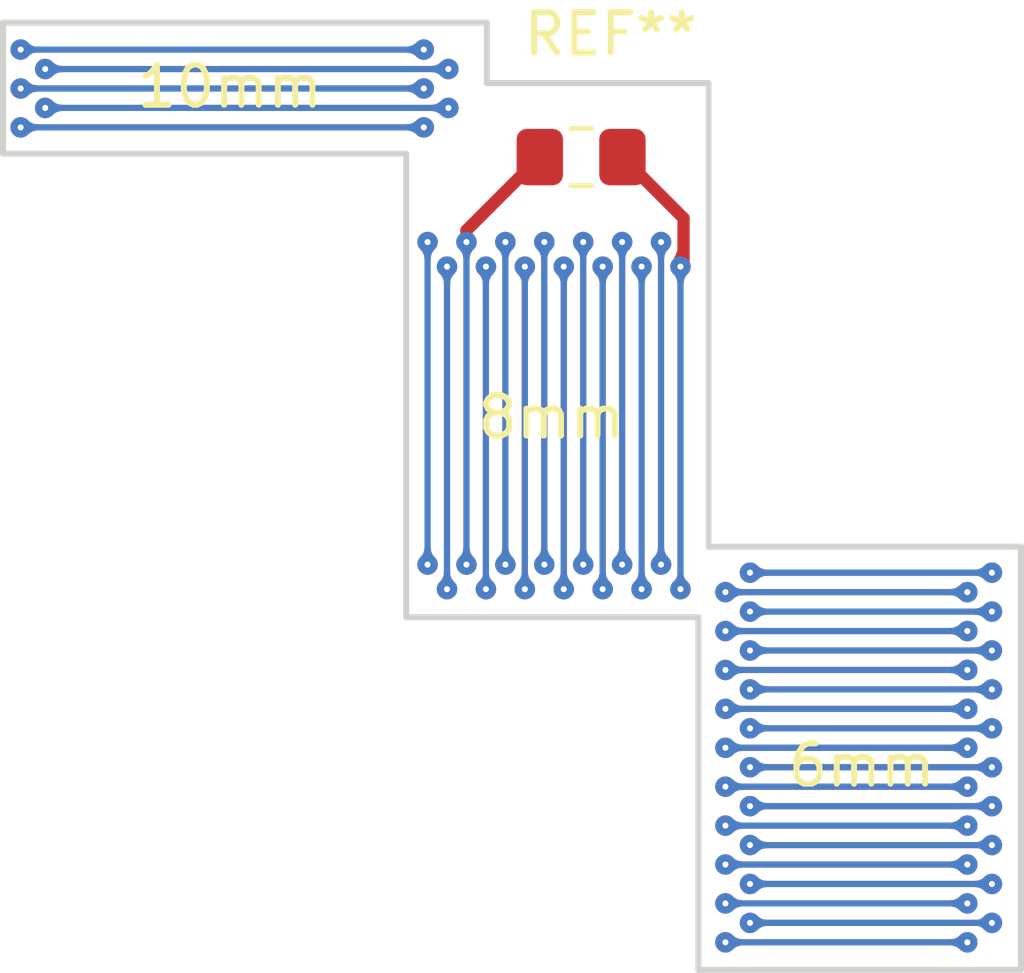
<source format=kicad_pcb>
(kicad_pcb (version 20171130) (host pcbnew "(5.1.0)-1")
  (layers (0 F.Cu signal) (31 B.Cu signal) (34 B.Paste user) (35 F.Paste user) (36 B.SilkS user) (37 F.SilkS user) (38 B.Mask user) (39 F.Mask user) (44 Edge.Cuts user))
  (net 0 "")
  (net 1 "Net-(J1-Pad1)")
  (net 2 "Net-(J1-Pad2)")
  (net 3 "Net-(J1-Pad3)")
  (net 4 "Net-(J1-Pad4)")
  (net 5 "Net-(J1-Pad5)")
  (net 6 "Net-(J1-Pad6)")
  (net 7 "Net-(J1-Pad7)")
  (net 8 "Net-(J1-Pad8)")
  (net 9 "Net-(J1-Pad9)")
  (net 10 "Net-(J1-Pad10)")
  (net 11 "Net-(J1-Pad11)")
  (net 12 "Net-(J1-Pad12)")
  (net 13 "Net-(J1-Pad13)")
  (net 14 "Net-(J1-Pad14)")
  (net 15 "Net-(J1-Pad15)")
  (net 16 "Net-(J1-Pad16)")
  (net 17 "Net-(J1-Pad17)")
  (net 18 "Net-(J1-Pad18)")
  (net 19 "Net-(J1-Pad19)")
  (net 20 "Net-(J1-Pad20)")
  (net 21 "Net-(J3-Pad5)")
  (net 22 "Net-(J3-Pad3)")
  (net 23 "Net-(J3-Pad4)")
  (net 24 "Net-(J3-Pad1)")
  (net 25 "Net-(J3-Pad2)")
  (net 26 "Net-(J5-Pad14)")
  (net 27 "Net-(J5-Pad13)")
  (net 28 "Net-(J5-Pad12)")
  (net 29 "Net-(J5-Pad11)")
  (net 30 "Net-(J5-Pad10)")
  (net 31 "Net-(J5-Pad9)")
  (net 32 "Net-(J5-Pad8)")
  (net 33 "Net-(J5-Pad7)")
  (net 34 "Net-(J5-Pad6)")
  (net 35 "Net-(J5-Pad5)")
  (net 36 "Net-(J5-Pad4)")
  (net 37 "Net-(J5-Pad3)")
  (net 38 "Net-(J5-Pad2)")
  (net 39 "Net-(J5-Pad1)")
  (module .Connector:B2B_Flex_05_Dual_Row_38milx24mil_Hole_20mil_small (layer F.Cu) (at 27.2118 17.3736 90)
    (fp_text reference J3 hide)
    (fp_text value Conn_01x05)
    (pad 2 thru_hole circle (at 0.507599 0.5846 90) (size 0.508 0.508) (drill 0.15) (layers *.Cu *.Mask) (net 25 "Net-(J3-Pad2)"))
    (pad 1 thru_hole circle (at 0.025 -0.025 90) (size 0.508 0.508) (drill 0.15) (layers *.Cu *.Mask) (net 24 "Net-(J3-Pad1)"))
    (pad 4 thru_hole circle (at 1.472798 0.5846 90) (size 0.508 0.508) (drill 0.15) (layers *.Cu *.Mask) (net 23 "Net-(J3-Pad4)"))
    (pad 3 thru_hole circle (at 0.990199 -0.025 90) (size 0.508 0.508) (drill 0.15) (layers *.Cu *.Mask) (net 22 "Net-(J3-Pad3)"))
    (pad 5 thru_hole circle (at 1.955398 -0.025 90) (size 0.508 0.508) (drill 0.15) (layers *.Cu *.Mask) (net 21 "Net-(J3-Pad5)"))
  )
  (module Capacitor_SMD:C_0805_2012Metric_Pad1.15x1.40mm_HandSolder (layer F.Cu) (at 31.0896 18.0848)
    (fp_text reference REF** (at 0.7366 -3.048) (layer F.SilkS))
    (fp_text value C_0805_2012Metric_Pad1.15x1.40mm_HandSolder)
    (pad 2 smd roundrect (at 1.025 0) (size 1.15 1.4) (layers F.Cu F.Paste F.Mask) (roundrect_rratio 0.217391) (net 26 "Net-(J5-Pad14)"))
    (pad 1 smd roundrect (at -1.025 0) (size 1.15 1.4) (layers F.Cu F.Paste F.Mask) (roundrect_rratio 0.217391) (net 37 "Net-(J5-Pad3)"))
  )
  (module .Connector:B2B_Flex_20_Dual_Row_38milx24mil_Hole_10milx20mil_small_hole (layer F.Cu) (at 35.27884 28.39366 270)
    (fp_text reference J2 hide)
    (fp_text value Conn_01x20)
    (pad 1 thru_hole circle (at 0 0 270) (size 0.508 0.508) (drill 0.15) (layers *.Cu *.Mask) (net 1 "Net-(J1-Pad1)"))
    (pad 2 thru_hole circle (at 0.482599 0.6096 270) (size 0.508 0.508) (drill 0.15) (layers *.Cu *.Mask) (net 2 "Net-(J1-Pad2)"))
    (pad 3 thru_hole circle (at 0.965199 0 270) (size 0.508 0.508) (drill 0.15) (layers *.Cu *.Mask) (net 3 "Net-(J1-Pad3)"))
    (pad 4 thru_hole circle (at 1.447798 0.6096 270) (size 0.508 0.508) (drill 0.15) (layers *.Cu *.Mask) (net 4 "Net-(J1-Pad4)"))
    (pad 5 thru_hole circle (at 1.930398 0 270) (size 0.508 0.508) (drill 0.15) (layers *.Cu *.Mask) (net 5 "Net-(J1-Pad5)"))
    (pad 6 thru_hole circle (at 2.412997 0.6096 270) (size 0.508 0.508) (drill 0.15) (layers *.Cu *.Mask) (net 6 "Net-(J1-Pad6)"))
    (pad 7 thru_hole circle (at 2.895597 0 270) (size 0.508 0.508) (drill 0.15) (layers *.Cu *.Mask) (net 7 "Net-(J1-Pad7)"))
    (pad 8 thru_hole circle (at 3.378196 0.6096 270) (size 0.508 0.508) (drill 0.15) (layers *.Cu *.Mask) (net 8 "Net-(J1-Pad8)"))
    (pad 9 thru_hole circle (at 3.860796 0 270) (size 0.508 0.508) (drill 0.15) (layers *.Cu *.Mask) (net 9 "Net-(J1-Pad9)"))
    (pad 10 thru_hole circle (at 4.343395 0.6096 270) (size 0.508 0.508) (drill 0.15) (layers *.Cu *.Mask) (net 10 "Net-(J1-Pad10)"))
    (pad 11 thru_hole circle (at 4.825995 0 270) (size 0.508 0.508) (drill 0.15) (layers *.Cu *.Mask) (net 11 "Net-(J1-Pad11)"))
    (pad 12 thru_hole circle (at 5.308594 0.6096 270) (size 0.508 0.508) (drill 0.15) (layers *.Cu *.Mask) (net 12 "Net-(J1-Pad12)"))
    (pad 13 thru_hole circle (at 5.791194 0 270) (size 0.508 0.508) (drill 0.15) (layers *.Cu *.Mask) (net 13 "Net-(J1-Pad13)"))
    (pad 14 thru_hole circle (at 6.273793 0.6096 270) (size 0.508 0.508) (drill 0.15) (layers *.Cu *.Mask) (net 14 "Net-(J1-Pad14)"))
    (pad 15 thru_hole circle (at 6.756393 0 270) (size 0.508 0.508) (drill 0.15) (layers *.Cu *.Mask) (net 15 "Net-(J1-Pad15)"))
    (pad 16 thru_hole circle (at 7.238992 0.6096 270) (size 0.508 0.508) (drill 0.15) (layers *.Cu *.Mask) (net 16 "Net-(J1-Pad16)"))
    (pad 17 thru_hole circle (at 7.721592 0 270) (size 0.508 0.508) (drill 0.15) (layers *.Cu *.Mask) (net 17 "Net-(J1-Pad17)"))
    (pad 18 thru_hole circle (at 8.204191 0.6096 270) (size 0.508 0.508) (drill 0.15) (layers *.Cu *.Mask) (net 18 "Net-(J1-Pad18)"))
    (pad 19 thru_hole circle (at 8.686791 0 270) (size 0.508 0.508) (drill 0.15) (layers *.Cu *.Mask) (net 19 "Net-(J1-Pad19)"))
    (pad 20 thru_hole circle (at 9.16939 0.6096 270) (size 0.508 0.508) (drill 0.15) (layers *.Cu *.Mask) (net 20 "Net-(J1-Pad20)"))
  )
  (module .Connector:B2B_Flex_20_Dual_Row_38milx24mil_Hole_10milx20mil_small_hole (layer F.Cu) (at 41.27884 28.39366 270)
    (fp_text reference J1 hide)
    (fp_text value Conn_01x20)
    (pad 1 thru_hole circle (at 0 0 270) (size 0.508 0.508) (drill 0.15) (layers *.Cu *.Mask) (net 1 "Net-(J1-Pad1)"))
    (pad 2 thru_hole circle (at 0.482599 0.6096 270) (size 0.508 0.508) (drill 0.15) (layers *.Cu *.Mask) (net 2 "Net-(J1-Pad2)"))
    (pad 3 thru_hole circle (at 0.965199 0 270) (size 0.508 0.508) (drill 0.15) (layers *.Cu *.Mask) (net 3 "Net-(J1-Pad3)"))
    (pad 4 thru_hole circle (at 1.447798 0.6096 270) (size 0.508 0.508) (drill 0.15) (layers *.Cu *.Mask) (net 4 "Net-(J1-Pad4)"))
    (pad 5 thru_hole circle (at 1.930398 0 270) (size 0.508 0.508) (drill 0.15) (layers *.Cu *.Mask) (net 5 "Net-(J1-Pad5)"))
    (pad 6 thru_hole circle (at 2.412997 0.6096 270) (size 0.508 0.508) (drill 0.15) (layers *.Cu *.Mask) (net 6 "Net-(J1-Pad6)"))
    (pad 7 thru_hole circle (at 2.895597 0 270) (size 0.508 0.508) (drill 0.15) (layers *.Cu *.Mask) (net 7 "Net-(J1-Pad7)"))
    (pad 8 thru_hole circle (at 3.378196 0.6096 270) (size 0.508 0.508) (drill 0.15) (layers *.Cu *.Mask) (net 8 "Net-(J1-Pad8)"))
    (pad 9 thru_hole circle (at 3.860796 0 270) (size 0.508 0.508) (drill 0.15) (layers *.Cu *.Mask) (net 9 "Net-(J1-Pad9)"))
    (pad 10 thru_hole circle (at 4.343395 0.6096 270) (size 0.508 0.508) (drill 0.15) (layers *.Cu *.Mask) (net 10 "Net-(J1-Pad10)"))
    (pad 11 thru_hole circle (at 4.825995 0 270) (size 0.508 0.508) (drill 0.15) (layers *.Cu *.Mask) (net 11 "Net-(J1-Pad11)"))
    (pad 12 thru_hole circle (at 5.308594 0.6096 270) (size 0.508 0.508) (drill 0.15) (layers *.Cu *.Mask) (net 12 "Net-(J1-Pad12)"))
    (pad 13 thru_hole circle (at 5.791194 0 270) (size 0.508 0.508) (drill 0.15) (layers *.Cu *.Mask) (net 13 "Net-(J1-Pad13)"))
    (pad 14 thru_hole circle (at 6.273793 0.6096 270) (size 0.508 0.508) (drill 0.15) (layers *.Cu *.Mask) (net 14 "Net-(J1-Pad14)"))
    (pad 15 thru_hole circle (at 6.756393 0 270) (size 0.508 0.508) (drill 0.15) (layers *.Cu *.Mask) (net 15 "Net-(J1-Pad15)"))
    (pad 16 thru_hole circle (at 7.238992 0.6096 270) (size 0.508 0.508) (drill 0.15) (layers *.Cu *.Mask) (net 16 "Net-(J1-Pad16)"))
    (pad 17 thru_hole circle (at 7.721592 0 270) (size 0.508 0.508) (drill 0.15) (layers *.Cu *.Mask) (net 17 "Net-(J1-Pad17)"))
    (pad 18 thru_hole circle (at 8.204191 0.6096 270) (size 0.508 0.508) (drill 0.15) (layers *.Cu *.Mask) (net 18 "Net-(J1-Pad18)"))
    (pad 19 thru_hole circle (at 8.686791 0 270) (size 0.508 0.508) (drill 0.15) (layers *.Cu *.Mask) (net 19 "Net-(J1-Pad19)"))
    (pad 20 thru_hole circle (at 9.16939 0.6096 270) (size 0.508 0.508) (drill 0.15) (layers *.Cu *.Mask) (net 20 "Net-(J1-Pad20)"))
  )
  (module .Connector:B2B_Flex_14_Dual_Row_38milx24mil_Hole_10milx20mil_small_hole (layer F.Cu) (at 27.28038 28.193)
    (fp_text reference J6 hide)
    (fp_text value Conn_01x14)
    (pad 1 thru_hole circle (at 0 0) (size 0.508 0.508) (drill 0.15) (layers *.Cu *.Mask) (net 39 "Net-(J5-Pad1)"))
    (pad 2 thru_hole circle (at 0.482599 0.6096) (size 0.508 0.508) (drill 0.15) (layers *.Cu *.Mask) (net 38 "Net-(J5-Pad2)"))
    (pad 3 thru_hole circle (at 0.965199 0) (size 0.508 0.508) (drill 0.15) (layers *.Cu *.Mask) (net 37 "Net-(J5-Pad3)"))
    (pad 4 thru_hole circle (at 1.447798 0.6096) (size 0.508 0.508) (drill 0.15) (layers *.Cu *.Mask) (net 36 "Net-(J5-Pad4)"))
    (pad 5 thru_hole circle (at 1.930398 0) (size 0.508 0.508) (drill 0.15) (layers *.Cu *.Mask) (net 35 "Net-(J5-Pad5)"))
    (pad 6 thru_hole circle (at 2.412997 0.6096) (size 0.508 0.508) (drill 0.15) (layers *.Cu *.Mask) (net 34 "Net-(J5-Pad6)"))
    (pad 7 thru_hole circle (at 2.895597 0) (size 0.508 0.508) (drill 0.15) (layers *.Cu *.Mask) (net 33 "Net-(J5-Pad7)"))
    (pad 8 thru_hole circle (at 3.378196 0.6096) (size 0.508 0.508) (drill 0.15) (layers *.Cu *.Mask) (net 32 "Net-(J5-Pad8)"))
    (pad 9 thru_hole circle (at 3.860796 0) (size 0.508 0.508) (drill 0.15) (layers *.Cu *.Mask) (net 31 "Net-(J5-Pad9)"))
    (pad 10 thru_hole circle (at 4.343395 0.6096) (size 0.508 0.508) (drill 0.15) (layers *.Cu *.Mask) (net 30 "Net-(J5-Pad10)"))
    (pad 11 thru_hole circle (at 4.825995 0) (size 0.508 0.508) (drill 0.15) (layers *.Cu *.Mask) (net 29 "Net-(J5-Pad11)"))
    (pad 12 thru_hole circle (at 5.308594 0.6096) (size 0.508 0.508) (drill 0.15) (layers *.Cu *.Mask) (net 28 "Net-(J5-Pad12)"))
    (pad 13 thru_hole circle (at 5.791194 0) (size 0.508 0.508) (drill 0.15) (layers *.Cu *.Mask) (net 27 "Net-(J5-Pad13)"))
    (pad 14 thru_hole circle (at 6.273793 0.6096) (size 0.508 0.508) (drill 0.15) (layers *.Cu *.Mask) (net 26 "Net-(J5-Pad14)"))
  )
  (module .Connector:B2B_Flex_14_Dual_Row_38milx24mil_Hole_10milx20mil_small_hole (layer F.Cu) (at 27.28038 20.193)
    (fp_text reference J5 hide)
    (fp_text value Conn_01x14)
    (pad 1 thru_hole circle (at 0 0) (size 0.508 0.508) (drill 0.15) (layers *.Cu *.Mask) (net 39 "Net-(J5-Pad1)"))
    (pad 2 thru_hole circle (at 0.482599 0.6096) (size 0.508 0.508) (drill 0.15) (layers *.Cu *.Mask) (net 38 "Net-(J5-Pad2)"))
    (pad 3 thru_hole circle (at 0.965199 0) (size 0.508 0.508) (drill 0.15) (layers *.Cu *.Mask) (net 37 "Net-(J5-Pad3)"))
    (pad 4 thru_hole circle (at 1.447798 0.6096) (size 0.508 0.508) (drill 0.15) (layers *.Cu *.Mask) (net 36 "Net-(J5-Pad4)"))
    (pad 5 thru_hole circle (at 1.930398 0) (size 0.508 0.508) (drill 0.15) (layers *.Cu *.Mask) (net 35 "Net-(J5-Pad5)"))
    (pad 6 thru_hole circle (at 2.412997 0.6096) (size 0.508 0.508) (drill 0.15) (layers *.Cu *.Mask) (net 34 "Net-(J5-Pad6)"))
    (pad 7 thru_hole circle (at 2.895597 0) (size 0.508 0.508) (drill 0.15) (layers *.Cu *.Mask) (net 33 "Net-(J5-Pad7)"))
    (pad 8 thru_hole circle (at 3.378196 0.6096) (size 0.508 0.508) (drill 0.15) (layers *.Cu *.Mask) (net 32 "Net-(J5-Pad8)"))
    (pad 9 thru_hole circle (at 3.860796 0) (size 0.508 0.508) (drill 0.15) (layers *.Cu *.Mask) (net 31 "Net-(J5-Pad9)"))
    (pad 10 thru_hole circle (at 4.343395 0.6096) (size 0.508 0.508) (drill 0.15) (layers *.Cu *.Mask) (net 30 "Net-(J5-Pad10)"))
    (pad 11 thru_hole circle (at 4.825995 0) (size 0.508 0.508) (drill 0.15) (layers *.Cu *.Mask) (net 29 "Net-(J5-Pad11)"))
    (pad 12 thru_hole circle (at 5.308594 0.6096) (size 0.508 0.508) (drill 0.15) (layers *.Cu *.Mask) (net 28 "Net-(J5-Pad12)"))
    (pad 13 thru_hole circle (at 5.791194 0) (size 0.508 0.508) (drill 0.15) (layers *.Cu *.Mask) (net 27 "Net-(J5-Pad13)"))
    (pad 14 thru_hole circle (at 6.273793 0.6096) (size 0.508 0.508) (drill 0.15) (layers *.Cu *.Mask) (net 26 "Net-(J5-Pad14)"))
  )
  (module .Connector:B2B_Flex_05_Dual_Row_38milx24mil_Hole_20mil_small (layer F.Cu) (at 17.2118 17.3736 90)
    (fp_text reference J4 hide)
    (fp_text value Conn_01x05)
    (pad 2 thru_hole circle (at 0.507599 0.5846 90) (size 0.508 0.508) (drill 0.15) (layers *.Cu *.Mask) (net 25 "Net-(J3-Pad2)"))
    (pad 1 thru_hole circle (at 0.025 -0.025 90) (size 0.508 0.508) (drill 0.15) (layers *.Cu *.Mask) (net 24 "Net-(J3-Pad1)"))
    (pad 4 thru_hole circle (at 1.472798 0.5846 90) (size 0.508 0.508) (drill 0.15) (layers *.Cu *.Mask) (net 23 "Net-(J3-Pad4)"))
    (pad 3 thru_hole circle (at 0.990199 -0.025 90) (size 0.508 0.508) (drill 0.15) (layers *.Cu *.Mask) (net 22 "Net-(J3-Pad3)"))
    (pad 5 thru_hole circle (at 1.955398 -0.025 90) (size 0.508 0.508) (drill 0.15) (layers *.Cu *.Mask) (net 21 "Net-(J3-Pad5)"))
  )
  (gr_line (start 16.75 14.75) (end 16.75 15) (layer Edge.Cuts) (width 0.15))
  (gr_line (start 28.75 14.75) (end 16.75 14.75) (layer Edge.Cuts) (width 0.15))
  (gr_line (start 28.75 16.25) (end 28.75 14.75) (layer Edge.Cuts) (width 0.15))
  (gr_line (start 34.25 16.25) (end 28.75 16.25) (layer Edge.Cuts) (width 0.15))
  (gr_line (start 34.25 27.75) (end 34.25 16.25) (layer Edge.Cuts) (width 0.15))
  (gr_line (start 42 27.75) (end 34.25 27.75) (layer Edge.Cuts) (width 0.15))
  (gr_line (start 42 38.25) (end 42 27.75) (layer Edge.Cuts) (width 0.15))
  (gr_line (start 34 38.25) (end 42 38.25) (layer Edge.Cuts) (width 0.15))
  (gr_line (start 34 29.5) (end 34 38.25) (layer Edge.Cuts) (width 0.15))
  (gr_line (start 26.75 29.5) (end 34 29.5) (layer Edge.Cuts) (width 0.15))
  (gr_line (start 26.75 18) (end 26.75 29.5) (layer Edge.Cuts) (width 0.15))
  (gr_line (start 16.75 18) (end 26.75 18) (layer Edge.Cuts) (width 0.15))
  (gr_line (start 16.75 15) (end 16.75 18) (layer Edge.Cuts) (width 0.15))
  (gr_text 6mm (at 38.0492 33.1724) (layer F.SilkS) (effects (font (size 1 1))))
  (gr_text 8mm (at 30.353 24.5364) (layer F.SilkS) (effects (font (size 1 1))))
  (gr_text 10mm (at 22.3774 16.3322) (layer F.SilkS) (effects (font (size 1 1))))
  (segment (start 33.554173 28.8026) (end 33.554173 28.44339) (width 0.1524) (layer F.Cu) (net 26))
  (segment (start 28.728173 28.8026) (end 28.728173 28.44339) (width 0.1524) (layer F.Cu) (net 36))
  (segment (start 40.863299 28.39366) (end 41.27884 28.39366) (width 0.1524) (layer F.Cu) (net 1))
  (segment (start 35.27884 28.39366) (end 40.863299 28.39366) (width 0.1524) (layer F.Cu) (net 1))
  (segment (start 40.863299 28.39366) (end 41.27884 28.39366) (width 0.1524) (layer B.Cu) (net 1))
  (segment (start 35.27884 28.39366) (end 40.863299 28.39366) (width 0.1524) (layer B.Cu) (net 1))
  (segment (start 40.66924 28.876259) (end 34.66924 28.876259) (width 0.1524) (layer F.Cu) (net 2))
  (segment (start 40.66924 28.876259) (end 34.66924 28.876259) (width 0.1524) (layer B.Cu) (net 2))
  (segment (start 35.27884 29.358859) (end 40.863299 29.358859) (width 0.1524) (layer F.Cu) (net 3))
  (segment (start 40.863299 29.358859) (end 41.27884 29.358859) (width 0.1524) (layer F.Cu) (net 3))
  (segment (start 40.863299 29.358859) (end 41.27884 29.358859) (width 0.1524) (layer B.Cu) (net 3))
  (segment (start 35.27884 29.358859) (end 40.863299 29.358859) (width 0.1524) (layer B.Cu) (net 3))
  (segment (start 40.66924 29.841458) (end 34.66924 29.841458) (width 0.1524) (layer F.Cu) (net 4))
  (segment (start 40.66924 29.841458) (end 34.66924 29.841458) (width 0.1524) (layer B.Cu) (net 4))
  (segment (start 35.27884 30.324058) (end 41.27884 30.324058) (width 0.1524) (layer F.Cu) (net 5))
  (segment (start 35.27884 30.324058) (end 41.27884 30.324058) (width 0.1524) (layer B.Cu) (net 5))
  (segment (start 35.084781 30.806657) (end 34.66924 30.806657) (width 0.1524) (layer F.Cu) (net 6))
  (segment (start 40.66924 30.806657) (end 35.084781 30.806657) (width 0.1524) (layer F.Cu) (net 6))
  (segment (start 35.084781 30.806657) (end 34.66924 30.806657) (width 0.1524) (layer B.Cu) (net 6))
  (segment (start 40.66924 30.806657) (end 35.084781 30.806657) (width 0.1524) (layer B.Cu) (net 6))
  (segment (start 35.27884 31.289257) (end 41.27884 31.289257) (width 0.1524) (layer F.Cu) (net 7))
  (segment (start 35.27884 31.289257) (end 41.27884 31.289257) (width 0.1524) (layer B.Cu) (net 7))
  (segment (start 34.66924 31.771856) (end 40.66924 31.771856) (width 0.1524) (layer F.Cu) (net 8))
  (segment (start 34.66924 31.771856) (end 40.66924 31.771856) (width 0.1524) (layer B.Cu) (net 8))
  (segment (start 40.475181 32.254456) (end 35.27884 32.254456) (width 0.1524) (layer F.Cu) (net 9))
  (segment (start 41.27884 32.254456) (end 40.475181 32.254456) (width 0.1524) (layer F.Cu) (net 9))
  (segment (start 40.475181 32.254456) (end 35.27884 32.254456) (width 0.1524) (layer B.Cu) (net 9))
  (segment (start 41.27884 32.254456) (end 40.475181 32.254456) (width 0.1524) (layer B.Cu) (net 9))
  (segment (start 34.66924 32.737055) (end 40.66924 32.737055) (width 0.1524) (layer F.Cu) (net 10))
  (segment (start 34.66924 32.737055) (end 40.66924 32.737055) (width 0.1524) (layer B.Cu) (net 10))
  (segment (start 41.27884 33.219655) (end 35.27884 33.219655) (width 0.1524) (layer F.Cu) (net 11))
  (segment (start 41.27884 33.219655) (end 35.27884 33.219655) (width 0.1524) (layer B.Cu) (net 11))
  (segment (start 34.66924 33.702254) (end 40.66924 33.702254) (width 0.1524) (layer F.Cu) (net 12))
  (segment (start 34.66924 33.702254) (end 40.66924 33.702254) (width 0.1524) (layer B.Cu) (net 12))
  (segment (start 41.27884 34.184854) (end 40.475182 34.184854) (width 0.1524) (layer F.Cu) (net 13))
  (segment (start 40.475182 34.184854) (end 35.27884 34.184854) (width 0.1524) (layer F.Cu) (net 13))
  (segment (start 40.475182 34.184854) (end 35.27884 34.184854) (width 0.1524) (layer B.Cu) (net 13))
  (segment (start 41.27884 34.184854) (end 40.475182 34.184854) (width 0.1524) (layer B.Cu) (net 13))
  (segment (start 34.66924 34.667453) (end 40.66924 34.667453) (width 0.1524) (layer F.Cu) (net 14))
  (segment (start 34.66924 34.667453) (end 40.66924 34.667453) (width 0.1524) (layer B.Cu) (net 14))
  (segment (start 40.91963 35.150053) (end 35.27884 35.150053) (width 0.1524) (layer F.Cu) (net 15))
  (segment (start 41.27884 35.150053) (end 40.91963 35.150053) (width 0.1524) (layer F.Cu) (net 15))
  (segment (start 40.91963 35.150053) (end 35.27884 35.150053) (width 0.1524) (layer B.Cu) (net 15))
  (segment (start 41.27884 35.150053) (end 40.91963 35.150053) (width 0.1524) (layer B.Cu) (net 15))
  (segment (start 34.66924 35.632652) (end 40.66924 35.632652) (width 0.1524) (layer F.Cu) (net 16))
  (segment (start 34.66924 35.632652) (end 40.66924 35.632652) (width 0.1524) (layer B.Cu) (net 16))
  (segment (start 41.27884 36.115252) (end 35.27884 36.115252) (width 0.1524) (layer F.Cu) (net 17))
  (segment (start 41.27884 36.115252) (end 35.27884 36.115252) (width 0.1524) (layer B.Cu) (net 17))
  (segment (start 34.66924 36.597851) (end 40.66924 36.597851) (width 0.1524) (layer F.Cu) (net 18))
  (segment (start 34.66924 36.597851) (end 40.66924 36.597851) (width 0.1524) (layer B.Cu) (net 18))
  (segment (start 41.27884 37.080451) (end 40.91963 37.080451) (width 0.1524) (layer F.Cu) (net 19))
  (segment (start 40.91963 37.080451) (end 35.27884 37.080451) (width 0.1524) (layer F.Cu) (net 19))
  (segment (start 40.91963 37.080451) (end 35.27884 37.080451) (width 0.1524) (layer B.Cu) (net 19))
  (segment (start 41.27884 37.080451) (end 40.91963 37.080451) (width 0.1524) (layer B.Cu) (net 19))
  (segment (start 34.66924 37.56305) (end 40.66924 37.56305) (width 0.1524) (layer F.Cu) (net 20))
  (segment (start 34.66924 37.56305) (end 40.66924 37.56305) (width 0.1524) (layer B.Cu) (net 20))
  (segment (start 17.1868 15.418202) (end 17.54601 15.418202) (width 0.1524) (layer F.Cu) (net 21))
  (segment (start 17.54601 15.418202) (end 27.1868 15.418202) (width 0.1524) (layer F.Cu) (net 21))
  (segment (start 17.54601 15.418202) (end 27.1868 15.418202) (width 0.1524) (layer B.Cu) (net 21))
  (segment (start 17.1868 15.418202) (end 17.54601 15.418202) (width 0.1524) (layer B.Cu) (net 21))
  (segment (start 17.1868 16.383401) (end 27.1868 16.383401) (width 0.1524) (layer F.Cu) (net 22))
  (segment (start 17.1868 16.383401) (end 27.1868 16.383401) (width 0.1524) (layer B.Cu) (net 22))
  (segment (start 26.992741 15.900802) (end 17.7964 15.900802) (width 0.1524) (layer F.Cu) (net 23))
  (segment (start 27.8218 15.900802) (end 27.018141 15.900802) (width 0.1524) (layer F.Cu) (net 23))
  (segment (start 26.992741 15.900802) (end 17.7964 15.900802) (width 0.1524) (layer B.Cu) (net 23))
  (segment (start 27.7964 15.900802) (end 26.992741 15.900802) (width 0.1524) (layer B.Cu) (net 23))
  (segment (start 17.1868 17.3486) (end 27.1868 17.3486) (width 0.1524) (layer F.Cu) (net 24))
  (segment (start 17.1868 17.3486) (end 27.1868 17.3486) (width 0.1524) (layer B.Cu) (net 24))
  (segment (start 27.7964 16.866001) (end 17.7964 16.866001) (width 0.1524) (layer F.Cu) (net 25))
  (segment (start 27.7964 16.866001) (end 17.7964 16.866001) (width 0.1524) (layer B.Cu) (net 25))
  (segment (start 33.554173 28.44339) (end 33.554173 20.8026) (width 0.1524) (layer F.Cu) (net 26))
  (segment (start 33.554173 28.44339) (end 33.554173 20.8026) (width 0.1524) (layer B.Cu) (net 26))
  (segment (start 33.554173 28.8026) (end 33.554173 28.44339) (width 0.1524) (layer B.Cu) (net 26))
  (segment (start 33.6296 19.5998) (end 32.1146 18.0848) (width 0.3048) (layer F.Cu) (net 26))
  (segment (start 33.554173 20.8026) (end 33.6296 20.727173) (width 0.3048) (layer F.Cu) (net 26))
  (segment (start 33.6296 20.727173) (end 33.6296 19.5998) (width 0.3048) (layer F.Cu) (net 26))
  (segment (start 33.071574 20.996658) (end 33.071574 28.193) (width 0.1524) (layer F.Cu) (net 27))
  (segment (start 33.071574 20.193) (end 33.071574 20.996658) (width 0.1524) (layer F.Cu) (net 27))
  (segment (start 33.071574 20.996658) (end 33.071574 28.193) (width 0.1524) (layer B.Cu) (net 27))
  (segment (start 33.071574 20.193) (end 33.071574 20.996658) (width 0.1524) (layer B.Cu) (net 27))
  (segment (start 32.588974 28.8026) (end 32.588974 20.8026) (width 0.1524) (layer F.Cu) (net 28))
  (segment (start 32.588974 28.8026) (end 32.588974 20.8026) (width 0.1524) (layer B.Cu) (net 28))
  (segment (start 32.106375 20.193) (end 32.106375 20.996658) (width 0.1524) (layer F.Cu) (net 29))
  (segment (start 32.106375 20.996658) (end 32.106375 28.193) (width 0.1524) (layer F.Cu) (net 29))
  (segment (start 32.106375 20.996658) (end 32.106375 28.193) (width 0.1524) (layer B.Cu) (net 29))
  (segment (start 32.106375 20.193) (end 32.106375 20.996658) (width 0.1524) (layer B.Cu) (net 29))
  (segment (start 31.623775 28.8026) (end 31.623775 20.8026) (width 0.1524) (layer F.Cu) (net 30))
  (segment (start 31.623775 28.8026) (end 31.623775 20.8026) (width 0.1524) (layer B.Cu) (net 30))
  (segment (start 31.141176 20.193) (end 31.141176 28.193) (width 0.1524) (layer F.Cu) (net 31))
  (segment (start 31.141176 20.193) (end 31.141176 28.193) (width 0.1524) (layer B.Cu) (net 31))
  (segment (start 30.658576 28.8026) (end 30.658576 20.8026) (width 0.1524) (layer F.Cu) (net 32))
  (segment (start 30.658576 28.8026) (end 30.658576 20.8026) (width 0.1524) (layer B.Cu) (net 32))
  (segment (start 30.175977 20.193) (end 30.175977 20.996658) (width 0.1524) (layer F.Cu) (net 33))
  (segment (start 30.175977 20.996658) (end 30.175977 28.193) (width 0.1524) (layer F.Cu) (net 33))
  (segment (start 30.175977 20.996658) (end 30.175977 28.193) (width 0.1524) (layer B.Cu) (net 33))
  (segment (start 30.175977 20.193) (end 30.175977 20.996658) (width 0.1524) (layer B.Cu) (net 33))
  (segment (start 29.693377 28.8026) (end 29.693377 20.8026) (width 0.1524) (layer F.Cu) (net 34))
  (segment (start 29.693377 28.8026) (end 29.693377 20.8026) (width 0.1524) (layer B.Cu) (net 34))
  (segment (start 29.210778 20.193) (end 29.210778 28.193) (width 0.1524) (layer F.Cu) (net 35))
  (segment (start 29.210778 20.193) (end 29.210778 28.193) (width 0.1524) (layer B.Cu) (net 35))
  (segment (start 28.728178 28.44339) (end 28.728178 20.8026) (width 0.1524) (layer F.Cu) (net 36))
  (segment (start 28.728178 28.44339) (end 28.728178 20.8026) (width 0.1524) (layer B.Cu) (net 36))
  (segment (start 28.728178 28.8026) (end 28.728178 28.44339) (width 0.1524) (layer B.Cu) (net 36))
  (segment (start 28.245579 20.193) (end 28.245579 28.193) (width 0.1524) (layer F.Cu) (net 37))
  (segment (start 28.245579 20.193) (end 28.245579 28.193) (width 0.1524) (layer B.Cu) (net 37))
  (segment (start 28.245579 19.903821) (end 30.0646 18.0848) (width 0.3048) (layer F.Cu) (net 37))
  (segment (start 28.245579 20.193) (end 28.245579 19.903821) (width 0.3048) (layer F.Cu) (net 37))
  (segment (start 27.762979 28.8026) (end 27.762979 27.998942) (width 0.1524) (layer F.Cu) (net 38))
  (segment (start 27.762979 27.998942) (end 27.762979 20.8026) (width 0.1524) (layer F.Cu) (net 38))
  (segment (start 27.762979 27.998942) (end 27.762979 20.8026) (width 0.1524) (layer B.Cu) (net 38))
  (segment (start 27.762979 28.8026) (end 27.762979 27.998942) (width 0.1524) (layer B.Cu) (net 38))
  (segment (start 27.28038 20.193) (end 27.28038 28.193) (width 0.1524) (layer F.Cu) (net 39))
  (segment (start 27.28038 20.193) (end 27.28038 28.193) (width 0.1524) (layer B.Cu) (net 39))
  (zone (net 26) (net_name "Net-(J5-Pad14)") (layer F.Cu) (priority 16962) (connect_pads yes (clearance 0.127)) (min_thickness 0.0254) (fill yes (arc_segments 32) (thermal_gap 0.508) (thermal_bridge_width 0.508))
    (polygon (pts (xy 33.477973 28.44339) (xy 33.476957 28.459249) (xy 33.473909 28.475536) (xy 33.468829 28.49225) (xy 33.461717 28.509391) (xy 33.452573 28.526959) (xy 33.441397 28.544954) (xy 33.428189 28.563377) (xy 33.412949 28.582227) (xy 33.395677 28.601503) (xy 33.376373 28.621208) (xy 33.554173 28.9296) (xy 33.731973 28.621208) (xy 33.712669 28.601503) (xy 33.695397 28.582227) (xy 33.680157 28.563377) (xy 33.666949 28.544954) (xy 33.655773 28.526959) (xy 33.646629 28.509391) (xy 33.639517 28.49225) (xy 33.634437 28.475536) (xy 33.631389 28.459249) (xy 33.630373 28.44339)))
  )
  (zone (net 36) (net_name "Net-(J5-Pad4)") (layer F.Cu) (priority 16962) (connect_pads yes (clearance 0.127)) (min_thickness 0.0254) (fill yes (arc_segments 32) (thermal_gap 0.508) (thermal_bridge_width 0.508))
    (polygon (pts (xy 28.651973 28.44339) (xy 28.650957 28.459249) (xy 28.64791 28.475536) (xy 28.642831 28.49225) (xy 28.63572 28.509391) (xy 28.626576 28.526959) (xy 28.615401 28.544954) (xy 28.602193 28.563377) (xy 28.586953 28.582227) (xy 28.569681 28.601503) (xy 28.550378 28.621208) (xy 28.728178 28.9296) (xy 28.905978 28.621208) (xy 28.886673 28.601503) (xy 28.869401 28.582227) (xy 28.854161 28.563377) (xy 28.840953 28.544954) (xy 28.829776 28.526959) (xy 28.820632 28.509391) (xy 28.813519 28.49225) (xy 28.808438 28.475536) (xy 28.805389 28.459249) (xy 28.804373 28.44339)))
  )
  (zone (net 1) (net_name "Net-(J1-Pad1)") (layer F.Cu) (priority 16962) (connect_pads yes (clearance 0.127)) (min_thickness 0.0254) (fill yes (arc_segments 32) (thermal_gap 0.508) (thermal_bridge_width 0.508))
    (polygon (pts (xy 40.863299 28.46986) (xy 40.889861 28.470876) (xy 40.915724 28.473924) (xy 40.940888 28.479003) (xy 40.965352 28.486116) (xy 40.989116 28.49526) (xy 41.012181 28.506436) (xy 41.034547 28.519644) (xy 41.056213 28.534884) (xy 41.07718 28.552156) (xy 41.097448 28.57146) (xy 41.40584 28.39366) (xy 41.097448 28.21586) (xy 41.07718 28.235164) (xy 41.056213 28.252436) (xy 41.034547 28.267675) (xy 41.012181 28.280884) (xy 40.989116 28.29206) (xy 40.965352 28.301204) (xy 40.940888 28.308316) (xy 40.915724 28.313396) (xy 40.889861 28.316444) (xy 40.863299 28.31746)))
  )
  (zone (net 1) (net_name "Net-(J1-Pad1)") (layer F.Cu) (priority 16962) (connect_pads yes (clearance 0.127)) (min_thickness 0.0254) (fill yes (arc_segments 32) (thermal_gap 0.508) (thermal_bridge_width 0.508))
    (polygon (pts (xy 35.708084 28.31746) (xy 35.678917 28.316444) (xy 35.650725 28.313396) (xy 35.623506 28.308315) (xy 35.59726 28.301204) (xy 35.571989 28.29206) (xy 35.54769 28.280884) (xy 35.524365 28.267676) (xy 35.502014 28.252436) (xy 35.480636 28.235164) (xy 35.460232 28.21586) (xy 35.15184 28.39366) (xy 35.460232 28.57146) (xy 35.480636 28.552156) (xy 35.502014 28.534884) (xy 35.524365 28.519643) (xy 35.54769 28.506436) (xy 35.571989 28.49526) (xy 35.59726 28.486116) (xy 35.623506 28.479004) (xy 35.650725 28.473924) (xy 35.678917 28.470876) (xy 35.708084 28.46986)))
  )
  (zone (net 1) (net_name "Net-(J1-Pad1)") (layer B.Cu) (priority 16962) (connect_pads yes (clearance 0.127)) (min_thickness 0.0254) (fill yes (arc_segments 32) (thermal_gap 0.508) (thermal_bridge_width 0.508))
    (polygon (pts (xy 40.863299 28.46986) (xy 40.889861 28.470876) (xy 40.915724 28.473924) (xy 40.940888 28.479003) (xy 40.965352 28.486116) (xy 40.989116 28.49526) (xy 41.012181 28.506436) (xy 41.034547 28.519644) (xy 41.056213 28.534884) (xy 41.07718 28.552156) (xy 41.097448 28.57146) (xy 41.40584 28.39366) (xy 41.097448 28.21586) (xy 41.07718 28.235164) (xy 41.056213 28.252436) (xy 41.034547 28.267675) (xy 41.012181 28.280884) (xy 40.989116 28.29206) (xy 40.965352 28.301204) (xy 40.940888 28.308316) (xy 40.915724 28.313396) (xy 40.889861 28.316444) (xy 40.863299 28.31746)))
  )
  (zone (net 1) (net_name "Net-(J1-Pad1)") (layer B.Cu) (priority 16962) (connect_pads yes (clearance 0.127)) (min_thickness 0.0254) (fill yes (arc_segments 32) (thermal_gap 0.508) (thermal_bridge_width 0.508))
    (polygon (pts (xy 35.708084 28.31746) (xy 35.678917 28.316444) (xy 35.650725 28.313396) (xy 35.623506 28.308315) (xy 35.59726 28.301204) (xy 35.571989 28.29206) (xy 35.54769 28.280884) (xy 35.524365 28.267676) (xy 35.502014 28.252436) (xy 35.480636 28.235164) (xy 35.460232 28.21586) (xy 35.15184 28.39366) (xy 35.460232 28.57146) (xy 35.480636 28.552156) (xy 35.502014 28.534884) (xy 35.524365 28.519643) (xy 35.54769 28.506436) (xy 35.571989 28.49526) (xy 35.59726 28.486116) (xy 35.623506 28.479004) (xy 35.650725 28.473924) (xy 35.678917 28.470876) (xy 35.708084 28.46986)))
  )
  (zone (net 2) (net_name "Net-(J1-Pad2)") (layer F.Cu) (priority 16962) (connect_pads yes (clearance 0.127)) (min_thickness 0.0254) (fill yes (arc_segments 32) (thermal_gap 0.508) (thermal_bridge_width 0.508))
    (polygon (pts (xy 35.098484 28.800059) (xy 35.069317 28.799043) (xy 35.041125 28.795995) (xy 35.013906 28.790914) (xy 34.98766 28.783803) (xy 34.962389 28.774659) (xy 34.93809 28.763483) (xy 34.914765 28.750275) (xy 34.892414 28.735035) (xy 34.871036 28.717763) (xy 34.850632 28.698459) (xy 34.54224 28.876259) (xy 34.850632 29.054059) (xy 34.871036 29.034755) (xy 34.892414 29.017483) (xy 34.914765 29.002242) (xy 34.93809 28.989035) (xy 34.962389 28.977859) (xy 34.98766 28.968715) (xy 35.013906 28.961603) (xy 35.041125 28.956523) (xy 35.069317 28.953475) (xy 35.098484 28.952459)))
  )
  (zone (net 2) (net_name "Net-(J1-Pad2)") (layer F.Cu) (priority 16962) (connect_pads yes (clearance 0.127)) (min_thickness 0.0254) (fill yes (arc_segments 32) (thermal_gap 0.508) (thermal_bridge_width 0.508))
    (polygon (pts (xy 40.239996 28.952459) (xy 40.269162 28.953475) (xy 40.297354 28.956523) (xy 40.324573 28.961602) (xy 40.350819 28.968715) (xy 40.376091 28.977859) (xy 40.400389 28.989035) (xy 40.423714 29.002243) (xy 40.446065 29.017483) (xy 40.467443 29.034755) (xy 40.487848 29.054059) (xy 40.79624 28.876259) (xy 40.487848 28.698459) (xy 40.467443 28.717763) (xy 40.446065 28.735035) (xy 40.423714 28.750274) (xy 40.400389 28.763483) (xy 40.376091 28.774659) (xy 40.350819 28.783803) (xy 40.324573 28.790915) (xy 40.297354 28.795995) (xy 40.269162 28.799043) (xy 40.239996 28.800059)))
  )
  (zone (net 2) (net_name "Net-(J1-Pad2)") (layer B.Cu) (priority 16962) (connect_pads yes (clearance 0.127)) (min_thickness 0.0254) (fill yes (arc_segments 32) (thermal_gap 0.508) (thermal_bridge_width 0.508))
    (polygon (pts (xy 35.098484 28.800059) (xy 35.069317 28.799043) (xy 35.041125 28.795995) (xy 35.013906 28.790914) (xy 34.98766 28.783803) (xy 34.962389 28.774659) (xy 34.93809 28.763483) (xy 34.914765 28.750275) (xy 34.892414 28.735035) (xy 34.871036 28.717763) (xy 34.850632 28.698459) (xy 34.54224 28.876259) (xy 34.850632 29.054059) (xy 34.871036 29.034755) (xy 34.892414 29.017483) (xy 34.914765 29.002242) (xy 34.93809 28.989035) (xy 34.962389 28.977859) (xy 34.98766 28.968715) (xy 35.013906 28.961603) (xy 35.041125 28.956523) (xy 35.069317 28.953475) (xy 35.098484 28.952459)))
  )
  (zone (net 2) (net_name "Net-(J1-Pad2)") (layer B.Cu) (priority 16962) (connect_pads yes (clearance 0.127)) (min_thickness 0.0254) (fill yes (arc_segments 32) (thermal_gap 0.508) (thermal_bridge_width 0.508))
    (polygon (pts (xy 40.239996 28.952459) (xy 40.269162 28.953475) (xy 40.297354 28.956523) (xy 40.324573 28.961602) (xy 40.350819 28.968715) (xy 40.376091 28.977859) (xy 40.400389 28.989035) (xy 40.423714 29.002243) (xy 40.446065 29.017483) (xy 40.467443 29.034755) (xy 40.487848 29.054059) (xy 40.79624 28.876259) (xy 40.487848 28.698459) (xy 40.467443 28.717763) (xy 40.446065 28.735035) (xy 40.423714 28.750274) (xy 40.400389 28.763483) (xy 40.376091 28.774659) (xy 40.350819 28.783803) (xy 40.324573 28.790915) (xy 40.297354 28.795995) (xy 40.269162 28.799043) (xy 40.239996 28.800059)))
  )
  (zone (net 3) (net_name "Net-(J1-Pad3)") (layer F.Cu) (priority 16962) (connect_pads yes (clearance 0.127)) (min_thickness 0.0254) (fill yes (arc_segments 32) (thermal_gap 0.508) (thermal_bridge_width 0.508))
    (polygon (pts (xy 35.708084 29.282659) (xy 35.678917 29.281643) (xy 35.650725 29.278595) (xy 35.623506 29.273514) (xy 35.59726 29.266403) (xy 35.571989 29.257259) (xy 35.54769 29.246083) (xy 35.524365 29.232875) (xy 35.502014 29.217635) (xy 35.480636 29.200363) (xy 35.460232 29.181059) (xy 35.15184 29.358859) (xy 35.460232 29.536659) (xy 35.480636 29.517355) (xy 35.502014 29.500083) (xy 35.524365 29.484842) (xy 35.54769 29.471635) (xy 35.571989 29.460459) (xy 35.59726 29.451315) (xy 35.623506 29.444203) (xy 35.650725 29.439123) (xy 35.678917 29.436075) (xy 35.708084 29.435059)))
  )
  (zone (net 3) (net_name "Net-(J1-Pad3)") (layer F.Cu) (priority 16962) (connect_pads yes (clearance 0.127)) (min_thickness 0.0254) (fill yes (arc_segments 32) (thermal_gap 0.508) (thermal_bridge_width 0.508))
    (polygon (pts (xy 40.863299 29.435059) (xy 40.889861 29.436075) (xy 40.915724 29.439123) (xy 40.940888 29.444202) (xy 40.965352 29.451315) (xy 40.989116 29.460459) (xy 41.012181 29.471635) (xy 41.034547 29.484843) (xy 41.056213 29.500083) (xy 41.07718 29.517355) (xy 41.097448 29.536659) (xy 41.40584 29.358859) (xy 41.097448 29.181059) (xy 41.07718 29.200363) (xy 41.056213 29.217635) (xy 41.034547 29.232874) (xy 41.012181 29.246083) (xy 40.989116 29.257259) (xy 40.965352 29.266403) (xy 40.940888 29.273515) (xy 40.915724 29.278595) (xy 40.889861 29.281643) (xy 40.863299 29.282659)))
  )
  (zone (net 3) (net_name "Net-(J1-Pad3)") (layer B.Cu) (priority 16962) (connect_pads yes (clearance 0.127)) (min_thickness 0.0254) (fill yes (arc_segments 32) (thermal_gap 0.508) (thermal_bridge_width 0.508))
    (polygon (pts (xy 40.863299 29.435059) (xy 40.889861 29.436075) (xy 40.915724 29.439123) (xy 40.940888 29.444202) (xy 40.965352 29.451315) (xy 40.989116 29.460459) (xy 41.012181 29.471635) (xy 41.034547 29.484843) (xy 41.056213 29.500083) (xy 41.07718 29.517355) (xy 41.097448 29.536659) (xy 41.40584 29.358859) (xy 41.097448 29.181059) (xy 41.07718 29.200363) (xy 41.056213 29.217635) (xy 41.034547 29.232874) (xy 41.012181 29.246083) (xy 40.989116 29.257259) (xy 40.965352 29.266403) (xy 40.940888 29.273515) (xy 40.915724 29.278595) (xy 40.889861 29.281643) (xy 40.863299 29.282659)))
  )
  (zone (net 3) (net_name "Net-(J1-Pad3)") (layer B.Cu) (priority 16962) (connect_pads yes (clearance 0.127)) (min_thickness 0.0254) (fill yes (arc_segments 32) (thermal_gap 0.508) (thermal_bridge_width 0.508))
    (polygon (pts (xy 35.708084 29.282659) (xy 35.678917 29.281643) (xy 35.650725 29.278595) (xy 35.623506 29.273514) (xy 35.59726 29.266403) (xy 35.571989 29.257259) (xy 35.54769 29.246083) (xy 35.524365 29.232875) (xy 35.502014 29.217635) (xy 35.480636 29.200363) (xy 35.460232 29.181059) (xy 35.15184 29.358859) (xy 35.460232 29.536659) (xy 35.480636 29.517355) (xy 35.502014 29.500083) (xy 35.524365 29.484842) (xy 35.54769 29.471635) (xy 35.571989 29.460459) (xy 35.59726 29.451315) (xy 35.623506 29.444203) (xy 35.650725 29.439123) (xy 35.678917 29.436075) (xy 35.708084 29.435059)))
  )
  (zone (net 4) (net_name "Net-(J1-Pad4)") (layer F.Cu) (priority 16962) (connect_pads yes (clearance 0.127)) (min_thickness 0.0254) (fill yes (arc_segments 32) (thermal_gap 0.508) (thermal_bridge_width 0.508))
    (polygon (pts (xy 35.098484 29.765258) (xy 35.069317 29.764242) (xy 35.041125 29.761194) (xy 35.013906 29.756113) (xy 34.98766 29.749002) (xy 34.962389 29.739858) (xy 34.93809 29.728682) (xy 34.914765 29.715474) (xy 34.892414 29.700234) (xy 34.871036 29.682962) (xy 34.850632 29.663658) (xy 34.54224 29.841458) (xy 34.850632 30.019258) (xy 34.871036 29.999954) (xy 34.892414 29.982682) (xy 34.914765 29.967441) (xy 34.93809 29.954234) (xy 34.962389 29.943058) (xy 34.98766 29.933914) (xy 35.013906 29.926802) (xy 35.041125 29.921722) (xy 35.069317 29.918674) (xy 35.098484 29.917658)))
  )
  (zone (net 4) (net_name "Net-(J1-Pad4)") (layer F.Cu) (priority 16962) (connect_pads yes (clearance 0.127)) (min_thickness 0.0254) (fill yes (arc_segments 32) (thermal_gap 0.508) (thermal_bridge_width 0.508))
    (polygon (pts (xy 40.239996 29.917658) (xy 40.269162 29.918674) (xy 40.297354 29.921722) (xy 40.324573 29.926801) (xy 40.350819 29.933914) (xy 40.376091 29.943058) (xy 40.400389 29.954234) (xy 40.423714 29.967442) (xy 40.446065 29.982682) (xy 40.467443 29.999954) (xy 40.487848 30.019258) (xy 40.79624 29.841458) (xy 40.487848 29.663658) (xy 40.467443 29.682962) (xy 40.446065 29.700234) (xy 40.423714 29.715473) (xy 40.400389 29.728682) (xy 40.376091 29.739858) (xy 40.350819 29.749002) (xy 40.324573 29.756114) (xy 40.297354 29.761194) (xy 40.269162 29.764242) (xy 40.239996 29.765258)))
  )
  (zone (net 4) (net_name "Net-(J1-Pad4)") (layer B.Cu) (priority 16962) (connect_pads yes (clearance 0.127)) (min_thickness 0.0254) (fill yes (arc_segments 32) (thermal_gap 0.508) (thermal_bridge_width 0.508))
    (polygon (pts (xy 35.098484 29.765258) (xy 35.069317 29.764242) (xy 35.041125 29.761194) (xy 35.013906 29.756113) (xy 34.98766 29.749002) (xy 34.962389 29.739858) (xy 34.93809 29.728682) (xy 34.914765 29.715474) (xy 34.892414 29.700234) (xy 34.871036 29.682962) (xy 34.850632 29.663658) (xy 34.54224 29.841458) (xy 34.850632 30.019258) (xy 34.871036 29.999954) (xy 34.892414 29.982682) (xy 34.914765 29.967441) (xy 34.93809 29.954234) (xy 34.962389 29.943058) (xy 34.98766 29.933914) (xy 35.013906 29.926802) (xy 35.041125 29.921722) (xy 35.069317 29.918674) (xy 35.098484 29.917658)))
  )
  (zone (net 4) (net_name "Net-(J1-Pad4)") (layer B.Cu) (priority 16962) (connect_pads yes (clearance 0.127)) (min_thickness 0.0254) (fill yes (arc_segments 32) (thermal_gap 0.508) (thermal_bridge_width 0.508))
    (polygon (pts (xy 40.239996 29.917658) (xy 40.269162 29.918674) (xy 40.297354 29.921722) (xy 40.324573 29.926801) (xy 40.350819 29.933914) (xy 40.376091 29.943058) (xy 40.400389 29.954234) (xy 40.423714 29.967442) (xy 40.446065 29.982682) (xy 40.467443 29.999954) (xy 40.487848 30.019258) (xy 40.79624 29.841458) (xy 40.487848 29.663658) (xy 40.467443 29.682962) (xy 40.446065 29.700234) (xy 40.423714 29.715473) (xy 40.400389 29.728682) (xy 40.376091 29.739858) (xy 40.350819 29.749002) (xy 40.324573 29.756114) (xy 40.297354 29.761194) (xy 40.269162 29.764242) (xy 40.239996 29.765258)))
  )
  (zone (net 5) (net_name "Net-(J1-Pad5)") (layer F.Cu) (priority 16962) (connect_pads yes (clearance 0.127)) (min_thickness 0.0254) (fill yes (arc_segments 32) (thermal_gap 0.508) (thermal_bridge_width 0.508))
    (polygon (pts (xy 35.708084 30.247858) (xy 35.678917 30.246842) (xy 35.650725 30.243794) (xy 35.623506 30.238713) (xy 35.59726 30.231602) (xy 35.571989 30.222458) (xy 35.54769 30.211282) (xy 35.524365 30.198074) (xy 35.502014 30.182834) (xy 35.480636 30.165562) (xy 35.460232 30.146258) (xy 35.15184 30.324058) (xy 35.460232 30.501858) (xy 35.480636 30.482554) (xy 35.502014 30.465282) (xy 35.524365 30.450041) (xy 35.54769 30.436834) (xy 35.571989 30.425658) (xy 35.59726 30.416514) (xy 35.623506 30.409402) (xy 35.650725 30.404322) (xy 35.678917 30.401274) (xy 35.708084 30.400258)))
  )
  (zone (net 5) (net_name "Net-(J1-Pad5)") (layer F.Cu) (priority 16962) (connect_pads yes (clearance 0.127)) (min_thickness 0.0254) (fill yes (arc_segments 32) (thermal_gap 0.508) (thermal_bridge_width 0.508))
    (polygon (pts (xy 40.849596 30.400258) (xy 40.878762 30.401274) (xy 40.906954 30.404322) (xy 40.934173 30.409401) (xy 40.960419 30.416514) (xy 40.985691 30.425658) (xy 41.009989 30.436834) (xy 41.033314 30.450042) (xy 41.055665 30.465282) (xy 41.077043 30.482554) (xy 41.097448 30.501858) (xy 41.40584 30.324058) (xy 41.097448 30.146258) (xy 41.077043 30.165562) (xy 41.055665 30.182834) (xy 41.033314 30.198073) (xy 41.009989 30.211282) (xy 40.985691 30.222458) (xy 40.960419 30.231602) (xy 40.934173 30.238714) (xy 40.906954 30.243794) (xy 40.878762 30.246842) (xy 40.849596 30.247858)))
  )
  (zone (net 5) (net_name "Net-(J1-Pad5)") (layer B.Cu) (priority 16962) (connect_pads yes (clearance 0.127)) (min_thickness 0.0254) (fill yes (arc_segments 32) (thermal_gap 0.508) (thermal_bridge_width 0.508))
    (polygon (pts (xy 35.708084 30.247858) (xy 35.678917 30.246842) (xy 35.650725 30.243794) (xy 35.623506 30.238713) (xy 35.59726 30.231602) (xy 35.571989 30.222458) (xy 35.54769 30.211282) (xy 35.524365 30.198074) (xy 35.502014 30.182834) (xy 35.480636 30.165562) (xy 35.460232 30.146258) (xy 35.15184 30.324058) (xy 35.460232 30.501858) (xy 35.480636 30.482554) (xy 35.502014 30.465282) (xy 35.524365 30.450041) (xy 35.54769 30.436834) (xy 35.571989 30.425658) (xy 35.59726 30.416514) (xy 35.623506 30.409402) (xy 35.650725 30.404322) (xy 35.678917 30.401274) (xy 35.708084 30.400258)))
  )
  (zone (net 5) (net_name "Net-(J1-Pad5)") (layer B.Cu) (priority 16962) (connect_pads yes (clearance 0.127)) (min_thickness 0.0254) (fill yes (arc_segments 32) (thermal_gap 0.508) (thermal_bridge_width 0.508))
    (polygon (pts (xy 40.849596 30.400258) (xy 40.878762 30.401274) (xy 40.906954 30.404322) (xy 40.934173 30.409401) (xy 40.960419 30.416514) (xy 40.985691 30.425658) (xy 41.009989 30.436834) (xy 41.033314 30.450042) (xy 41.055665 30.465282) (xy 41.077043 30.482554) (xy 41.097448 30.501858) (xy 41.40584 30.324058) (xy 41.097448 30.146258) (xy 41.077043 30.165562) (xy 41.055665 30.182834) (xy 41.033314 30.198073) (xy 41.009989 30.211282) (xy 40.985691 30.222458) (xy 40.960419 30.231602) (xy 40.934173 30.238714) (xy 40.906954 30.243794) (xy 40.878762 30.246842) (xy 40.849596 30.247858)))
  )
  (zone (net 6) (net_name "Net-(J1-Pad6)") (layer F.Cu) (priority 16962) (connect_pads yes (clearance 0.127)) (min_thickness 0.0254) (fill yes (arc_segments 32) (thermal_gap 0.508) (thermal_bridge_width 0.508))
    (polygon (pts (xy 35.084781 30.730457) (xy 35.058218 30.729441) (xy 35.032355 30.726393) (xy 35.007191 30.721312) (xy 34.982727 30.714201) (xy 34.958963 30.705057) (xy 34.935898 30.693881) (xy 34.913532 30.680673) (xy 34.891866 30.665433) (xy 34.870899 30.648161) (xy 34.850632 30.628857) (xy 34.54224 30.806657) (xy 34.850632 30.984457) (xy 34.870899 30.965153) (xy 34.891866 30.947881) (xy 34.913532 30.93264) (xy 34.935898 30.919433) (xy 34.958963 30.908257) (xy 34.982727 30.899113) (xy 35.007191 30.892001) (xy 35.032355 30.886921) (xy 35.058218 30.883873) (xy 35.084781 30.882857)))
  )
  (zone (net 6) (net_name "Net-(J1-Pad6)") (layer F.Cu) (priority 16962) (connect_pads yes (clearance 0.127)) (min_thickness 0.0254) (fill yes (arc_segments 32) (thermal_gap 0.508) (thermal_bridge_width 0.508))
    (polygon (pts (xy 40.239996 30.882857) (xy 40.269162 30.883873) (xy 40.297354 30.886921) (xy 40.324573 30.892) (xy 40.350819 30.899113) (xy 40.376091 30.908257) (xy 40.400389 30.919433) (xy 40.423714 30.932641) (xy 40.446065 30.947881) (xy 40.467443 30.965153) (xy 40.487848 30.984457) (xy 40.79624 30.806657) (xy 40.487848 30.628857) (xy 40.467443 30.648161) (xy 40.446065 30.665433) (xy 40.423714 30.680672) (xy 40.400389 30.693881) (xy 40.376091 30.705057) (xy 40.350819 30.714201) (xy 40.324573 30.721313) (xy 40.297354 30.726393) (xy 40.269162 30.729441) (xy 40.239996 30.730457)))
  )
  (zone (net 6) (net_name "Net-(J1-Pad6)") (layer B.Cu) (priority 16962) (connect_pads yes (clearance 0.127)) (min_thickness 0.0254) (fill yes (arc_segments 32) (thermal_gap 0.508) (thermal_bridge_width 0.508))
    (polygon (pts (xy 35.084781 30.730457) (xy 35.058218 30.729441) (xy 35.032355 30.726393) (xy 35.007191 30.721312) (xy 34.982727 30.714201) (xy 34.958963 30.705057) (xy 34.935898 30.693881) (xy 34.913532 30.680673) (xy 34.891866 30.665433) (xy 34.870899 30.648161) (xy 34.850632 30.628857) (xy 34.54224 30.806657) (xy 34.850632 30.984457) (xy 34.870899 30.965153) (xy 34.891866 30.947881) (xy 34.913532 30.93264) (xy 34.935898 30.919433) (xy 34.958963 30.908257) (xy 34.982727 30.899113) (xy 35.007191 30.892001) (xy 35.032355 30.886921) (xy 35.058218 30.883873) (xy 35.084781 30.882857)))
  )
  (zone (net 6) (net_name "Net-(J1-Pad6)") (layer B.Cu) (priority 16962) (connect_pads yes (clearance 0.127)) (min_thickness 0.0254) (fill yes (arc_segments 32) (thermal_gap 0.508) (thermal_bridge_width 0.508))
    (polygon (pts (xy 40.239996 30.882857) (xy 40.269162 30.883873) (xy 40.297354 30.886921) (xy 40.324573 30.892) (xy 40.350819 30.899113) (xy 40.376091 30.908257) (xy 40.400389 30.919433) (xy 40.423714 30.932641) (xy 40.446065 30.947881) (xy 40.467443 30.965153) (xy 40.487848 30.984457) (xy 40.79624 30.806657) (xy 40.487848 30.628857) (xy 40.467443 30.648161) (xy 40.446065 30.665433) (xy 40.423714 30.680672) (xy 40.400389 30.693881) (xy 40.376091 30.705057) (xy 40.350819 30.714201) (xy 40.324573 30.721313) (xy 40.297354 30.726393) (xy 40.269162 30.729441) (xy 40.239996 30.730457)))
  )
  (zone (net 7) (net_name "Net-(J1-Pad7)") (layer F.Cu) (priority 16962) (connect_pads yes (clearance 0.127)) (min_thickness 0.0254) (fill yes (arc_segments 32) (thermal_gap 0.508) (thermal_bridge_width 0.508))
    (polygon (pts (xy 35.708084 31.213057) (xy 35.678917 31.212041) (xy 35.650725 31.208993) (xy 35.623506 31.203912) (xy 35.59726 31.196801) (xy 35.571989 31.187657) (xy 35.54769 31.176481) (xy 35.524365 31.163273) (xy 35.502014 31.148033) (xy 35.480636 31.130761) (xy 35.460232 31.111457) (xy 35.15184 31.289257) (xy 35.460232 31.467057) (xy 35.480636 31.447753) (xy 35.502014 31.430481) (xy 35.524365 31.41524) (xy 35.54769 31.402033) (xy 35.571989 31.390857) (xy 35.59726 31.381713) (xy 35.623506 31.374601) (xy 35.650725 31.369521) (xy 35.678917 31.366473) (xy 35.708084 31.365457)))
  )
  (zone (net 7) (net_name "Net-(J1-Pad7)") (layer F.Cu) (priority 16962) (connect_pads yes (clearance 0.127)) (min_thickness 0.0254) (fill yes (arc_segments 32) (thermal_gap 0.508) (thermal_bridge_width 0.508))
    (polygon (pts (xy 40.849596 31.365457) (xy 40.878762 31.366473) (xy 40.906954 31.369521) (xy 40.934173 31.3746) (xy 40.960419 31.381713) (xy 40.985691 31.390857) (xy 41.009989 31.402033) (xy 41.033314 31.415241) (xy 41.055665 31.430481) (xy 41.077043 31.447753) (xy 41.097448 31.467057) (xy 41.40584 31.289257) (xy 41.097448 31.111457) (xy 41.077043 31.130761) (xy 41.055665 31.148033) (xy 41.033314 31.163272) (xy 41.009989 31.176481) (xy 40.985691 31.187657) (xy 40.960419 31.196801) (xy 40.934173 31.203913) (xy 40.906954 31.208993) (xy 40.878762 31.212041) (xy 40.849596 31.213057)))
  )
  (zone (net 7) (net_name "Net-(J1-Pad7)") (layer B.Cu) (priority 16962) (connect_pads yes (clearance 0.127)) (min_thickness 0.0254) (fill yes (arc_segments 32) (thermal_gap 0.508) (thermal_bridge_width 0.508))
    (polygon (pts (xy 35.708084 31.213057) (xy 35.678917 31.212041) (xy 35.650725 31.208993) (xy 35.623506 31.203912) (xy 35.59726 31.196801) (xy 35.571989 31.187657) (xy 35.54769 31.176481) (xy 35.524365 31.163273) (xy 35.502014 31.148033) (xy 35.480636 31.130761) (xy 35.460232 31.111457) (xy 35.15184 31.289257) (xy 35.460232 31.467057) (xy 35.480636 31.447753) (xy 35.502014 31.430481) (xy 35.524365 31.41524) (xy 35.54769 31.402033) (xy 35.571989 31.390857) (xy 35.59726 31.381713) (xy 35.623506 31.374601) (xy 35.650725 31.369521) (xy 35.678917 31.366473) (xy 35.708084 31.365457)))
  )
  (zone (net 7) (net_name "Net-(J1-Pad7)") (layer B.Cu) (priority 16962) (connect_pads yes (clearance 0.127)) (min_thickness 0.0254) (fill yes (arc_segments 32) (thermal_gap 0.508) (thermal_bridge_width 0.508))
    (polygon (pts (xy 40.849596 31.365457) (xy 40.878762 31.366473) (xy 40.906954 31.369521) (xy 40.934173 31.3746) (xy 40.960419 31.381713) (xy 40.985691 31.390857) (xy 41.009989 31.402033) (xy 41.033314 31.415241) (xy 41.055665 31.430481) (xy 41.077043 31.447753) (xy 41.097448 31.467057) (xy 41.40584 31.289257) (xy 41.097448 31.111457) (xy 41.077043 31.130761) (xy 41.055665 31.148033) (xy 41.033314 31.163272) (xy 41.009989 31.176481) (xy 40.985691 31.187657) (xy 40.960419 31.196801) (xy 40.934173 31.203913) (xy 40.906954 31.208993) (xy 40.878762 31.212041) (xy 40.849596 31.213057)))
  )
  (zone (net 8) (net_name "Net-(J1-Pad8)") (layer F.Cu) (priority 16962) (connect_pads yes (clearance 0.127)) (min_thickness 0.0254) (fill yes (arc_segments 32) (thermal_gap 0.508) (thermal_bridge_width 0.508))
    (polygon (pts (xy 35.098484 31.695656) (xy 35.069317 31.69464) (xy 35.041125 31.691592) (xy 35.013906 31.686511) (xy 34.98766 31.6794) (xy 34.962389 31.670256) (xy 34.93809 31.65908) (xy 34.914765 31.645872) (xy 34.892414 31.630632) (xy 34.871036 31.61336) (xy 34.850632 31.594056) (xy 34.54224 31.771856) (xy 34.850632 31.949656) (xy 34.871036 31.930352) (xy 34.892414 31.91308) (xy 34.914765 31.897839) (xy 34.93809 31.884632) (xy 34.962389 31.873456) (xy 34.98766 31.864312) (xy 35.013906 31.8572) (xy 35.041125 31.85212) (xy 35.069317 31.849072) (xy 35.098484 31.848056)))
  )
  (zone (net 8) (net_name "Net-(J1-Pad8)") (layer F.Cu) (priority 16962) (connect_pads yes (clearance 0.127)) (min_thickness 0.0254) (fill yes (arc_segments 32) (thermal_gap 0.508) (thermal_bridge_width 0.508))
    (polygon (pts (xy 40.239996 31.848056) (xy 40.269162 31.849072) (xy 40.297354 31.85212) (xy 40.324573 31.857199) (xy 40.350819 31.864312) (xy 40.376091 31.873456) (xy 40.400389 31.884632) (xy 40.423714 31.89784) (xy 40.446065 31.91308) (xy 40.467443 31.930352) (xy 40.487848 31.949656) (xy 40.79624 31.771856) (xy 40.487848 31.594056) (xy 40.467443 31.61336) (xy 40.446065 31.630632) (xy 40.423714 31.645871) (xy 40.400389 31.65908) (xy 40.376091 31.670256) (xy 40.350819 31.6794) (xy 40.324573 31.686512) (xy 40.297354 31.691592) (xy 40.269162 31.69464) (xy 40.239996 31.695656)))
  )
  (zone (net 8) (net_name "Net-(J1-Pad8)") (layer B.Cu) (priority 16962) (connect_pads yes (clearance 0.127)) (min_thickness 0.0254) (fill yes (arc_segments 32) (thermal_gap 0.508) (thermal_bridge_width 0.508))
    (polygon (pts (xy 35.098484 31.695656) (xy 35.069317 31.69464) (xy 35.041125 31.691592) (xy 35.013906 31.686511) (xy 34.98766 31.6794) (xy 34.962389 31.670256) (xy 34.93809 31.65908) (xy 34.914765 31.645872) (xy 34.892414 31.630632) (xy 34.871036 31.61336) (xy 34.850632 31.594056) (xy 34.54224 31.771856) (xy 34.850632 31.949656) (xy 34.871036 31.930352) (xy 34.892414 31.91308) (xy 34.914765 31.897839) (xy 34.93809 31.884632) (xy 34.962389 31.873456) (xy 34.98766 31.864312) (xy 35.013906 31.8572) (xy 35.041125 31.85212) (xy 35.069317 31.849072) (xy 35.098484 31.848056)))
  )
  (zone (net 8) (net_name "Net-(J1-Pad8)") (layer B.Cu) (priority 16962) (connect_pads yes (clearance 0.127)) (min_thickness 0.0254) (fill yes (arc_segments 32) (thermal_gap 0.508) (thermal_bridge_width 0.508))
    (polygon (pts (xy 40.239996 31.848056) (xy 40.269162 31.849072) (xy 40.297354 31.85212) (xy 40.324573 31.857199) (xy 40.350819 31.864312) (xy 40.376091 31.873456) (xy 40.400389 31.884632) (xy 40.423714 31.89784) (xy 40.446065 31.91308) (xy 40.467443 31.930352) (xy 40.487848 31.949656) (xy 40.79624 31.771856) (xy 40.487848 31.594056) (xy 40.467443 31.61336) (xy 40.446065 31.630632) (xy 40.423714 31.645871) (xy 40.400389 31.65908) (xy 40.376091 31.670256) (xy 40.350819 31.6794) (xy 40.324573 31.686512) (xy 40.297354 31.691592) (xy 40.269162 31.69464) (xy 40.239996 31.695656)))
  )
  (zone (net 9) (net_name "Net-(J1-Pad9)") (layer F.Cu) (priority 16962) (connect_pads yes (clearance 0.127)) (min_thickness 0.0254) (fill yes (arc_segments 32) (thermal_gap 0.508) (thermal_bridge_width 0.508))
    (polygon (pts (xy 35.708084 32.178256) (xy 35.678917 32.17724) (xy 35.650725 32.174192) (xy 35.623506 32.169111) (xy 35.59726 32.162) (xy 35.571989 32.152856) (xy 35.54769 32.14168) (xy 35.524365 32.128472) (xy 35.502014 32.113232) (xy 35.480636 32.09596) (xy 35.460232 32.076656) (xy 35.15184 32.254456) (xy 35.460232 32.432256) (xy 35.480636 32.412952) (xy 35.502014 32.39568) (xy 35.524365 32.380439) (xy 35.54769 32.367232) (xy 35.571989 32.356056) (xy 35.59726 32.346912) (xy 35.623506 32.3398) (xy 35.650725 32.33472) (xy 35.678917 32.331672) (xy 35.708084 32.330656)))
  )
  (zone (net 9) (net_name "Net-(J1-Pad9)") (layer F.Cu) (priority 16962) (connect_pads yes (clearance 0.127)) (min_thickness 0.0254) (fill yes (arc_segments 32) (thermal_gap 0.508) (thermal_bridge_width 0.508))
    (polygon (pts (xy 40.849596 32.330656) (xy 40.878762 32.331672) (xy 40.906954 32.33472) (xy 40.934173 32.339799) (xy 40.960419 32.346912) (xy 40.985691 32.356056) (xy 41.009989 32.367232) (xy 41.033314 32.38044) (xy 41.055665 32.39568) (xy 41.077043 32.412952) (xy 41.097448 32.432256) (xy 41.40584 32.254456) (xy 41.097448 32.076656) (xy 41.077043 32.09596) (xy 41.055665 32.113232) (xy 41.033314 32.128471) (xy 41.009989 32.14168) (xy 40.985691 32.152856) (xy 40.960419 32.162) (xy 40.934173 32.169112) (xy 40.906954 32.174192) (xy 40.878762 32.17724) (xy 40.849596 32.178256)))
  )
  (zone (net 9) (net_name "Net-(J1-Pad9)") (layer B.Cu) (priority 16962) (connect_pads yes (clearance 0.127)) (min_thickness 0.0254) (fill yes (arc_segments 32) (thermal_gap 0.508) (thermal_bridge_width 0.508))
    (polygon (pts (xy 35.708084 32.178256) (xy 35.678917 32.17724) (xy 35.650725 32.174192) (xy 35.623506 32.169111) (xy 35.59726 32.162) (xy 35.571989 32.152856) (xy 35.54769 32.14168) (xy 35.524365 32.128472) (xy 35.502014 32.113232) (xy 35.480636 32.09596) (xy 35.460232 32.076656) (xy 35.15184 32.254456) (xy 35.460232 32.432256) (xy 35.480636 32.412952) (xy 35.502014 32.39568) (xy 35.524365 32.380439) (xy 35.54769 32.367232) (xy 35.571989 32.356056) (xy 35.59726 32.346912) (xy 35.623506 32.3398) (xy 35.650725 32.33472) (xy 35.678917 32.331672) (xy 35.708084 32.330656)))
  )
  (zone (net 9) (net_name "Net-(J1-Pad9)") (layer B.Cu) (priority 16962) (connect_pads yes (clearance 0.127)) (min_thickness 0.0254) (fill yes (arc_segments 32) (thermal_gap 0.508) (thermal_bridge_width 0.508))
    (polygon (pts (xy 40.849596 32.330656) (xy 40.878762 32.331672) (xy 40.906954 32.33472) (xy 40.934173 32.339799) (xy 40.960419 32.346912) (xy 40.985691 32.356056) (xy 41.009989 32.367232) (xy 41.033314 32.38044) (xy 41.055665 32.39568) (xy 41.077043 32.412952) (xy 41.097448 32.432256) (xy 41.40584 32.254456) (xy 41.097448 32.076656) (xy 41.077043 32.09596) (xy 41.055665 32.113232) (xy 41.033314 32.128471) (xy 41.009989 32.14168) (xy 40.985691 32.152856) (xy 40.960419 32.162) (xy 40.934173 32.169112) (xy 40.906954 32.174192) (xy 40.878762 32.17724) (xy 40.849596 32.178256)))
  )
  (zone (net 10) (net_name "Net-(J1-Pad10)") (layer F.Cu) (priority 16962) (connect_pads yes (clearance 0.127)) (min_thickness 0.0254) (fill yes (arc_segments 32) (thermal_gap 0.508) (thermal_bridge_width 0.508))
    (polygon (pts (xy 35.098484 32.660855) (xy 35.069317 32.659839) (xy 35.041125 32.656791) (xy 35.013906 32.65171) (xy 34.98766 32.644598) (xy 34.962389 32.635455) (xy 34.93809 32.624279) (xy 34.914765 32.611071) (xy 34.892414 32.595831) (xy 34.871036 32.578559) (xy 34.850632 32.559255) (xy 34.54224 32.737055) (xy 34.850632 32.914855) (xy 34.871036 32.895551) (xy 34.892414 32.878279) (xy 34.914765 32.863038) (xy 34.93809 32.84983) (xy 34.962389 32.838655) (xy 34.98766 32.829511) (xy 35.013906 32.822399) (xy 35.041125 32.817319) (xy 35.069317 32.814271) (xy 35.098484 32.813255)))
  )
  (zone (net 10) (net_name "Net-(J1-Pad10)") (layer F.Cu) (priority 16962) (connect_pads yes (clearance 0.127)) (min_thickness 0.0254) (fill yes (arc_segments 32) (thermal_gap 0.508) (thermal_bridge_width 0.508))
    (polygon (pts (xy 40.239996 32.813255) (xy 40.269162 32.814271) (xy 40.297354 32.817319) (xy 40.324573 32.822398) (xy 40.350819 32.82951) (xy 40.376091 32.838655) (xy 40.400389 32.849831) (xy 40.423714 32.863039) (xy 40.446065 32.878279) (xy 40.467443 32.895551) (xy 40.487848 32.914855) (xy 40.79624 32.737055) (xy 40.487848 32.559255) (xy 40.467443 32.578559) (xy 40.446065 32.595831) (xy 40.423714 32.61107) (xy 40.400389 32.624278) (xy 40.376091 32.635455) (xy 40.350819 32.644599) (xy 40.324573 32.651711) (xy 40.297354 32.656791) (xy 40.269162 32.659839) (xy 40.239996 32.660855)))
  )
  (zone (net 10) (net_name "Net-(J1-Pad10)") (layer B.Cu) (priority 16962) (connect_pads yes (clearance 0.127)) (min_thickness 0.0254) (fill yes (arc_segments 32) (thermal_gap 0.508) (thermal_bridge_width 0.508))
    (polygon (pts (xy 35.098484 32.660855) (xy 35.069317 32.659839) (xy 35.041125 32.656791) (xy 35.013906 32.65171) (xy 34.98766 32.644598) (xy 34.962389 32.635455) (xy 34.93809 32.624279) (xy 34.914765 32.611071) (xy 34.892414 32.595831) (xy 34.871036 32.578559) (xy 34.850632 32.559255) (xy 34.54224 32.737055) (xy 34.850632 32.914855) (xy 34.871036 32.895551) (xy 34.892414 32.878279) (xy 34.914765 32.863038) (xy 34.93809 32.84983) (xy 34.962389 32.838655) (xy 34.98766 32.829511) (xy 35.013906 32.822399) (xy 35.041125 32.817319) (xy 35.069317 32.814271) (xy 35.098484 32.813255)))
  )
  (zone (net 10) (net_name "Net-(J1-Pad10)") (layer B.Cu) (priority 16962) (connect_pads yes (clearance 0.127)) (min_thickness 0.0254) (fill yes (arc_segments 32) (thermal_gap 0.508) (thermal_bridge_width 0.508))
    (polygon (pts (xy 40.239996 32.813255) (xy 40.269162 32.814271) (xy 40.297354 32.817319) (xy 40.324573 32.822398) (xy 40.350819 32.82951) (xy 40.376091 32.838655) (xy 40.400389 32.849831) (xy 40.423714 32.863039) (xy 40.446065 32.878279) (xy 40.467443 32.895551) (xy 40.487848 32.914855) (xy 40.79624 32.737055) (xy 40.487848 32.559255) (xy 40.467443 32.578559) (xy 40.446065 32.595831) (xy 40.423714 32.61107) (xy 40.400389 32.624278) (xy 40.376091 32.635455) (xy 40.350819 32.644599) (xy 40.324573 32.651711) (xy 40.297354 32.656791) (xy 40.269162 32.659839) (xy 40.239996 32.660855)))
  )
  (zone (net 11) (net_name "Net-(J1-Pad11)") (layer F.Cu) (priority 16962) (connect_pads yes (clearance 0.127)) (min_thickness 0.0254) (fill yes (arc_segments 32) (thermal_gap 0.508) (thermal_bridge_width 0.508))
    (polygon (pts (xy 35.708084 33.143455) (xy 35.678917 33.142439) (xy 35.650725 33.139391) (xy 35.623506 33.13431) (xy 35.59726 33.127198) (xy 35.571989 33.118055) (xy 35.54769 33.106879) (xy 35.524365 33.093671) (xy 35.502014 33.078431) (xy 35.480636 33.061159) (xy 35.460232 33.041855) (xy 35.15184 33.219655) (xy 35.460232 33.397455) (xy 35.480636 33.378151) (xy 35.502014 33.360879) (xy 35.524365 33.345638) (xy 35.54769 33.33243) (xy 35.571989 33.321255) (xy 35.59726 33.312111) (xy 35.623506 33.304999) (xy 35.650725 33.299919) (xy 35.678917 33.296871) (xy 35.708084 33.295855)))
  )
  (zone (net 11) (net_name "Net-(J1-Pad11)") (layer F.Cu) (priority 16962) (connect_pads yes (clearance 0.127)) (min_thickness 0.0254) (fill yes (arc_segments 32) (thermal_gap 0.508) (thermal_bridge_width 0.508))
    (polygon (pts (xy 40.849596 33.295855) (xy 40.878762 33.296871) (xy 40.906954 33.299919) (xy 40.934173 33.304998) (xy 40.960419 33.31211) (xy 40.985691 33.321255) (xy 41.009989 33.332431) (xy 41.033314 33.345639) (xy 41.055665 33.360879) (xy 41.077043 33.378151) (xy 41.097448 33.397455) (xy 41.40584 33.219655) (xy 41.097448 33.041855) (xy 41.077043 33.061159) (xy 41.055665 33.078431) (xy 41.033314 33.09367) (xy 41.009989 33.106878) (xy 40.985691 33.118055) (xy 40.960419 33.127199) (xy 40.934173 33.134311) (xy 40.906954 33.139391) (xy 40.878762 33.142439) (xy 40.849596 33.143455)))
  )
  (zone (net 11) (net_name "Net-(J1-Pad11)") (layer B.Cu) (priority 16962) (connect_pads yes (clearance 0.127)) (min_thickness 0.0254) (fill yes (arc_segments 32) (thermal_gap 0.508) (thermal_bridge_width 0.508))
    (polygon (pts (xy 35.708084 33.143455) (xy 35.678917 33.142439) (xy 35.650725 33.139391) (xy 35.623506 33.13431) (xy 35.59726 33.127198) (xy 35.571989 33.118055) (xy 35.54769 33.106879) (xy 35.524365 33.093671) (xy 35.502014 33.078431) (xy 35.480636 33.061159) (xy 35.460232 33.041855) (xy 35.15184 33.219655) (xy 35.460232 33.397455) (xy 35.480636 33.378151) (xy 35.502014 33.360879) (xy 35.524365 33.345638) (xy 35.54769 33.33243) (xy 35.571989 33.321255) (xy 35.59726 33.312111) (xy 35.623506 33.304999) (xy 35.650725 33.299919) (xy 35.678917 33.296871) (xy 35.708084 33.295855)))
  )
  (zone (net 11) (net_name "Net-(J1-Pad11)") (layer B.Cu) (priority 16962) (connect_pads yes (clearance 0.127)) (min_thickness 0.0254) (fill yes (arc_segments 32) (thermal_gap 0.508) (thermal_bridge_width 0.508))
    (polygon (pts (xy 40.849596 33.295855) (xy 40.878762 33.296871) (xy 40.906954 33.299919) (xy 40.934173 33.304998) (xy 40.960419 33.31211) (xy 40.985691 33.321255) (xy 41.009989 33.332431) (xy 41.033314 33.345639) (xy 41.055665 33.360879) (xy 41.077043 33.378151) (xy 41.097448 33.397455) (xy 41.40584 33.219655) (xy 41.097448 33.041855) (xy 41.077043 33.061159) (xy 41.055665 33.078431) (xy 41.033314 33.09367) (xy 41.009989 33.106878) (xy 40.985691 33.118055) (xy 40.960419 33.127199) (xy 40.934173 33.134311) (xy 40.906954 33.139391) (xy 40.878762 33.142439) (xy 40.849596 33.143455)))
  )
  (zone (net 12) (net_name "Net-(J1-Pad12)") (layer F.Cu) (priority 16962) (connect_pads yes (clearance 0.127)) (min_thickness 0.0254) (fill yes (arc_segments 32) (thermal_gap 0.508) (thermal_bridge_width 0.508))
    (polygon (pts (xy 35.098484 33.626054) (xy 35.069317 33.625038) (xy 35.041125 33.62199) (xy 35.013906 33.61691) (xy 34.98766 33.609798) (xy 34.962389 33.600654) (xy 34.93809 33.589478) (xy 34.914765 33.57627) (xy 34.892414 33.56103) (xy 34.871036 33.543758) (xy 34.850632 33.524454) (xy 34.54224 33.702254) (xy 34.850632 33.880054) (xy 34.871036 33.86075) (xy 34.892414 33.843478) (xy 34.914765 33.828238) (xy 34.93809 33.81503) (xy 34.962389 33.803854) (xy 34.98766 33.79471) (xy 35.013906 33.787598) (xy 35.041125 33.782518) (xy 35.069317 33.77947) (xy 35.098484 33.778454)))
  )
  (zone (net 12) (net_name "Net-(J1-Pad12)") (layer F.Cu) (priority 16962) (connect_pads yes (clearance 0.127)) (min_thickness 0.0254) (fill yes (arc_segments 32) (thermal_gap 0.508) (thermal_bridge_width 0.508))
    (polygon (pts (xy 40.239996 33.778454) (xy 40.269162 33.77947) (xy 40.297354 33.782518) (xy 40.324573 33.787598) (xy 40.350819 33.79471) (xy 40.376091 33.803854) (xy 40.400389 33.81503) (xy 40.423714 33.828238) (xy 40.446065 33.843478) (xy 40.467443 33.86075) (xy 40.487848 33.880054) (xy 40.79624 33.702254) (xy 40.487848 33.524454) (xy 40.467443 33.543758) (xy 40.446065 33.56103) (xy 40.423714 33.57627) (xy 40.400389 33.589478) (xy 40.376091 33.600654) (xy 40.350819 33.609798) (xy 40.324573 33.61691) (xy 40.297354 33.62199) (xy 40.269162 33.625038) (xy 40.239996 33.626054)))
  )
  (zone (net 12) (net_name "Net-(J1-Pad12)") (layer B.Cu) (priority 16962) (connect_pads yes (clearance 0.127)) (min_thickness 0.0254) (fill yes (arc_segments 32) (thermal_gap 0.508) (thermal_bridge_width 0.508))
    (polygon (pts (xy 35.098484 33.626054) (xy 35.069317 33.625038) (xy 35.041125 33.62199) (xy 35.013906 33.61691) (xy 34.98766 33.609798) (xy 34.962389 33.600654) (xy 34.93809 33.589478) (xy 34.914765 33.57627) (xy 34.892414 33.56103) (xy 34.871036 33.543758) (xy 34.850632 33.524454) (xy 34.54224 33.702254) (xy 34.850632 33.880054) (xy 34.871036 33.86075) (xy 34.892414 33.843478) (xy 34.914765 33.828238) (xy 34.93809 33.81503) (xy 34.962389 33.803854) (xy 34.98766 33.79471) (xy 35.013906 33.787598) (xy 35.041125 33.782518) (xy 35.069317 33.77947) (xy 35.098484 33.778454)))
  )
  (zone (net 12) (net_name "Net-(J1-Pad12)") (layer B.Cu) (priority 16962) (connect_pads yes (clearance 0.127)) (min_thickness 0.0254) (fill yes (arc_segments 32) (thermal_gap 0.508) (thermal_bridge_width 0.508))
    (polygon (pts (xy 40.239996 33.778454) (xy 40.269162 33.77947) (xy 40.297354 33.782518) (xy 40.324573 33.787598) (xy 40.350819 33.79471) (xy 40.376091 33.803854) (xy 40.400389 33.81503) (xy 40.423714 33.828238) (xy 40.446065 33.843478) (xy 40.467443 33.86075) (xy 40.487848 33.880054) (xy 40.79624 33.702254) (xy 40.487848 33.524454) (xy 40.467443 33.543758) (xy 40.446065 33.56103) (xy 40.423714 33.57627) (xy 40.400389 33.589478) (xy 40.376091 33.600654) (xy 40.350819 33.609798) (xy 40.324573 33.61691) (xy 40.297354 33.62199) (xy 40.269162 33.625038) (xy 40.239996 33.626054)))
  )
  (zone (net 13) (net_name "Net-(J1-Pad13)") (layer F.Cu) (priority 16962) (connect_pads yes (clearance 0.127)) (min_thickness 0.0254) (fill yes (arc_segments 32) (thermal_gap 0.508) (thermal_bridge_width 0.508))
    (polygon (pts (xy 40.849596 34.261054) (xy 40.878762 34.26207) (xy 40.906954 34.265118) (xy 40.934173 34.270198) (xy 40.960419 34.27731) (xy 40.985691 34.286454) (xy 41.009989 34.29763) (xy 41.033314 34.310838) (xy 41.055665 34.326078) (xy 41.077043 34.34335) (xy 41.097448 34.362654) (xy 41.40584 34.184854) (xy 41.097448 34.007054) (xy 41.077043 34.026358) (xy 41.055665 34.04363) (xy 41.033314 34.05887) (xy 41.009989 34.072078) (xy 40.985691 34.083254) (xy 40.960419 34.092398) (xy 40.934173 34.09951) (xy 40.906954 34.10459) (xy 40.878762 34.107638) (xy 40.849596 34.108654)))
  )
  (zone (net 13) (net_name "Net-(J1-Pad13)") (layer F.Cu) (priority 16962) (connect_pads yes (clearance 0.127)) (min_thickness 0.0254) (fill yes (arc_segments 32) (thermal_gap 0.508) (thermal_bridge_width 0.508))
    (polygon (pts (xy 35.708084 34.108654) (xy 35.678917 34.107638) (xy 35.650725 34.10459) (xy 35.623506 34.09951) (xy 35.59726 34.092398) (xy 35.571989 34.083254) (xy 35.54769 34.072078) (xy 35.524365 34.05887) (xy 35.502014 34.04363) (xy 35.480636 34.026358) (xy 35.460232 34.007054) (xy 35.15184 34.184854) (xy 35.460232 34.362654) (xy 35.480636 34.34335) (xy 35.502014 34.326078) (xy 35.524365 34.310838) (xy 35.54769 34.29763) (xy 35.571989 34.286454) (xy 35.59726 34.27731) (xy 35.623506 34.270198) (xy 35.650725 34.265118) (xy 35.678917 34.26207) (xy 35.708084 34.261054)))
  )
  (zone (net 13) (net_name "Net-(J1-Pad13)") (layer B.Cu) (priority 16962) (connect_pads yes (clearance 0.127)) (min_thickness 0.0254) (fill yes (arc_segments 32) (thermal_gap 0.508) (thermal_bridge_width 0.508))
    (polygon (pts (xy 35.708084 34.108654) (xy 35.678917 34.107638) (xy 35.650725 34.10459) (xy 35.623506 34.09951) (xy 35.59726 34.092398) (xy 35.571989 34.083254) (xy 35.54769 34.072078) (xy 35.524365 34.05887) (xy 35.502014 34.04363) (xy 35.480636 34.026358) (xy 35.460232 34.007054) (xy 35.15184 34.184854) (xy 35.460232 34.362654) (xy 35.480636 34.34335) (xy 35.502014 34.326078) (xy 35.524365 34.310838) (xy 35.54769 34.29763) (xy 35.571989 34.286454) (xy 35.59726 34.27731) (xy 35.623506 34.270198) (xy 35.650725 34.265118) (xy 35.678917 34.26207) (xy 35.708084 34.261054)))
  )
  (zone (net 13) (net_name "Net-(J1-Pad13)") (layer B.Cu) (priority 16962) (connect_pads yes (clearance 0.127)) (min_thickness 0.0254) (fill yes (arc_segments 32) (thermal_gap 0.508) (thermal_bridge_width 0.508))
    (polygon (pts (xy 40.849596 34.261054) (xy 40.878762 34.26207) (xy 40.906954 34.265118) (xy 40.934173 34.270198) (xy 40.960419 34.27731) (xy 40.985691 34.286454) (xy 41.009989 34.29763) (xy 41.033314 34.310838) (xy 41.055665 34.326078) (xy 41.077043 34.34335) (xy 41.097448 34.362654) (xy 41.40584 34.184854) (xy 41.097448 34.007054) (xy 41.077043 34.026358) (xy 41.055665 34.04363) (xy 41.033314 34.05887) (xy 41.009989 34.072078) (xy 40.985691 34.083254) (xy 40.960419 34.092398) (xy 40.934173 34.09951) (xy 40.906954 34.10459) (xy 40.878762 34.107638) (xy 40.849596 34.108654)))
  )
  (zone (net 14) (net_name "Net-(J1-Pad14)") (layer F.Cu) (priority 16962) (connect_pads yes (clearance 0.127)) (min_thickness 0.0254) (fill yes (arc_segments 32) (thermal_gap 0.508) (thermal_bridge_width 0.508))
    (polygon (pts (xy 35.098484 34.591253) (xy 35.069317 34.590237) (xy 35.041125 34.587189) (xy 35.013906 34.582109) (xy 34.98766 34.574997) (xy 34.962389 34.565853) (xy 34.93809 34.554677) (xy 34.914765 34.541469) (xy 34.892414 34.526229) (xy 34.871036 34.508957) (xy 34.850632 34.489653) (xy 34.54224 34.667453) (xy 34.850632 34.845253) (xy 34.871036 34.825949) (xy 34.892414 34.808677) (xy 34.914765 34.793437) (xy 34.93809 34.780229) (xy 34.962389 34.769053) (xy 34.98766 34.759909) (xy 35.013906 34.752797) (xy 35.041125 34.747717) (xy 35.069317 34.744669) (xy 35.098484 34.743653)))
  )
  (zone (net 14) (net_name "Net-(J1-Pad14)") (layer F.Cu) (priority 16962) (connect_pads yes (clearance 0.127)) (min_thickness 0.0254) (fill yes (arc_segments 32) (thermal_gap 0.508) (thermal_bridge_width 0.508))
    (polygon (pts (xy 40.239996 34.743653) (xy 40.269162 34.744669) (xy 40.297354 34.747717) (xy 40.324573 34.752797) (xy 40.350819 34.759909) (xy 40.376091 34.769053) (xy 40.400389 34.780229) (xy 40.423714 34.793437) (xy 40.446065 34.808677) (xy 40.467443 34.825949) (xy 40.487848 34.845253) (xy 40.79624 34.667453) (xy 40.487848 34.489653) (xy 40.467443 34.508957) (xy 40.446065 34.526229) (xy 40.423714 34.541469) (xy 40.400389 34.554677) (xy 40.376091 34.565853) (xy 40.350819 34.574997) (xy 40.324573 34.582109) (xy 40.297354 34.587189) (xy 40.269162 34.590237) (xy 40.239996 34.591253)))
  )
  (zone (net 14) (net_name "Net-(J1-Pad14)") (layer B.Cu) (priority 16962) (connect_pads yes (clearance 0.127)) (min_thickness 0.0254) (fill yes (arc_segments 32) (thermal_gap 0.508) (thermal_bridge_width 0.508))
    (polygon (pts (xy 35.098484 34.591253) (xy 35.069317 34.590237) (xy 35.041125 34.587189) (xy 35.013906 34.582109) (xy 34.98766 34.574997) (xy 34.962389 34.565853) (xy 34.93809 34.554677) (xy 34.914765 34.541469) (xy 34.892414 34.526229) (xy 34.871036 34.508957) (xy 34.850632 34.489653) (xy 34.54224 34.667453) (xy 34.850632 34.845253) (xy 34.871036 34.825949) (xy 34.892414 34.808677) (xy 34.914765 34.793437) (xy 34.93809 34.780229) (xy 34.962389 34.769053) (xy 34.98766 34.759909) (xy 35.013906 34.752797) (xy 35.041125 34.747717) (xy 35.069317 34.744669) (xy 35.098484 34.743653)))
  )
  (zone (net 14) (net_name "Net-(J1-Pad14)") (layer B.Cu) (priority 16962) (connect_pads yes (clearance 0.127)) (min_thickness 0.0254) (fill yes (arc_segments 32) (thermal_gap 0.508) (thermal_bridge_width 0.508))
    (polygon (pts (xy 40.239996 34.743653) (xy 40.269162 34.744669) (xy 40.297354 34.747717) (xy 40.324573 34.752797) (xy 40.350819 34.759909) (xy 40.376091 34.769053) (xy 40.400389 34.780229) (xy 40.423714 34.793437) (xy 40.446065 34.808677) (xy 40.467443 34.825949) (xy 40.487848 34.845253) (xy 40.79624 34.667453) (xy 40.487848 34.489653) (xy 40.467443 34.508957) (xy 40.446065 34.526229) (xy 40.423714 34.541469) (xy 40.400389 34.554677) (xy 40.376091 34.565853) (xy 40.350819 34.574997) (xy 40.324573 34.582109) (xy 40.297354 34.587189) (xy 40.269162 34.590237) (xy 40.239996 34.591253)))
  )
  (zone (net 15) (net_name "Net-(J1-Pad15)") (layer F.Cu) (priority 16962) (connect_pads yes (clearance 0.127)) (min_thickness 0.0254) (fill yes (arc_segments 32) (thermal_gap 0.508) (thermal_bridge_width 0.508))
    (polygon (pts (xy 35.708084 35.073853) (xy 35.678917 35.072837) (xy 35.650725 35.069789) (xy 35.623506 35.064709) (xy 35.59726 35.057597) (xy 35.571989 35.048453) (xy 35.54769 35.037277) (xy 35.524365 35.024069) (xy 35.502014 35.008829) (xy 35.480636 34.991557) (xy 35.460232 34.972253) (xy 35.15184 35.150053) (xy 35.460232 35.327853) (xy 35.480636 35.308549) (xy 35.502014 35.291277) (xy 35.524365 35.276037) (xy 35.54769 35.262829) (xy 35.571989 35.251653) (xy 35.59726 35.242509) (xy 35.623506 35.235397) (xy 35.650725 35.230317) (xy 35.678917 35.227269) (xy 35.708084 35.226253)))
  )
  (zone (net 15) (net_name "Net-(J1-Pad15)") (layer F.Cu) (priority 16962) (connect_pads yes (clearance 0.127)) (min_thickness 0.0254) (fill yes (arc_segments 32) (thermal_gap 0.508) (thermal_bridge_width 0.508))
    (polygon (pts (xy 40.91963 35.226253) (xy 40.935489 35.227269) (xy 40.951776 35.230317) (xy 40.96849 35.235397) (xy 40.985631 35.242509) (xy 41.003199 35.251653) (xy 41.021194 35.262829) (xy 41.039617 35.276037) (xy 41.058467 35.291277) (xy 41.077743 35.308549) (xy 41.097448 35.327853) (xy 41.40584 35.150053) (xy 41.097448 34.972253) (xy 41.077743 34.991557) (xy 41.058467 35.008829) (xy 41.039617 35.024069) (xy 41.021194 35.037277) (xy 41.003199 35.048453) (xy 40.985631 35.057597) (xy 40.96849 35.064709) (xy 40.951776 35.069789) (xy 40.935489 35.072837) (xy 40.91963 35.073853)))
  )
  (zone (net 15) (net_name "Net-(J1-Pad15)") (layer B.Cu) (priority 16962) (connect_pads yes (clearance 0.127)) (min_thickness 0.0254) (fill yes (arc_segments 32) (thermal_gap 0.508) (thermal_bridge_width 0.508))
    (polygon (pts (xy 35.708084 35.073853) (xy 35.678917 35.072837) (xy 35.650725 35.069789) (xy 35.623506 35.064709) (xy 35.59726 35.057597) (xy 35.571989 35.048453) (xy 35.54769 35.037277) (xy 35.524365 35.024069) (xy 35.502014 35.008829) (xy 35.480636 34.991557) (xy 35.460232 34.972253) (xy 35.15184 35.150053) (xy 35.460232 35.327853) (xy 35.480636 35.308549) (xy 35.502014 35.291277) (xy 35.524365 35.276037) (xy 35.54769 35.262829) (xy 35.571989 35.251653) (xy 35.59726 35.242509) (xy 35.623506 35.235397) (xy 35.650725 35.230317) (xy 35.678917 35.227269) (xy 35.708084 35.226253)))
  )
  (zone (net 15) (net_name "Net-(J1-Pad15)") (layer B.Cu) (priority 16962) (connect_pads yes (clearance 0.127)) (min_thickness 0.0254) (fill yes (arc_segments 32) (thermal_gap 0.508) (thermal_bridge_width 0.508))
    (polygon (pts (xy 40.91963 35.226253) (xy 40.935489 35.227269) (xy 40.951776 35.230317) (xy 40.96849 35.235397) (xy 40.985631 35.242509) (xy 41.003199 35.251653) (xy 41.021194 35.262829) (xy 41.039617 35.276037) (xy 41.058467 35.291277) (xy 41.077743 35.308549) (xy 41.097448 35.327853) (xy 41.40584 35.150053) (xy 41.097448 34.972253) (xy 41.077743 34.991557) (xy 41.058467 35.008829) (xy 41.039617 35.024069) (xy 41.021194 35.037277) (xy 41.003199 35.048453) (xy 40.985631 35.057597) (xy 40.96849 35.064709) (xy 40.951776 35.069789) (xy 40.935489 35.072837) (xy 40.91963 35.073853)))
  )
  (zone (net 16) (net_name "Net-(J1-Pad16)") (layer F.Cu) (priority 16962) (connect_pads yes (clearance 0.127)) (min_thickness 0.0254) (fill yes (arc_segments 32) (thermal_gap 0.508) (thermal_bridge_width 0.508))
    (polygon (pts (xy 35.098484 35.556452) (xy 35.069317 35.555436) (xy 35.041125 35.552388) (xy 35.013906 35.547308) (xy 34.98766 35.540196) (xy 34.962389 35.531052) (xy 34.93809 35.519876) (xy 34.914765 35.506668) (xy 34.892414 35.491428) (xy 34.871036 35.474156) (xy 34.850632 35.454852) (xy 34.54224 35.632652) (xy 34.850632 35.810452) (xy 34.871036 35.791148) (xy 34.892414 35.773876) (xy 34.914765 35.758636) (xy 34.93809 35.745428) (xy 34.962389 35.734252) (xy 34.98766 35.725108) (xy 35.013906 35.717996) (xy 35.041125 35.712916) (xy 35.069317 35.709868) (xy 35.098484 35.708852)))
  )
  (zone (net 16) (net_name "Net-(J1-Pad16)") (layer F.Cu) (priority 16962) (connect_pads yes (clearance 0.127)) (min_thickness 0.0254) (fill yes (arc_segments 32) (thermal_gap 0.508) (thermal_bridge_width 0.508))
    (polygon (pts (xy 40.239996 35.708852) (xy 40.269162 35.709868) (xy 40.297354 35.712916) (xy 40.324573 35.717996) (xy 40.350819 35.725108) (xy 40.376091 35.734252) (xy 40.400389 35.745428) (xy 40.423714 35.758636) (xy 40.446065 35.773876) (xy 40.467443 35.791148) (xy 40.487848 35.810452) (xy 40.79624 35.632652) (xy 40.487848 35.454852) (xy 40.467443 35.474156) (xy 40.446065 35.491428) (xy 40.423714 35.506668) (xy 40.400389 35.519876) (xy 40.376091 35.531052) (xy 40.350819 35.540196) (xy 40.324573 35.547308) (xy 40.297354 35.552388) (xy 40.269162 35.555436) (xy 40.239996 35.556452)))
  )
  (zone (net 16) (net_name "Net-(J1-Pad16)") (layer B.Cu) (priority 16962) (connect_pads yes (clearance 0.127)) (min_thickness 0.0254) (fill yes (arc_segments 32) (thermal_gap 0.508) (thermal_bridge_width 0.508))
    (polygon (pts (xy 35.098484 35.556452) (xy 35.069317 35.555436) (xy 35.041125 35.552388) (xy 35.013906 35.547308) (xy 34.98766 35.540196) (xy 34.962389 35.531052) (xy 34.93809 35.519876) (xy 34.914765 35.506668) (xy 34.892414 35.491428) (xy 34.871036 35.474156) (xy 34.850632 35.454852) (xy 34.54224 35.632652) (xy 34.850632 35.810452) (xy 34.871036 35.791148) (xy 34.892414 35.773876) (xy 34.914765 35.758636) (xy 34.93809 35.745428) (xy 34.962389 35.734252) (xy 34.98766 35.725108) (xy 35.013906 35.717996) (xy 35.041125 35.712916) (xy 35.069317 35.709868) (xy 35.098484 35.708852)))
  )
  (zone (net 16) (net_name "Net-(J1-Pad16)") (layer B.Cu) (priority 16962) (connect_pads yes (clearance 0.127)) (min_thickness 0.0254) (fill yes (arc_segments 32) (thermal_gap 0.508) (thermal_bridge_width 0.508))
    (polygon (pts (xy 40.239996 35.708852) (xy 40.269162 35.709868) (xy 40.297354 35.712916) (xy 40.324573 35.717996) (xy 40.350819 35.725108) (xy 40.376091 35.734252) (xy 40.400389 35.745428) (xy 40.423714 35.758636) (xy 40.446065 35.773876) (xy 40.467443 35.791148) (xy 40.487848 35.810452) (xy 40.79624 35.632652) (xy 40.487848 35.454852) (xy 40.467443 35.474156) (xy 40.446065 35.491428) (xy 40.423714 35.506668) (xy 40.400389 35.519876) (xy 40.376091 35.531052) (xy 40.350819 35.540196) (xy 40.324573 35.547308) (xy 40.297354 35.552388) (xy 40.269162 35.555436) (xy 40.239996 35.556452)))
  )
  (zone (net 17) (net_name "Net-(J1-Pad17)") (layer F.Cu) (priority 16962) (connect_pads yes (clearance 0.127)) (min_thickness 0.0254) (fill yes (arc_segments 32) (thermal_gap 0.508) (thermal_bridge_width 0.508))
    (polygon (pts (xy 35.708084 36.039052) (xy 35.678917 36.038036) (xy 35.650725 36.034988) (xy 35.623506 36.029908) (xy 35.59726 36.022796) (xy 35.571989 36.013652) (xy 35.54769 36.002476) (xy 35.524365 35.989268) (xy 35.502014 35.974028) (xy 35.480636 35.956756) (xy 35.460232 35.937452) (xy 35.15184 36.115252) (xy 35.460232 36.293052) (xy 35.480636 36.273748) (xy 35.502014 36.256476) (xy 35.524365 36.241236) (xy 35.54769 36.228028) (xy 35.571989 36.216852) (xy 35.59726 36.207708) (xy 35.623506 36.200596) (xy 35.650725 36.195516) (xy 35.678917 36.192468) (xy 35.708084 36.191452)))
  )
  (zone (net 17) (net_name "Net-(J1-Pad17)") (layer F.Cu) (priority 16962) (connect_pads yes (clearance 0.127)) (min_thickness 0.0254) (fill yes (arc_segments 32) (thermal_gap 0.508) (thermal_bridge_width 0.508))
    (polygon (pts (xy 40.849596 36.191452) (xy 40.878762 36.192468) (xy 40.906954 36.195516) (xy 40.934173 36.200596) (xy 40.960419 36.207708) (xy 40.985691 36.216852) (xy 41.009989 36.228028) (xy 41.033314 36.241236) (xy 41.055665 36.256476) (xy 41.077043 36.273748) (xy 41.097448 36.293052) (xy 41.40584 36.115252) (xy 41.097448 35.937452) (xy 41.077043 35.956756) (xy 41.055665 35.974028) (xy 41.033314 35.989268) (xy 41.009989 36.002476) (xy 40.985691 36.013652) (xy 40.960419 36.022796) (xy 40.934173 36.029908) (xy 40.906954 36.034988) (xy 40.878762 36.038036) (xy 40.849596 36.039052)))
  )
  (zone (net 17) (net_name "Net-(J1-Pad17)") (layer B.Cu) (priority 16962) (connect_pads yes (clearance 0.127)) (min_thickness 0.0254) (fill yes (arc_segments 32) (thermal_gap 0.508) (thermal_bridge_width 0.508))
    (polygon (pts (xy 35.708084 36.039052) (xy 35.678917 36.038036) (xy 35.650725 36.034988) (xy 35.623506 36.029908) (xy 35.59726 36.022796) (xy 35.571989 36.013652) (xy 35.54769 36.002476) (xy 35.524365 35.989268) (xy 35.502014 35.974028) (xy 35.480636 35.956756) (xy 35.460232 35.937452) (xy 35.15184 36.115252) (xy 35.460232 36.293052) (xy 35.480636 36.273748) (xy 35.502014 36.256476) (xy 35.524365 36.241236) (xy 35.54769 36.228028) (xy 35.571989 36.216852) (xy 35.59726 36.207708) (xy 35.623506 36.200596) (xy 35.650725 36.195516) (xy 35.678917 36.192468) (xy 35.708084 36.191452)))
  )
  (zone (net 17) (net_name "Net-(J1-Pad17)") (layer B.Cu) (priority 16962) (connect_pads yes (clearance 0.127)) (min_thickness 0.0254) (fill yes (arc_segments 32) (thermal_gap 0.508) (thermal_bridge_width 0.508))
    (polygon (pts (xy 40.849596 36.191452) (xy 40.878762 36.192468) (xy 40.906954 36.195516) (xy 40.934173 36.200596) (xy 40.960419 36.207708) (xy 40.985691 36.216852) (xy 41.009989 36.228028) (xy 41.033314 36.241236) (xy 41.055665 36.256476) (xy 41.077043 36.273748) (xy 41.097448 36.293052) (xy 41.40584 36.115252) (xy 41.097448 35.937452) (xy 41.077043 35.956756) (xy 41.055665 35.974028) (xy 41.033314 35.989268) (xy 41.009989 36.002476) (xy 40.985691 36.013652) (xy 40.960419 36.022796) (xy 40.934173 36.029908) (xy 40.906954 36.034988) (xy 40.878762 36.038036) (xy 40.849596 36.039052)))
  )
  (zone (net 18) (net_name "Net-(J1-Pad18)") (layer F.Cu) (priority 16962) (connect_pads yes (clearance 0.127)) (min_thickness 0.0254) (fill yes (arc_segments 32) (thermal_gap 0.508) (thermal_bridge_width 0.508))
    (polygon (pts (xy 35.098484 36.521651) (xy 35.069317 36.520635) (xy 35.041125 36.517587) (xy 35.013906 36.512507) (xy 34.98766 36.505395) (xy 34.962389 36.496251) (xy 34.93809 36.485075) (xy 34.914765 36.471867) (xy 34.892414 36.456627) (xy 34.871036 36.439355) (xy 34.850632 36.420051) (xy 34.54224 36.597851) (xy 34.850632 36.775651) (xy 34.871036 36.756347) (xy 34.892414 36.739075) (xy 34.914765 36.723835) (xy 34.93809 36.710627) (xy 34.962389 36.699451) (xy 34.98766 36.690307) (xy 35.013906 36.683195) (xy 35.041125 36.678115) (xy 35.069317 36.675067) (xy 35.098484 36.674051)))
  )
  (zone (net 18) (net_name "Net-(J1-Pad18)") (layer F.Cu) (priority 16962) (connect_pads yes (clearance 0.127)) (min_thickness 0.0254) (fill yes (arc_segments 32) (thermal_gap 0.508) (thermal_bridge_width 0.508))
    (polygon (pts (xy 40.239996 36.674051) (xy 40.269162 36.675067) (xy 40.297354 36.678115) (xy 40.324573 36.683195) (xy 40.350819 36.690307) (xy 40.376091 36.699451) (xy 40.400389 36.710627) (xy 40.423714 36.723835) (xy 40.446065 36.739075) (xy 40.467443 36.756347) (xy 40.487848 36.775651) (xy 40.79624 36.597851) (xy 40.487848 36.420051) (xy 40.467443 36.439355) (xy 40.446065 36.456627) (xy 40.423714 36.471867) (xy 40.400389 36.485075) (xy 40.376091 36.496251) (xy 40.350819 36.505395) (xy 40.324573 36.512507) (xy 40.297354 36.517587) (xy 40.269162 36.520635) (xy 40.239996 36.521651)))
  )
  (zone (net 18) (net_name "Net-(J1-Pad18)") (layer B.Cu) (priority 16962) (connect_pads yes (clearance 0.127)) (min_thickness 0.0254) (fill yes (arc_segments 32) (thermal_gap 0.508) (thermal_bridge_width 0.508))
    (polygon (pts (xy 35.098484 36.521651) (xy 35.069317 36.520635) (xy 35.041125 36.517587) (xy 35.013906 36.512507) (xy 34.98766 36.505395) (xy 34.962389 36.496251) (xy 34.93809 36.485075) (xy 34.914765 36.471867) (xy 34.892414 36.456627) (xy 34.871036 36.439355) (xy 34.850632 36.420051) (xy 34.54224 36.597851) (xy 34.850632 36.775651) (xy 34.871036 36.756347) (xy 34.892414 36.739075) (xy 34.914765 36.723835) (xy 34.93809 36.710627) (xy 34.962389 36.699451) (xy 34.98766 36.690307) (xy 35.013906 36.683195) (xy 35.041125 36.678115) (xy 35.069317 36.675067) (xy 35.098484 36.674051)))
  )
  (zone (net 18) (net_name "Net-(J1-Pad18)") (layer B.Cu) (priority 16962) (connect_pads yes (clearance 0.127)) (min_thickness 0.0254) (fill yes (arc_segments 32) (thermal_gap 0.508) (thermal_bridge_width 0.508))
    (polygon (pts (xy 40.239996 36.674051) (xy 40.269162 36.675067) (xy 40.297354 36.678115) (xy 40.324573 36.683195) (xy 40.350819 36.690307) (xy 40.376091 36.699451) (xy 40.400389 36.710627) (xy 40.423714 36.723835) (xy 40.446065 36.739075) (xy 40.467443 36.756347) (xy 40.487848 36.775651) (xy 40.79624 36.597851) (xy 40.487848 36.420051) (xy 40.467443 36.439355) (xy 40.446065 36.456627) (xy 40.423714 36.471867) (xy 40.400389 36.485075) (xy 40.376091 36.496251) (xy 40.350819 36.505395) (xy 40.324573 36.512507) (xy 40.297354 36.517587) (xy 40.269162 36.520635) (xy 40.239996 36.521651)))
  )
  (zone (net 19) (net_name "Net-(J1-Pad19)") (layer F.Cu) (priority 16962) (connect_pads yes (clearance 0.127)) (min_thickness 0.0254) (fill yes (arc_segments 32) (thermal_gap 0.508) (thermal_bridge_width 0.508))
    (polygon (pts (xy 40.91963 37.156651) (xy 40.935489 37.157667) (xy 40.951776 37.160715) (xy 40.96849 37.165795) (xy 40.985631 37.172907) (xy 41.003199 37.182051) (xy 41.021194 37.193227) (xy 41.039617 37.206435) (xy 41.058467 37.221675) (xy 41.077743 37.238947) (xy 41.097448 37.258251) (xy 41.40584 37.080451) (xy 41.097448 36.902651) (xy 41.077743 36.921955) (xy 41.058467 36.939227) (xy 41.039617 36.954467) (xy 41.021194 36.967675) (xy 41.003199 36.978851) (xy 40.985631 36.987995) (xy 40.96849 36.995107) (xy 40.951776 37.000187) (xy 40.935489 37.003235) (xy 40.91963 37.004251)))
  )
  (zone (net 19) (net_name "Net-(J1-Pad19)") (layer F.Cu) (priority 16962) (connect_pads yes (clearance 0.127)) (min_thickness 0.0254) (fill yes (arc_segments 32) (thermal_gap 0.508) (thermal_bridge_width 0.508))
    (polygon (pts (xy 35.708084 37.004251) (xy 35.678917 37.003235) (xy 35.650725 37.000187) (xy 35.623506 36.995107) (xy 35.59726 36.987995) (xy 35.571989 36.978851) (xy 35.54769 36.967675) (xy 35.524365 36.954467) (xy 35.502014 36.939227) (xy 35.480636 36.921955) (xy 35.460232 36.902651) (xy 35.15184 37.080451) (xy 35.460232 37.258251) (xy 35.480636 37.238947) (xy 35.502014 37.221675) (xy 35.524365 37.206435) (xy 35.54769 37.193227) (xy 35.571989 37.182051) (xy 35.59726 37.172907) (xy 35.623506 37.165795) (xy 35.650725 37.160715) (xy 35.678917 37.157667) (xy 35.708084 37.156651)))
  )
  (zone (net 19) (net_name "Net-(J1-Pad19)") (layer B.Cu) (priority 16962) (connect_pads yes (clearance 0.127)) (min_thickness 0.0254) (fill yes (arc_segments 32) (thermal_gap 0.508) (thermal_bridge_width 0.508))
    (polygon (pts (xy 35.708084 37.004251) (xy 35.678917 37.003235) (xy 35.650725 37.000187) (xy 35.623506 36.995107) (xy 35.59726 36.987995) (xy 35.571989 36.978851) (xy 35.54769 36.967675) (xy 35.524365 36.954467) (xy 35.502014 36.939227) (xy 35.480636 36.921955) (xy 35.460232 36.902651) (xy 35.15184 37.080451) (xy 35.460232 37.258251) (xy 35.480636 37.238947) (xy 35.502014 37.221675) (xy 35.524365 37.206435) (xy 35.54769 37.193227) (xy 35.571989 37.182051) (xy 35.59726 37.172907) (xy 35.623506 37.165795) (xy 35.650725 37.160715) (xy 35.678917 37.157667) (xy 35.708084 37.156651)))
  )
  (zone (net 19) (net_name "Net-(J1-Pad19)") (layer B.Cu) (priority 16962) (connect_pads yes (clearance 0.127)) (min_thickness 0.0254) (fill yes (arc_segments 32) (thermal_gap 0.508) (thermal_bridge_width 0.508))
    (polygon (pts (xy 40.91963 37.156651) (xy 40.935489 37.157667) (xy 40.951776 37.160715) (xy 40.96849 37.165795) (xy 40.985631 37.172907) (xy 41.003199 37.182051) (xy 41.021194 37.193227) (xy 41.039617 37.206435) (xy 41.058467 37.221675) (xy 41.077743 37.238947) (xy 41.097448 37.258251) (xy 41.40584 37.080451) (xy 41.097448 36.902651) (xy 41.077743 36.921955) (xy 41.058467 36.939227) (xy 41.039617 36.954467) (xy 41.021194 36.967675) (xy 41.003199 36.978851) (xy 40.985631 36.987995) (xy 40.96849 36.995107) (xy 40.951776 37.000187) (xy 40.935489 37.003235) (xy 40.91963 37.004251)))
  )
  (zone (net 20) (net_name "Net-(J1-Pad20)") (layer F.Cu) (priority 16962) (connect_pads yes (clearance 0.127)) (min_thickness 0.0254) (fill yes (arc_segments 32) (thermal_gap 0.508) (thermal_bridge_width 0.508))
    (polygon (pts (xy 35.098484 37.48685) (xy 35.069317 37.485834) (xy 35.041125 37.482786) (xy 35.013906 37.477706) (xy 34.98766 37.470594) (xy 34.962389 37.46145) (xy 34.93809 37.450274) (xy 34.914765 37.437066) (xy 34.892414 37.421826) (xy 34.871036 37.404554) (xy 34.850632 37.38525) (xy 34.54224 37.56305) (xy 34.850632 37.74085) (xy 34.871036 37.721546) (xy 34.892414 37.704274) (xy 34.914765 37.689034) (xy 34.93809 37.675826) (xy 34.962389 37.66465) (xy 34.98766 37.655506) (xy 35.013906 37.648394) (xy 35.041125 37.643314) (xy 35.069317 37.640266) (xy 35.098484 37.63925)))
  )
  (zone (net 20) (net_name "Net-(J1-Pad20)") (layer F.Cu) (priority 16962) (connect_pads yes (clearance 0.127)) (min_thickness 0.0254) (fill yes (arc_segments 32) (thermal_gap 0.508) (thermal_bridge_width 0.508))
    (polygon (pts (xy 40.239996 37.63925) (xy 40.269162 37.640266) (xy 40.297354 37.643314) (xy 40.324573 37.648394) (xy 40.350819 37.655506) (xy 40.376091 37.66465) (xy 40.400389 37.675826) (xy 40.423714 37.689034) (xy 40.446065 37.704274) (xy 40.467443 37.721546) (xy 40.487848 37.74085) (xy 40.79624 37.56305) (xy 40.487848 37.38525) (xy 40.467443 37.404554) (xy 40.446065 37.421826) (xy 40.423714 37.437066) (xy 40.400389 37.450274) (xy 40.376091 37.46145) (xy 40.350819 37.470594) (xy 40.324573 37.477706) (xy 40.297354 37.482786) (xy 40.269162 37.485834) (xy 40.239996 37.48685)))
  )
  (zone (net 20) (net_name "Net-(J1-Pad20)") (layer B.Cu) (priority 16962) (connect_pads yes (clearance 0.127)) (min_thickness 0.0254) (fill yes (arc_segments 32) (thermal_gap 0.508) (thermal_bridge_width 0.508))
    (polygon (pts (xy 35.098484 37.48685) (xy 35.069317 37.485834) (xy 35.041125 37.482786) (xy 35.013906 37.477706) (xy 34.98766 37.470594) (xy 34.962389 37.46145) (xy 34.93809 37.450274) (xy 34.914765 37.437066) (xy 34.892414 37.421826) (xy 34.871036 37.404554) (xy 34.850632 37.38525) (xy 34.54224 37.56305) (xy 34.850632 37.74085) (xy 34.871036 37.721546) (xy 34.892414 37.704274) (xy 34.914765 37.689034) (xy 34.93809 37.675826) (xy 34.962389 37.66465) (xy 34.98766 37.655506) (xy 35.013906 37.648394) (xy 35.041125 37.643314) (xy 35.069317 37.640266) (xy 35.098484 37.63925)))
  )
  (zone (net 20) (net_name "Net-(J1-Pad20)") (layer B.Cu) (priority 16962) (connect_pads yes (clearance 0.127)) (min_thickness 0.0254) (fill yes (arc_segments 32) (thermal_gap 0.508) (thermal_bridge_width 0.508))
    (polygon (pts (xy 40.239996 37.63925) (xy 40.269162 37.640266) (xy 40.297354 37.643314) (xy 40.324573 37.648394) (xy 40.350819 37.655506) (xy 40.376091 37.66465) (xy 40.400389 37.675826) (xy 40.423714 37.689034) (xy 40.446065 37.704274) (xy 40.467443 37.721546) (xy 40.487848 37.74085) (xy 40.79624 37.56305) (xy 40.487848 37.38525) (xy 40.467443 37.404554) (xy 40.446065 37.421826) (xy 40.423714 37.437066) (xy 40.400389 37.450274) (xy 40.376091 37.46145) (xy 40.350819 37.470594) (xy 40.324573 37.477706) (xy 40.297354 37.482786) (xy 40.269162 37.485834) (xy 40.239996 37.48685)))
  )
  (zone (net 21) (net_name "Net-(J3-Pad5)") (layer F.Cu) (priority 16962) (connect_pads yes (clearance 0.127)) (min_thickness 0.0254) (fill yes (arc_segments 32) (thermal_gap 0.508) (thermal_bridge_width 0.508))
    (polygon (pts (xy 17.54601 15.342002) (xy 17.53015 15.340986) (xy 17.513863 15.337938) (xy 17.497149 15.332857) (xy 17.480008 15.325746) (xy 17.46244 15.316602) (xy 17.444445 15.305426) (xy 17.426022 15.292218) (xy 17.407172 15.276978) (xy 17.387896 15.259706) (xy 17.368192 15.240402) (xy 17.0598 15.418202) (xy 17.368192 15.596002) (xy 17.387896 15.576698) (xy 17.407172 15.559426) (xy 17.426022 15.544185) (xy 17.444445 15.530978) (xy 17.46244 15.519802) (xy 17.480008 15.510658) (xy 17.497149 15.503546) (xy 17.513863 15.498466) (xy 17.53015 15.495418) (xy 17.54601 15.494402)))
  )
  (zone (net 21) (net_name "Net-(J3-Pad5)") (layer F.Cu) (priority 16962) (connect_pads yes (clearance 0.127)) (min_thickness 0.0254) (fill yes (arc_segments 32) (thermal_gap 0.508) (thermal_bridge_width 0.508))
    (polygon (pts (xy 26.757556 15.494402) (xy 26.786722 15.495418) (xy 26.814914 15.498466) (xy 26.842133 15.503545) (xy 26.868379 15.510658) (xy 26.893651 15.519802) (xy 26.917949 15.530978) (xy 26.941274 15.544186) (xy 26.963625 15.559426) (xy 26.985003 15.576698) (xy 27.005408 15.596002) (xy 27.3138 15.418202) (xy 27.005408 15.240402) (xy 26.985003 15.259706) (xy 26.963625 15.276978) (xy 26.941274 15.292217) (xy 26.917949 15.305426) (xy 26.893651 15.316602) (xy 26.868379 15.325746) (xy 26.842133 15.332858) (xy 26.814914 15.337938) (xy 26.786722 15.340986) (xy 26.757556 15.342002)))
  )
  (zone (net 21) (net_name "Net-(J3-Pad5)") (layer B.Cu) (priority 16962) (connect_pads yes (clearance 0.127)) (min_thickness 0.0254) (fill yes (arc_segments 32) (thermal_gap 0.508) (thermal_bridge_width 0.508))
    (polygon (pts (xy 26.757556 15.494402) (xy 26.786722 15.495418) (xy 26.814914 15.498466) (xy 26.842133 15.503545) (xy 26.868379 15.510658) (xy 26.893651 15.519802) (xy 26.917949 15.530978) (xy 26.941274 15.544186) (xy 26.963625 15.559426) (xy 26.985003 15.576698) (xy 27.005408 15.596002) (xy 27.3138 15.418202) (xy 27.005408 15.240402) (xy 26.985003 15.259706) (xy 26.963625 15.276978) (xy 26.941274 15.292217) (xy 26.917949 15.305426) (xy 26.893651 15.316602) (xy 26.868379 15.325746) (xy 26.842133 15.332858) (xy 26.814914 15.337938) (xy 26.786722 15.340986) (xy 26.757556 15.342002)))
  )
  (zone (net 21) (net_name "Net-(J3-Pad5)") (layer B.Cu) (priority 16962) (connect_pads yes (clearance 0.127)) (min_thickness 0.0254) (fill yes (arc_segments 32) (thermal_gap 0.508) (thermal_bridge_width 0.508))
    (polygon (pts (xy 17.54601 15.342002) (xy 17.53015 15.340986) (xy 17.513863 15.337938) (xy 17.497149 15.332857) (xy 17.480008 15.325746) (xy 17.46244 15.316602) (xy 17.444445 15.305426) (xy 17.426022 15.292218) (xy 17.407172 15.276978) (xy 17.387896 15.259706) (xy 17.368192 15.240402) (xy 17.0598 15.418202) (xy 17.368192 15.596002) (xy 17.387896 15.576698) (xy 17.407172 15.559426) (xy 17.426022 15.544185) (xy 17.444445 15.530978) (xy 17.46244 15.519802) (xy 17.480008 15.510658) (xy 17.497149 15.503546) (xy 17.513863 15.498466) (xy 17.53015 15.495418) (xy 17.54601 15.494402)))
  )
  (zone (net 22) (net_name "Net-(J3-Pad3)") (layer F.Cu) (priority 16962) (connect_pads yes (clearance 0.127)) (min_thickness 0.0254) (fill yes (arc_segments 32) (thermal_gap 0.508) (thermal_bridge_width 0.508))
    (polygon (pts (xy 26.757556 16.459601) (xy 26.786722 16.460617) (xy 26.814914 16.463665) (xy 26.842133 16.468745) (xy 26.868379 16.475857) (xy 26.893651 16.485001) (xy 26.917949 16.496177) (xy 26.941274 16.509385) (xy 26.963625 16.524625) (xy 26.985003 16.541897) (xy 27.005408 16.561201) (xy 27.3138 16.383401) (xy 27.005408 16.205601) (xy 26.985003 16.224905) (xy 26.963625 16.242177) (xy 26.941274 16.257417) (xy 26.917949 16.270625) (xy 26.893651 16.281801) (xy 26.868379 16.290945) (xy 26.842133 16.298057) (xy 26.814914 16.303137) (xy 26.786722 16.306185) (xy 26.757556 16.307201)))
  )
  (zone (net 22) (net_name "Net-(J3-Pad3)") (layer F.Cu) (priority 16962) (connect_pads yes (clearance 0.127)) (min_thickness 0.0254) (fill yes (arc_segments 32) (thermal_gap 0.508) (thermal_bridge_width 0.508))
    (polygon (pts (xy 17.616044 16.307201) (xy 17.586877 16.306185) (xy 17.558685 16.303137) (xy 17.531466 16.298057) (xy 17.50522 16.290945) (xy 17.479949 16.281801) (xy 17.45565 16.270625) (xy 17.432325 16.257417) (xy 17.409974 16.242177) (xy 17.388596 16.224905) (xy 17.368192 16.205601) (xy 17.0598 16.383401) (xy 17.368192 16.561201) (xy 17.388596 16.541897) (xy 17.409974 16.524625) (xy 17.432325 16.509385) (xy 17.45565 16.496177) (xy 17.479949 16.485001) (xy 17.50522 16.475857) (xy 17.531466 16.468745) (xy 17.558685 16.463665) (xy 17.586877 16.460617) (xy 17.616044 16.459601)))
  )
  (zone (net 22) (net_name "Net-(J3-Pad3)") (layer B.Cu) (priority 16962) (connect_pads yes (clearance 0.127)) (min_thickness 0.0254) (fill yes (arc_segments 32) (thermal_gap 0.508) (thermal_bridge_width 0.508))
    (polygon (pts (xy 26.757556 16.459601) (xy 26.786722 16.460617) (xy 26.814914 16.463665) (xy 26.842133 16.468745) (xy 26.868379 16.475857) (xy 26.893651 16.485001) (xy 26.917949 16.496177) (xy 26.941274 16.509385) (xy 26.963625 16.524625) (xy 26.985003 16.541897) (xy 27.005408 16.561201) (xy 27.3138 16.383401) (xy 27.005408 16.205601) (xy 26.985003 16.224905) (xy 26.963625 16.242177) (xy 26.941274 16.257417) (xy 26.917949 16.270625) (xy 26.893651 16.281801) (xy 26.868379 16.290945) (xy 26.842133 16.298057) (xy 26.814914 16.303137) (xy 26.786722 16.306185) (xy 26.757556 16.307201)))
  )
  (zone (net 22) (net_name "Net-(J3-Pad3)") (layer B.Cu) (priority 16962) (connect_pads yes (clearance 0.127)) (min_thickness 0.0254) (fill yes (arc_segments 32) (thermal_gap 0.508) (thermal_bridge_width 0.508))
    (polygon (pts (xy 17.616044 16.307201) (xy 17.586877 16.306185) (xy 17.558685 16.303137) (xy 17.531466 16.298057) (xy 17.50522 16.290945) (xy 17.479949 16.281801) (xy 17.45565 16.270625) (xy 17.432325 16.257417) (xy 17.409974 16.242177) (xy 17.388596 16.224905) (xy 17.368192 16.205601) (xy 17.0598 16.383401) (xy 17.368192 16.561201) (xy 17.388596 16.541897) (xy 17.409974 16.524625) (xy 17.432325 16.509385) (xy 17.45565 16.496177) (xy 17.479949 16.485001) (xy 17.50522 16.475857) (xy 17.531466 16.468745) (xy 17.558685 16.463665) (xy 17.586877 16.460617) (xy 17.616044 16.459601)))
  )
  (zone (net 23) (net_name "Net-(J3-Pad4)") (layer F.Cu) (priority 16962) (connect_pads yes (clearance 0.127)) (min_thickness 0.0254) (fill yes (arc_segments 32) (thermal_gap 0.508) (thermal_bridge_width 0.508))
    (polygon (pts (xy 18.225644 15.824602) (xy 18.196477 15.823586) (xy 18.168285 15.820538) (xy 18.141066 15.815457) (xy 18.11482 15.808346) (xy 18.089549 15.799202) (xy 18.06525 15.788026) (xy 18.041925 15.774818) (xy 18.019574 15.759578) (xy 17.998196 15.742306) (xy 17.977792 15.723002) (xy 17.6694 15.900802) (xy 17.977792 16.078602) (xy 17.998196 16.059298) (xy 18.019574 16.042026) (xy 18.041925 16.026785) (xy 18.06525 16.013578) (xy 18.089549 16.002402) (xy 18.11482 15.993258) (xy 18.141066 15.986146) (xy 18.168285 15.981066) (xy 18.196477 15.978018) (xy 18.225644 15.977002)))
  )
  (zone (net 23) (net_name "Net-(J3-Pad4)") (layer F.Cu) (priority 16962) (connect_pads yes (clearance 0.127)) (min_thickness 0.0254) (fill yes (arc_segments 32) (thermal_gap 0.508) (thermal_bridge_width 0.508))
    (polygon (pts (xy 27.392556 15.977002) (xy 27.416896 15.978018) (xy 27.44077 15.981066) (xy 27.464179 15.986145) (xy 27.487123 15.993258) (xy 27.509601 16.002402) (xy 27.531613 16.013578) (xy 27.55316 16.026786) (xy 27.574241 16.042026) (xy 27.594857 16.059298) (xy 27.615008 16.078602) (xy 27.9234 15.900802) (xy 27.615008 15.723002) (xy 27.594857 15.742306) (xy 27.574241 15.759578) (xy 27.55316 15.774817) (xy 27.531613 15.788026) (xy 27.509601 15.799202) (xy 27.487123 15.808346) (xy 27.464179 15.815458) (xy 27.44077 15.820538) (xy 27.416896 15.823586) (xy 27.392556 15.824602)))
  )
  (zone (net 23) (net_name "Net-(J3-Pad4)") (layer B.Cu) (priority 16962) (connect_pads yes (clearance 0.127)) (min_thickness 0.0254) (fill yes (arc_segments 32) (thermal_gap 0.508) (thermal_bridge_width 0.508))
    (polygon (pts (xy 18.225644 15.824602) (xy 18.196477 15.823586) (xy 18.168285 15.820538) (xy 18.141066 15.815457) (xy 18.11482 15.808346) (xy 18.089549 15.799202) (xy 18.06525 15.788026) (xy 18.041925 15.774818) (xy 18.019574 15.759578) (xy 17.998196 15.742306) (xy 17.977792 15.723002) (xy 17.6694 15.900802) (xy 17.977792 16.078602) (xy 17.998196 16.059298) (xy 18.019574 16.042026) (xy 18.041925 16.026785) (xy 18.06525 16.013578) (xy 18.089549 16.002402) (xy 18.11482 15.993258) (xy 18.141066 15.986146) (xy 18.168285 15.981066) (xy 18.196477 15.978018) (xy 18.225644 15.977002)))
  )
  (zone (net 23) (net_name "Net-(J3-Pad4)") (layer B.Cu) (priority 16962) (connect_pads yes (clearance 0.127)) (min_thickness 0.0254) (fill yes (arc_segments 32) (thermal_gap 0.508) (thermal_bridge_width 0.508))
    (polygon (pts (xy 27.367156 15.977002) (xy 27.396322 15.978018) (xy 27.424514 15.981066) (xy 27.451733 15.986145) (xy 27.477979 15.993258) (xy 27.503251 16.002402) (xy 27.527549 16.013578) (xy 27.550874 16.026786) (xy 27.573225 16.042026) (xy 27.594603 16.059298) (xy 27.615008 16.078602) (xy 27.9234 15.900802) (xy 27.615008 15.723002) (xy 27.594603 15.742306) (xy 27.573225 15.759578) (xy 27.550874 15.774817) (xy 27.527549 15.788026) (xy 27.503251 15.799202) (xy 27.477979 15.808346) (xy 27.451733 15.815458) (xy 27.424514 15.820538) (xy 27.396322 15.823586) (xy 27.367156 15.824602)))
  )
  (zone (net 24) (net_name "Net-(J3-Pad1)") (layer F.Cu) (priority 16962) (connect_pads yes (clearance 0.127)) (min_thickness 0.0254) (fill yes (arc_segments 32) (thermal_gap 0.508) (thermal_bridge_width 0.508))
    (polygon (pts (xy 26.757556 17.4248) (xy 26.786722 17.425816) (xy 26.814914 17.428864) (xy 26.842133 17.433944) (xy 26.868379 17.441056) (xy 26.893651 17.4502) (xy 26.917949 17.461376) (xy 26.941274 17.474584) (xy 26.963625 17.489824) (xy 26.985003 17.507096) (xy 27.005408 17.5264) (xy 27.3138 17.3486) (xy 27.005408 17.1708) (xy 26.985003 17.190104) (xy 26.963625 17.207376) (xy 26.941274 17.222616) (xy 26.917949 17.235824) (xy 26.893651 17.247) (xy 26.868379 17.256144) (xy 26.842133 17.263256) (xy 26.814914 17.268336) (xy 26.786722 17.271384) (xy 26.757556 17.2724)))
  )
  (zone (net 24) (net_name "Net-(J3-Pad1)") (layer F.Cu) (priority 16962) (connect_pads yes (clearance 0.127)) (min_thickness 0.0254) (fill yes (arc_segments 32) (thermal_gap 0.508) (thermal_bridge_width 0.508))
    (polygon (pts (xy 17.616044 17.2724) (xy 17.586877 17.271384) (xy 17.558685 17.268336) (xy 17.531466 17.263256) (xy 17.50522 17.256144) (xy 17.479949 17.247) (xy 17.45565 17.235824) (xy 17.432325 17.222616) (xy 17.409974 17.207376) (xy 17.388596 17.190104) (xy 17.368192 17.1708) (xy 17.0598 17.3486) (xy 17.368192 17.5264) (xy 17.388596 17.507096) (xy 17.409974 17.489824) (xy 17.432325 17.474584) (xy 17.45565 17.461376) (xy 17.479949 17.4502) (xy 17.50522 17.441056) (xy 17.531466 17.433944) (xy 17.558685 17.428864) (xy 17.586877 17.425816) (xy 17.616044 17.4248)))
  )
  (zone (net 24) (net_name "Net-(J3-Pad1)") (layer B.Cu) (priority 16962) (connect_pads yes (clearance 0.127)) (min_thickness 0.0254) (fill yes (arc_segments 32) (thermal_gap 0.508) (thermal_bridge_width 0.508))
    (polygon (pts (xy 26.757556 17.4248) (xy 26.786722 17.425816) (xy 26.814914 17.428864) (xy 26.842133 17.433944) (xy 26.868379 17.441056) (xy 26.893651 17.4502) (xy 26.917949 17.461376) (xy 26.941274 17.474584) (xy 26.963625 17.489824) (xy 26.985003 17.507096) (xy 27.005408 17.5264) (xy 27.3138 17.3486) (xy 27.005408 17.1708) (xy 26.985003 17.190104) (xy 26.963625 17.207376) (xy 26.941274 17.222616) (xy 26.917949 17.235824) (xy 26.893651 17.247) (xy 26.868379 17.256144) (xy 26.842133 17.263256) (xy 26.814914 17.268336) (xy 26.786722 17.271384) (xy 26.757556 17.2724)))
  )
  (zone (net 24) (net_name "Net-(J3-Pad1)") (layer B.Cu) (priority 16962) (connect_pads yes (clearance 0.127)) (min_thickness 0.0254) (fill yes (arc_segments 32) (thermal_gap 0.508) (thermal_bridge_width 0.508))
    (polygon (pts (xy 17.616044 17.2724) (xy 17.586877 17.271384) (xy 17.558685 17.268336) (xy 17.531466 17.263256) (xy 17.50522 17.256144) (xy 17.479949 17.247) (xy 17.45565 17.235824) (xy 17.432325 17.222616) (xy 17.409974 17.207376) (xy 17.388596 17.190104) (xy 17.368192 17.1708) (xy 17.0598 17.3486) (xy 17.368192 17.5264) (xy 17.388596 17.507096) (xy 17.409974 17.489824) (xy 17.432325 17.474584) (xy 17.45565 17.461376) (xy 17.479949 17.4502) (xy 17.50522 17.441056) (xy 17.531466 17.433944) (xy 17.558685 17.428864) (xy 17.586877 17.425816) (xy 17.616044 17.4248)))
  )
  (zone (net 25) (net_name "Net-(J3-Pad2)") (layer F.Cu) (priority 16962) (connect_pads yes (clearance 0.127)) (min_thickness 0.0254) (fill yes (arc_segments 32) (thermal_gap 0.508) (thermal_bridge_width 0.508))
    (polygon (pts (xy 27.367156 16.942201) (xy 27.396322 16.943217) (xy 27.424514 16.946265) (xy 27.451733 16.951345) (xy 27.477979 16.958457) (xy 27.503251 16.967601) (xy 27.527549 16.978777) (xy 27.550874 16.991985) (xy 27.573225 17.007225) (xy 27.594603 17.024497) (xy 27.615008 17.043801) (xy 27.9234 16.866001) (xy 27.615008 16.688201) (xy 27.594603 16.707505) (xy 27.573225 16.724777) (xy 27.550874 16.740017) (xy 27.527549 16.753225) (xy 27.503251 16.764401) (xy 27.477979 16.773545) (xy 27.451733 16.780657) (xy 27.424514 16.785737) (xy 27.396322 16.788785) (xy 27.367156 16.789801)))
  )
  (zone (net 25) (net_name "Net-(J3-Pad2)") (layer F.Cu) (priority 16962) (connect_pads yes (clearance 0.127)) (min_thickness 0.0254) (fill yes (arc_segments 32) (thermal_gap 0.508) (thermal_bridge_width 0.508))
    (polygon (pts (xy 18.225644 16.789801) (xy 18.196477 16.788785) (xy 18.168285 16.785737) (xy 18.141066 16.780657) (xy 18.11482 16.773545) (xy 18.089549 16.764401) (xy 18.06525 16.753225) (xy 18.041925 16.740017) (xy 18.019574 16.724777) (xy 17.998196 16.707505) (xy 17.977792 16.688201) (xy 17.6694 16.866001) (xy 17.977792 17.043801) (xy 17.998196 17.024497) (xy 18.019574 17.007225) (xy 18.041925 16.991985) (xy 18.06525 16.978777) (xy 18.089549 16.967601) (xy 18.11482 16.958457) (xy 18.141066 16.951345) (xy 18.168285 16.946265) (xy 18.196477 16.943217) (xy 18.225644 16.942201)))
  )
  (zone (net 25) (net_name "Net-(J3-Pad2)") (layer B.Cu) (priority 16962) (connect_pads yes (clearance 0.127)) (min_thickness 0.0254) (fill yes (arc_segments 32) (thermal_gap 0.508) (thermal_bridge_width 0.508))
    (polygon (pts (xy 27.367156 16.942201) (xy 27.396322 16.943217) (xy 27.424514 16.946265) (xy 27.451733 16.951345) (xy 27.477979 16.958457) (xy 27.503251 16.967601) (xy 27.527549 16.978777) (xy 27.550874 16.991985) (xy 27.573225 17.007225) (xy 27.594603 17.024497) (xy 27.615008 17.043801) (xy 27.9234 16.866001) (xy 27.615008 16.688201) (xy 27.594603 16.707505) (xy 27.573225 16.724777) (xy 27.550874 16.740017) (xy 27.527549 16.753225) (xy 27.503251 16.764401) (xy 27.477979 16.773545) (xy 27.451733 16.780657) (xy 27.424514 16.785737) (xy 27.396322 16.788785) (xy 27.367156 16.789801)))
  )
  (zone (net 25) (net_name "Net-(J3-Pad2)") (layer B.Cu) (priority 16962) (connect_pads yes (clearance 0.127)) (min_thickness 0.0254) (fill yes (arc_segments 32) (thermal_gap 0.508) (thermal_bridge_width 0.508))
    (polygon (pts (xy 18.225644 16.789801) (xy 18.196477 16.788785) (xy 18.168285 16.785737) (xy 18.141066 16.780657) (xy 18.11482 16.773545) (xy 18.089549 16.764401) (xy 18.06525 16.753225) (xy 18.041925 16.740017) (xy 18.019574 16.724777) (xy 17.998196 16.707505) (xy 17.977792 16.688201) (xy 17.6694 16.866001) (xy 17.977792 17.043801) (xy 17.998196 17.024497) (xy 18.019574 17.007225) (xy 18.041925 16.991985) (xy 18.06525 16.978777) (xy 18.089549 16.967601) (xy 18.11482 16.958457) (xy 18.141066 16.951345) (xy 18.168285 16.946265) (xy 18.196477 16.943217) (xy 18.225644 16.942201)))
  )
  (zone (net 26) (net_name "Net-(J5-Pad14)") (layer F.Cu) (priority 16962) (connect_pads yes (clearance 0.127)) (min_thickness 0.0254) (fill yes (arc_segments 32) (thermal_gap 0.508) (thermal_bridge_width 0.508))
    (polygon (pts (xy 33.630373 21.231844) (xy 33.631389 21.202677) (xy 33.634437 21.174485) (xy 33.639517 21.147266) (xy 33.646629 21.12102) (xy 33.655773 21.095749) (xy 33.666949 21.07145) (xy 33.680157 21.048125) (xy 33.695397 21.025774) (xy 33.712669 21.004396) (xy 33.731973 20.983992) (xy 33.554173 20.6756) (xy 33.376373 20.983992) (xy 33.395677 21.004396) (xy 33.412949 21.025774) (xy 33.428189 21.048125) (xy 33.441397 21.07145) (xy 33.452573 21.095749) (xy 33.461717 21.12102) (xy 33.468829 21.147266) (xy 33.473909 21.174485) (xy 33.476957 21.202677) (xy 33.477973 21.231844)))
  )
  (zone (net 26) (net_name "Net-(J5-Pad14)") (layer B.Cu) (priority 16962) (connect_pads yes (clearance 0.127)) (min_thickness 0.0254) (fill yes (arc_segments 32) (thermal_gap 0.508) (thermal_bridge_width 0.508))
    (polygon (pts (xy 33.630373 21.231844) (xy 33.631389 21.202677) (xy 33.634437 21.174485) (xy 33.639517 21.147266) (xy 33.646629 21.12102) (xy 33.655773 21.095749) (xy 33.666949 21.07145) (xy 33.680157 21.048125) (xy 33.695397 21.025774) (xy 33.712669 21.004396) (xy 33.731973 20.983992) (xy 33.554173 20.6756) (xy 33.376373 20.983992) (xy 33.395677 21.004396) (xy 33.412949 21.025774) (xy 33.428189 21.048125) (xy 33.441397 21.07145) (xy 33.452573 21.095749) (xy 33.461717 21.12102) (xy 33.468829 21.147266) (xy 33.473909 21.174485) (xy 33.476957 21.202677) (xy 33.477973 21.231844)))
  )
  (zone (net 26) (net_name "Net-(J5-Pad14)") (layer B.Cu) (priority 16962) (connect_pads yes (clearance 0.127)) (min_thickness 0.0254) (fill yes (arc_segments 32) (thermal_gap 0.508) (thermal_bridge_width 0.508))
    (polygon (pts (xy 33.477973 28.44339) (xy 33.476957 28.459249) (xy 33.473909 28.475536) (xy 33.468829 28.49225) (xy 33.461717 28.509391) (xy 33.452573 28.526959) (xy 33.441397 28.544954) (xy 33.428189 28.563377) (xy 33.412949 28.582227) (xy 33.395677 28.601503) (xy 33.376373 28.621208) (xy 33.554173 28.9296) (xy 33.731973 28.621208) (xy 33.712669 28.601503) (xy 33.695397 28.582227) (xy 33.680157 28.563377) (xy 33.666949 28.544954) (xy 33.655773 28.526959) (xy 33.646629 28.509391) (xy 33.639517 28.49225) (xy 33.634437 28.475536) (xy 33.631389 28.459249) (xy 33.630373 28.44339)))
  )
  (zone (net 26) (net_name "Net-(J5-Pad14)") (layer F.Cu) (priority 16962) (connect_pads yes (clearance 0.127)) (min_thickness 0.0254) (fill yes (arc_segments 32) (thermal_gap 0.508) (thermal_bridge_width 0.508))
    (polygon (pts (xy 33.477201 20.396973) (xy 33.462615 20.435096) (xy 33.449031 20.46973) (xy 33.436447 20.500876) (xy 33.424863 20.528532) (xy 33.41428 20.5527) (xy 33.404697 20.573379) (xy 33.396115 20.59057) (xy 33.388534 20.604271) (xy 33.381953 20.614484) (xy 33.376373 20.621208) (xy 33.554173 20.9296) (xy 33.731973 20.621208) (xy 33.727901 20.614484) (xy 33.725845 20.604271) (xy 33.725806 20.59057) (xy 33.727784 20.573379) (xy 33.731779 20.5527) (xy 33.737789 20.528532) (xy 33.745817 20.500876) (xy 33.755861 20.46973) (xy 33.767921 20.435096) (xy 33.781999 20.396973)))
  )
  (zone (net 27) (net_name "Net-(J5-Pad13)") (layer F.Cu) (priority 16962) (connect_pads yes (clearance 0.127)) (min_thickness 0.0254) (fill yes (arc_segments 32) (thermal_gap 0.508) (thermal_bridge_width 0.508))
    (polygon (pts (xy 32.995374 27.763756) (xy 32.994358 27.792922) (xy 32.99131 27.821114) (xy 32.986229 27.848333) (xy 32.979117 27.874579) (xy 32.969974 27.899851) (xy 32.958798 27.924149) (xy 32.94559 27.947474) (xy 32.93035 27.969825) (xy 32.913078 27.991203) (xy 32.893774 28.011608) (xy 33.071574 28.32) (xy 33.249374 28.011608) (xy 33.23007 27.991203) (xy 33.212798 27.969825) (xy 33.197557 27.947474) (xy 33.184349 27.924149) (xy 33.173174 27.899851) (xy 33.16403 27.874579) (xy 33.156918 27.848333) (xy 33.151838 27.821114) (xy 33.14879 27.792922) (xy 33.147774 27.763756)))
  )
  (zone (net 27) (net_name "Net-(J5-Pad13)") (layer F.Cu) (priority 16962) (connect_pads yes (clearance 0.127)) (min_thickness 0.0254) (fill yes (arc_segments 32) (thermal_gap 0.508) (thermal_bridge_width 0.508))
    (polygon (pts (xy 33.147774 20.622244) (xy 33.14879 20.593077) (xy 33.151838 20.564885) (xy 33.156917 20.537666) (xy 33.164029 20.51142) (xy 33.173174 20.486149) (xy 33.18435 20.46185) (xy 33.197558 20.438525) (xy 33.212798 20.416174) (xy 33.23007 20.394796) (xy 33.249374 20.374392) (xy 33.071574 20.066) (xy 32.893774 20.374392) (xy 32.913078 20.394796) (xy 32.93035 20.416174) (xy 32.945589 20.438525) (xy 32.958797 20.46185) (xy 32.969974 20.486149) (xy 32.979118 20.51142) (xy 32.98623 20.537666) (xy 32.99131 20.564885) (xy 32.994358 20.593077) (xy 32.995374 20.622244)))
  )
  (zone (net 27) (net_name "Net-(J5-Pad13)") (layer B.Cu) (priority 16962) (connect_pads yes (clearance 0.127)) (min_thickness 0.0254) (fill yes (arc_segments 32) (thermal_gap 0.508) (thermal_bridge_width 0.508))
    (polygon (pts (xy 32.995374 27.763756) (xy 32.994358 27.792922) (xy 32.99131 27.821114) (xy 32.986229 27.848333) (xy 32.979117 27.874579) (xy 32.969974 27.899851) (xy 32.958798 27.924149) (xy 32.94559 27.947474) (xy 32.93035 27.969825) (xy 32.913078 27.991203) (xy 32.893774 28.011608) (xy 33.071574 28.32) (xy 33.249374 28.011608) (xy 33.23007 27.991203) (xy 33.212798 27.969825) (xy 33.197557 27.947474) (xy 33.184349 27.924149) (xy 33.173174 27.899851) (xy 33.16403 27.874579) (xy 33.156918 27.848333) (xy 33.151838 27.821114) (xy 33.14879 27.792922) (xy 33.147774 27.763756)))
  )
  (zone (net 27) (net_name "Net-(J5-Pad13)") (layer B.Cu) (priority 16962) (connect_pads yes (clearance 0.127)) (min_thickness 0.0254) (fill yes (arc_segments 32) (thermal_gap 0.508) (thermal_bridge_width 0.508))
    (polygon (pts (xy 33.147774 20.622244) (xy 33.14879 20.593077) (xy 33.151838 20.564885) (xy 33.156917 20.537666) (xy 33.164029 20.51142) (xy 33.173174 20.486149) (xy 33.18435 20.46185) (xy 33.197558 20.438525) (xy 33.212798 20.416174) (xy 33.23007 20.394796) (xy 33.249374 20.374392) (xy 33.071574 20.066) (xy 32.893774 20.374392) (xy 32.913078 20.394796) (xy 32.93035 20.416174) (xy 32.945589 20.438525) (xy 32.958797 20.46185) (xy 32.969974 20.486149) (xy 32.979118 20.51142) (xy 32.98623 20.537666) (xy 32.99131 20.564885) (xy 32.994358 20.593077) (xy 32.995374 20.622244)))
  )
  (zone (net 28) (net_name "Net-(J5-Pad12)") (layer F.Cu) (priority 16962) (connect_pads yes (clearance 0.127)) (min_thickness 0.0254) (fill yes (arc_segments 32) (thermal_gap 0.508) (thermal_bridge_width 0.508))
    (polygon (pts (xy 32.512774 28.373356) (xy 32.511758 28.402522) (xy 32.50871 28.430714) (xy 32.503629 28.457933) (xy 32.496517 28.484179) (xy 32.487374 28.509451) (xy 32.476198 28.533749) (xy 32.46299 28.557074) (xy 32.44775 28.579425) (xy 32.430478 28.600803) (xy 32.411174 28.621208) (xy 32.588974 28.9296) (xy 32.766774 28.621208) (xy 32.74747 28.600803) (xy 32.730198 28.579425) (xy 32.714957 28.557074) (xy 32.701749 28.533749) (xy 32.690574 28.509451) (xy 32.68143 28.484179) (xy 32.674318 28.457933) (xy 32.669238 28.430714) (xy 32.66619 28.402522) (xy 32.665174 28.373356)))
  )
  (zone (net 28) (net_name "Net-(J5-Pad12)") (layer F.Cu) (priority 16962) (connect_pads yes (clearance 0.127)) (min_thickness 0.0254) (fill yes (arc_segments 32) (thermal_gap 0.508) (thermal_bridge_width 0.508))
    (polygon (pts (xy 32.665174 21.231844) (xy 32.66619 21.202677) (xy 32.669238 21.174485) (xy 32.674317 21.147266) (xy 32.681429 21.12102) (xy 32.690574 21.095749) (xy 32.70175 21.07145) (xy 32.714958 21.048125) (xy 32.730198 21.025774) (xy 32.74747 21.004396) (xy 32.766774 20.983992) (xy 32.588974 20.6756) (xy 32.411174 20.983992) (xy 32.430478 21.004396) (xy 32.44775 21.025774) (xy 32.462989 21.048125) (xy 32.476197 21.07145) (xy 32.487374 21.095749) (xy 32.496518 21.12102) (xy 32.50363 21.147266) (xy 32.50871 21.174485) (xy 32.511758 21.202677) (xy 32.512774 21.231844)))
  )
  (zone (net 28) (net_name "Net-(J5-Pad12)") (layer B.Cu) (priority 16962) (connect_pads yes (clearance 0.127)) (min_thickness 0.0254) (fill yes (arc_segments 32) (thermal_gap 0.508) (thermal_bridge_width 0.508))
    (polygon (pts (xy 32.512774 28.373356) (xy 32.511758 28.402522) (xy 32.50871 28.430714) (xy 32.503629 28.457933) (xy 32.496517 28.484179) (xy 32.487374 28.509451) (xy 32.476198 28.533749) (xy 32.46299 28.557074) (xy 32.44775 28.579425) (xy 32.430478 28.600803) (xy 32.411174 28.621208) (xy 32.588974 28.9296) (xy 32.766774 28.621208) (xy 32.74747 28.600803) (xy 32.730198 28.579425) (xy 32.714957 28.557074) (xy 32.701749 28.533749) (xy 32.690574 28.509451) (xy 32.68143 28.484179) (xy 32.674318 28.457933) (xy 32.669238 28.430714) (xy 32.66619 28.402522) (xy 32.665174 28.373356)))
  )
  (zone (net 28) (net_name "Net-(J5-Pad12)") (layer B.Cu) (priority 16962) (connect_pads yes (clearance 0.127)) (min_thickness 0.0254) (fill yes (arc_segments 32) (thermal_gap 0.508) (thermal_bridge_width 0.508))
    (polygon (pts (xy 32.665174 21.231844) (xy 32.66619 21.202677) (xy 32.669238 21.174485) (xy 32.674317 21.147266) (xy 32.681429 21.12102) (xy 32.690574 21.095749) (xy 32.70175 21.07145) (xy 32.714958 21.048125) (xy 32.730198 21.025774) (xy 32.74747 21.004396) (xy 32.766774 20.983992) (xy 32.588974 20.6756) (xy 32.411174 20.983992) (xy 32.430478 21.004396) (xy 32.44775 21.025774) (xy 32.462989 21.048125) (xy 32.476197 21.07145) (xy 32.487374 21.095749) (xy 32.496518 21.12102) (xy 32.50363 21.147266) (xy 32.50871 21.174485) (xy 32.511758 21.202677) (xy 32.512774 21.231844)))
  )
  (zone (net 29) (net_name "Net-(J5-Pad11)") (layer F.Cu) (priority 16962) (connect_pads yes (clearance 0.127)) (min_thickness 0.0254) (fill yes (arc_segments 32) (thermal_gap 0.508) (thermal_bridge_width 0.508))
    (polygon (pts (xy 32.182575 20.622244) (xy 32.183591 20.593077) (xy 32.186639 20.564885) (xy 32.191719 20.537666) (xy 32.198831 20.51142) (xy 32.207975 20.486149) (xy 32.219151 20.46185) (xy 32.232359 20.438525) (xy 32.247599 20.416174) (xy 32.264871 20.394796) (xy 32.284175 20.374392) (xy 32.106375 20.066) (xy 31.928575 20.374392) (xy 31.947879 20.394796) (xy 31.965151 20.416174) (xy 31.980391 20.438525) (xy 31.993599 20.46185) (xy 32.004775 20.486149) (xy 32.013919 20.51142) (xy 32.021031 20.537666) (xy 32.026111 20.564885) (xy 32.029159 20.593077) (xy 32.030175 20.622244)))
  )
  (zone (net 29) (net_name "Net-(J5-Pad11)") (layer F.Cu) (priority 16962) (connect_pads yes (clearance 0.127)) (min_thickness 0.0254) (fill yes (arc_segments 32) (thermal_gap 0.508) (thermal_bridge_width 0.508))
    (polygon (pts (xy 32.030175 27.763756) (xy 32.029159 27.792922) (xy 32.026111 27.821114) (xy 32.021031 27.848333) (xy 32.013919 27.874579) (xy 32.004775 27.899851) (xy 31.993599 27.924149) (xy 31.980391 27.947474) (xy 31.965151 27.969825) (xy 31.947879 27.991203) (xy 31.928575 28.011608) (xy 32.106375 28.32) (xy 32.284175 28.011608) (xy 32.264871 27.991203) (xy 32.247599 27.969825) (xy 32.232359 27.947474) (xy 32.219151 27.924149) (xy 32.207975 27.899851) (xy 32.198831 27.874579) (xy 32.191719 27.848333) (xy 32.186639 27.821114) (xy 32.183591 27.792922) (xy 32.182575 27.763756)))
  )
  (zone (net 29) (net_name "Net-(J5-Pad11)") (layer B.Cu) (priority 16962) (connect_pads yes (clearance 0.127)) (min_thickness 0.0254) (fill yes (arc_segments 32) (thermal_gap 0.508) (thermal_bridge_width 0.508))
    (polygon (pts (xy 32.030175 27.763756) (xy 32.029159 27.792922) (xy 32.026111 27.821114) (xy 32.021031 27.848333) (xy 32.013919 27.874579) (xy 32.004775 27.899851) (xy 31.993599 27.924149) (xy 31.980391 27.947474) (xy 31.965151 27.969825) (xy 31.947879 27.991203) (xy 31.928575 28.011608) (xy 32.106375 28.32) (xy 32.284175 28.011608) (xy 32.264871 27.991203) (xy 32.247599 27.969825) (xy 32.232359 27.947474) (xy 32.219151 27.924149) (xy 32.207975 27.899851) (xy 32.198831 27.874579) (xy 32.191719 27.848333) (xy 32.186639 27.821114) (xy 32.183591 27.792922) (xy 32.182575 27.763756)))
  )
  (zone (net 29) (net_name "Net-(J5-Pad11)") (layer B.Cu) (priority 16962) (connect_pads yes (clearance 0.127)) (min_thickness 0.0254) (fill yes (arc_segments 32) (thermal_gap 0.508) (thermal_bridge_width 0.508))
    (polygon (pts (xy 32.182575 20.622244) (xy 32.183591 20.593077) (xy 32.186639 20.564885) (xy 32.191719 20.537666) (xy 32.198831 20.51142) (xy 32.207975 20.486149) (xy 32.219151 20.46185) (xy 32.232359 20.438525) (xy 32.247599 20.416174) (xy 32.264871 20.394796) (xy 32.284175 20.374392) (xy 32.106375 20.066) (xy 31.928575 20.374392) (xy 31.947879 20.394796) (xy 31.965151 20.416174) (xy 31.980391 20.438525) (xy 31.993599 20.46185) (xy 32.004775 20.486149) (xy 32.013919 20.51142) (xy 32.021031 20.537666) (xy 32.026111 20.564885) (xy 32.029159 20.593077) (xy 32.030175 20.622244)))
  )
  (zone (net 30) (net_name "Net-(J5-Pad10)") (layer F.Cu) (priority 16962) (connect_pads yes (clearance 0.127)) (min_thickness 0.0254) (fill yes (arc_segments 32) (thermal_gap 0.508) (thermal_bridge_width 0.508))
    (polygon (pts (xy 31.547575 28.373356) (xy 31.546559 28.402522) (xy 31.543511 28.430714) (xy 31.538431 28.457933) (xy 31.531319 28.484179) (xy 31.522175 28.509451) (xy 31.510999 28.533749) (xy 31.497791 28.557074) (xy 31.482551 28.579425) (xy 31.465279 28.600803) (xy 31.445975 28.621208) (xy 31.623775 28.9296) (xy 31.801575 28.621208) (xy 31.782271 28.600803) (xy 31.764999 28.579425) (xy 31.749759 28.557074) (xy 31.736551 28.533749) (xy 31.725375 28.509451) (xy 31.716231 28.484179) (xy 31.709119 28.457933) (xy 31.704039 28.430714) (xy 31.700991 28.402522) (xy 31.699975 28.373356)))
  )
  (zone (net 30) (net_name "Net-(J5-Pad10)") (layer F.Cu) (priority 16962) (connect_pads yes (clearance 0.127)) (min_thickness 0.0254) (fill yes (arc_segments 32) (thermal_gap 0.508) (thermal_bridge_width 0.508))
    (polygon (pts (xy 31.699975 21.231844) (xy 31.700991 21.202677) (xy 31.704039 21.174485) (xy 31.709119 21.147266) (xy 31.716231 21.12102) (xy 31.725375 21.095749) (xy 31.736551 21.07145) (xy 31.749759 21.048125) (xy 31.764999 21.025774) (xy 31.782271 21.004396) (xy 31.801575 20.983992) (xy 31.623775 20.6756) (xy 31.445975 20.983992) (xy 31.465279 21.004396) (xy 31.482551 21.025774) (xy 31.497791 21.048125) (xy 31.510999 21.07145) (xy 31.522175 21.095749) (xy 31.531319 21.12102) (xy 31.538431 21.147266) (xy 31.543511 21.174485) (xy 31.546559 21.202677) (xy 31.547575 21.231844)))
  )
  (zone (net 30) (net_name "Net-(J5-Pad10)") (layer B.Cu) (priority 16962) (connect_pads yes (clearance 0.127)) (min_thickness 0.0254) (fill yes (arc_segments 32) (thermal_gap 0.508) (thermal_bridge_width 0.508))
    (polygon (pts (xy 31.547575 28.373356) (xy 31.546559 28.402522) (xy 31.543511 28.430714) (xy 31.538431 28.457933) (xy 31.531319 28.484179) (xy 31.522175 28.509451) (xy 31.510999 28.533749) (xy 31.497791 28.557074) (xy 31.482551 28.579425) (xy 31.465279 28.600803) (xy 31.445975 28.621208) (xy 31.623775 28.9296) (xy 31.801575 28.621208) (xy 31.782271 28.600803) (xy 31.764999 28.579425) (xy 31.749759 28.557074) (xy 31.736551 28.533749) (xy 31.725375 28.509451) (xy 31.716231 28.484179) (xy 31.709119 28.457933) (xy 31.704039 28.430714) (xy 31.700991 28.402522) (xy 31.699975 28.373356)))
  )
  (zone (net 30) (net_name "Net-(J5-Pad10)") (layer B.Cu) (priority 16962) (connect_pads yes (clearance 0.127)) (min_thickness 0.0254) (fill yes (arc_segments 32) (thermal_gap 0.508) (thermal_bridge_width 0.508))
    (polygon (pts (xy 31.699975 21.231844) (xy 31.700991 21.202677) (xy 31.704039 21.174485) (xy 31.709119 21.147266) (xy 31.716231 21.12102) (xy 31.725375 21.095749) (xy 31.736551 21.07145) (xy 31.749759 21.048125) (xy 31.764999 21.025774) (xy 31.782271 21.004396) (xy 31.801575 20.983992) (xy 31.623775 20.6756) (xy 31.445975 20.983992) (xy 31.465279 21.004396) (xy 31.482551 21.025774) (xy 31.497791 21.048125) (xy 31.510999 21.07145) (xy 31.522175 21.095749) (xy 31.531319 21.12102) (xy 31.538431 21.147266) (xy 31.543511 21.174485) (xy 31.546559 21.202677) (xy 31.547575 21.231844)))
  )
  (zone (net 31) (net_name "Net-(J5-Pad9)") (layer F.Cu) (priority 16962) (connect_pads yes (clearance 0.127)) (min_thickness 0.0254) (fill yes (arc_segments 32) (thermal_gap 0.508) (thermal_bridge_width 0.508))
    (polygon (pts (xy 31.064976 27.763756) (xy 31.06396 27.792922) (xy 31.060912 27.821114) (xy 31.055831 27.848333) (xy 31.048719 27.874579) (xy 31.039576 27.899851) (xy 31.0284 27.924149) (xy 31.015192 27.947474) (xy 30.999952 27.969825) (xy 30.98268 27.991203) (xy 30.963376 28.011608) (xy 31.141176 28.32) (xy 31.318976 28.011608) (xy 31.299672 27.991203) (xy 31.2824 27.969825) (xy 31.267159 27.947474) (xy 31.253951 27.924149) (xy 31.242776 27.899851) (xy 31.233632 27.874579) (xy 31.22652 27.848333) (xy 31.22144 27.821114) (xy 31.218392 27.792922) (xy 31.217376 27.763756)))
  )
  (zone (net 31) (net_name "Net-(J5-Pad9)") (layer F.Cu) (priority 16962) (connect_pads yes (clearance 0.127)) (min_thickness 0.0254) (fill yes (arc_segments 32) (thermal_gap 0.508) (thermal_bridge_width 0.508))
    (polygon (pts (xy 31.217376 20.622244) (xy 31.218392 20.593077) (xy 31.22144 20.564885) (xy 31.226519 20.537666) (xy 31.233631 20.51142) (xy 31.242776 20.486149) (xy 31.253952 20.46185) (xy 31.26716 20.438525) (xy 31.2824 20.416174) (xy 31.299672 20.394796) (xy 31.318976 20.374392) (xy 31.141176 20.066) (xy 30.963376 20.374392) (xy 30.98268 20.394796) (xy 30.999952 20.416174) (xy 31.015191 20.438525) (xy 31.028399 20.46185) (xy 31.039576 20.486149) (xy 31.04872 20.51142) (xy 31.055832 20.537666) (xy 31.060912 20.564885) (xy 31.06396 20.593077) (xy 31.064976 20.622244)))
  )
  (zone (net 31) (net_name "Net-(J5-Pad9)") (layer B.Cu) (priority 16962) (connect_pads yes (clearance 0.127)) (min_thickness 0.0254) (fill yes (arc_segments 32) (thermal_gap 0.508) (thermal_bridge_width 0.508))
    (polygon (pts (xy 31.064976 27.763756) (xy 31.06396 27.792922) (xy 31.060912 27.821114) (xy 31.055831 27.848333) (xy 31.048719 27.874579) (xy 31.039576 27.899851) (xy 31.0284 27.924149) (xy 31.015192 27.947474) (xy 30.999952 27.969825) (xy 30.98268 27.991203) (xy 30.963376 28.011608) (xy 31.141176 28.32) (xy 31.318976 28.011608) (xy 31.299672 27.991203) (xy 31.2824 27.969825) (xy 31.267159 27.947474) (xy 31.253951 27.924149) (xy 31.242776 27.899851) (xy 31.233632 27.874579) (xy 31.22652 27.848333) (xy 31.22144 27.821114) (xy 31.218392 27.792922) (xy 31.217376 27.763756)))
  )
  (zone (net 31) (net_name "Net-(J5-Pad9)") (layer B.Cu) (priority 16962) (connect_pads yes (clearance 0.127)) (min_thickness 0.0254) (fill yes (arc_segments 32) (thermal_gap 0.508) (thermal_bridge_width 0.508))
    (polygon (pts (xy 31.217376 20.622244) (xy 31.218392 20.593077) (xy 31.22144 20.564885) (xy 31.226519 20.537666) (xy 31.233631 20.51142) (xy 31.242776 20.486149) (xy 31.253952 20.46185) (xy 31.26716 20.438525) (xy 31.2824 20.416174) (xy 31.299672 20.394796) (xy 31.318976 20.374392) (xy 31.141176 20.066) (xy 30.963376 20.374392) (xy 30.98268 20.394796) (xy 30.999952 20.416174) (xy 31.015191 20.438525) (xy 31.028399 20.46185) (xy 31.039576 20.486149) (xy 31.04872 20.51142) (xy 31.055832 20.537666) (xy 31.060912 20.564885) (xy 31.06396 20.593077) (xy 31.064976 20.622244)))
  )
  (zone (net 32) (net_name "Net-(J5-Pad8)") (layer F.Cu) (priority 16962) (connect_pads yes (clearance 0.127)) (min_thickness 0.0254) (fill yes (arc_segments 32) (thermal_gap 0.508) (thermal_bridge_width 0.508))
    (polygon (pts (xy 30.582376 28.373356) (xy 30.58136 28.402522) (xy 30.578312 28.430714) (xy 30.573231 28.457933) (xy 30.566119 28.484179) (xy 30.556976 28.509451) (xy 30.5458 28.533749) (xy 30.532592 28.557074) (xy 30.517352 28.579425) (xy 30.50008 28.600803) (xy 30.480776 28.621208) (xy 30.658576 28.9296) (xy 30.836376 28.621208) (xy 30.817072 28.600803) (xy 30.7998 28.579425) (xy 30.784559 28.557074) (xy 30.771351 28.533749) (xy 30.760176 28.509451) (xy 30.751032 28.484179) (xy 30.74392 28.457933) (xy 30.73884 28.430714) (xy 30.735792 28.402522) (xy 30.734776 28.373356)))
  )
  (zone (net 32) (net_name "Net-(J5-Pad8)") (layer F.Cu) (priority 16962) (connect_pads yes (clearance 0.127)) (min_thickness 0.0254) (fill yes (arc_segments 32) (thermal_gap 0.508) (thermal_bridge_width 0.508))
    (polygon (pts (xy 30.734776 21.231844) (xy 30.735792 21.202677) (xy 30.73884 21.174485) (xy 30.743919 21.147266) (xy 30.751031 21.12102) (xy 30.760176 21.095749) (xy 30.771352 21.07145) (xy 30.78456 21.048125) (xy 30.7998 21.025774) (xy 30.817072 21.004396) (xy 30.836376 20.983992) (xy 30.658576 20.6756) (xy 30.480776 20.983992) (xy 30.50008 21.004396) (xy 30.517352 21.025774) (xy 30.532591 21.048125) (xy 30.545799 21.07145) (xy 30.556976 21.095749) (xy 30.56612 21.12102) (xy 30.573232 21.147266) (xy 30.578312 21.174485) (xy 30.58136 21.202677) (xy 30.582376 21.231844)))
  )
  (zone (net 32) (net_name "Net-(J5-Pad8)") (layer B.Cu) (priority 16962) (connect_pads yes (clearance 0.127)) (min_thickness 0.0254) (fill yes (arc_segments 32) (thermal_gap 0.508) (thermal_bridge_width 0.508))
    (polygon (pts (xy 30.582376 28.373356) (xy 30.58136 28.402522) (xy 30.578312 28.430714) (xy 30.573231 28.457933) (xy 30.566119 28.484179) (xy 30.556976 28.509451) (xy 30.5458 28.533749) (xy 30.532592 28.557074) (xy 30.517352 28.579425) (xy 30.50008 28.600803) (xy 30.480776 28.621208) (xy 30.658576 28.9296) (xy 30.836376 28.621208) (xy 30.817072 28.600803) (xy 30.7998 28.579425) (xy 30.784559 28.557074) (xy 30.771351 28.533749) (xy 30.760176 28.509451) (xy 30.751032 28.484179) (xy 30.74392 28.457933) (xy 30.73884 28.430714) (xy 30.735792 28.402522) (xy 30.734776 28.373356)))
  )
  (zone (net 32) (net_name "Net-(J5-Pad8)") (layer B.Cu) (priority 16962) (connect_pads yes (clearance 0.127)) (min_thickness 0.0254) (fill yes (arc_segments 32) (thermal_gap 0.508) (thermal_bridge_width 0.508))
    (polygon (pts (xy 30.734776 21.231844) (xy 30.735792 21.202677) (xy 30.73884 21.174485) (xy 30.743919 21.147266) (xy 30.751031 21.12102) (xy 30.760176 21.095749) (xy 30.771352 21.07145) (xy 30.78456 21.048125) (xy 30.7998 21.025774) (xy 30.817072 21.004396) (xy 30.836376 20.983992) (xy 30.658576 20.6756) (xy 30.480776 20.983992) (xy 30.50008 21.004396) (xy 30.517352 21.025774) (xy 30.532591 21.048125) (xy 30.545799 21.07145) (xy 30.556976 21.095749) (xy 30.56612 21.12102) (xy 30.573232 21.147266) (xy 30.578312 21.174485) (xy 30.58136 21.202677) (xy 30.582376 21.231844)))
  )
  (zone (net 33) (net_name "Net-(J5-Pad7)") (layer F.Cu) (priority 16962) (connect_pads yes (clearance 0.127)) (min_thickness 0.0254) (fill yes (arc_segments 32) (thermal_gap 0.508) (thermal_bridge_width 0.508))
    (polygon (pts (xy 30.252177 20.622244) (xy 30.253193 20.593077) (xy 30.256241 20.564885) (xy 30.261321 20.537666) (xy 30.268433 20.51142) (xy 30.277577 20.486149) (xy 30.288753 20.46185) (xy 30.301961 20.438525) (xy 30.317201 20.416174) (xy 30.334473 20.394796) (xy 30.353777 20.374392) (xy 30.175977 20.066) (xy 29.998177 20.374392) (xy 30.017481 20.394796) (xy 30.034753 20.416174) (xy 30.049993 20.438525) (xy 30.063201 20.46185) (xy 30.074377 20.486149) (xy 30.083521 20.51142) (xy 30.090633 20.537666) (xy 30.095713 20.564885) (xy 30.098761 20.593077) (xy 30.099777 20.622244)))
  )
  (zone (net 33) (net_name "Net-(J5-Pad7)") (layer F.Cu) (priority 16962) (connect_pads yes (clearance 0.127)) (min_thickness 0.0254) (fill yes (arc_segments 32) (thermal_gap 0.508) (thermal_bridge_width 0.508))
    (polygon (pts (xy 30.099777 27.763756) (xy 30.098761 27.792922) (xy 30.095713 27.821114) (xy 30.090633 27.848333) (xy 30.083521 27.874579) (xy 30.074377 27.899851) (xy 30.063201 27.924149) (xy 30.049993 27.947474) (xy 30.034753 27.969825) (xy 30.017481 27.991203) (xy 29.998177 28.011608) (xy 30.175977 28.32) (xy 30.353777 28.011608) (xy 30.334473 27.991203) (xy 30.317201 27.969825) (xy 30.301961 27.947474) (xy 30.288753 27.924149) (xy 30.277577 27.899851) (xy 30.268433 27.874579) (xy 30.261321 27.848333) (xy 30.256241 27.821114) (xy 30.253193 27.792922) (xy 30.252177 27.763756)))
  )
  (zone (net 33) (net_name "Net-(J5-Pad7)") (layer B.Cu) (priority 16962) (connect_pads yes (clearance 0.127)) (min_thickness 0.0254) (fill yes (arc_segments 32) (thermal_gap 0.508) (thermal_bridge_width 0.508))
    (polygon (pts (xy 30.099777 27.763756) (xy 30.098761 27.792922) (xy 30.095713 27.821114) (xy 30.090633 27.848333) (xy 30.083521 27.874579) (xy 30.074377 27.899851) (xy 30.063201 27.924149) (xy 30.049993 27.947474) (xy 30.034753 27.969825) (xy 30.017481 27.991203) (xy 29.998177 28.011608) (xy 30.175977 28.32) (xy 30.353777 28.011608) (xy 30.334473 27.991203) (xy 30.317201 27.969825) (xy 30.301961 27.947474) (xy 30.288753 27.924149) (xy 30.277577 27.899851) (xy 30.268433 27.874579) (xy 30.261321 27.848333) (xy 30.256241 27.821114) (xy 30.253193 27.792922) (xy 30.252177 27.763756)))
  )
  (zone (net 33) (net_name "Net-(J5-Pad7)") (layer B.Cu) (priority 16962) (connect_pads yes (clearance 0.127)) (min_thickness 0.0254) (fill yes (arc_segments 32) (thermal_gap 0.508) (thermal_bridge_width 0.508))
    (polygon (pts (xy 30.252177 20.622244) (xy 30.253193 20.593077) (xy 30.256241 20.564885) (xy 30.261321 20.537666) (xy 30.268433 20.51142) (xy 30.277577 20.486149) (xy 30.288753 20.46185) (xy 30.301961 20.438525) (xy 30.317201 20.416174) (xy 30.334473 20.394796) (xy 30.353777 20.374392) (xy 30.175977 20.066) (xy 29.998177 20.374392) (xy 30.017481 20.394796) (xy 30.034753 20.416174) (xy 30.049993 20.438525) (xy 30.063201 20.46185) (xy 30.074377 20.486149) (xy 30.083521 20.51142) (xy 30.090633 20.537666) (xy 30.095713 20.564885) (xy 30.098761 20.593077) (xy 30.099777 20.622244)))
  )
  (zone (net 34) (net_name "Net-(J5-Pad6)") (layer F.Cu) (priority 16962) (connect_pads yes (clearance 0.127)) (min_thickness 0.0254) (fill yes (arc_segments 32) (thermal_gap 0.508) (thermal_bridge_width 0.508))
    (polygon (pts (xy 29.617177 28.373356) (xy 29.616161 28.402522) (xy 29.613113 28.430714) (xy 29.608033 28.457933) (xy 29.600921 28.484179) (xy 29.591777 28.509451) (xy 29.580601 28.533749) (xy 29.567393 28.557074) (xy 29.552153 28.579425) (xy 29.534881 28.600803) (xy 29.515577 28.621208) (xy 29.693377 28.9296) (xy 29.871177 28.621208) (xy 29.851873 28.600803) (xy 29.834601 28.579425) (xy 29.819361 28.557074) (xy 29.806153 28.533749) (xy 29.794977 28.509451) (xy 29.785833 28.484179) (xy 29.778721 28.457933) (xy 29.773641 28.430714) (xy 29.770593 28.402522) (xy 29.769577 28.373356)))
  )
  (zone (net 34) (net_name "Net-(J5-Pad6)") (layer F.Cu) (priority 16962) (connect_pads yes (clearance 0.127)) (min_thickness 0.0254) (fill yes (arc_segments 32) (thermal_gap 0.508) (thermal_bridge_width 0.508))
    (polygon (pts (xy 29.769577 21.231844) (xy 29.770593 21.202677) (xy 29.773641 21.174485) (xy 29.778721 21.147266) (xy 29.785833 21.12102) (xy 29.794977 21.095749) (xy 29.806153 21.07145) (xy 29.819361 21.048125) (xy 29.834601 21.025774) (xy 29.851873 21.004396) (xy 29.871177 20.983992) (xy 29.693377 20.6756) (xy 29.515577 20.983992) (xy 29.534881 21.004396) (xy 29.552153 21.025774) (xy 29.567393 21.048125) (xy 29.580601 21.07145) (xy 29.591777 21.095749) (xy 29.600921 21.12102) (xy 29.608033 21.147266) (xy 29.613113 21.174485) (xy 29.616161 21.202677) (xy 29.617177 21.231844)))
  )
  (zone (net 34) (net_name "Net-(J5-Pad6)") (layer B.Cu) (priority 16962) (connect_pads yes (clearance 0.127)) (min_thickness 0.0254) (fill yes (arc_segments 32) (thermal_gap 0.508) (thermal_bridge_width 0.508))
    (polygon (pts (xy 29.617177 28.373356) (xy 29.616161 28.402522) (xy 29.613113 28.430714) (xy 29.608033 28.457933) (xy 29.600921 28.484179) (xy 29.591777 28.509451) (xy 29.580601 28.533749) (xy 29.567393 28.557074) (xy 29.552153 28.579425) (xy 29.534881 28.600803) (xy 29.515577 28.621208) (xy 29.693377 28.9296) (xy 29.871177 28.621208) (xy 29.851873 28.600803) (xy 29.834601 28.579425) (xy 29.819361 28.557074) (xy 29.806153 28.533749) (xy 29.794977 28.509451) (xy 29.785833 28.484179) (xy 29.778721 28.457933) (xy 29.773641 28.430714) (xy 29.770593 28.402522) (xy 29.769577 28.373356)))
  )
  (zone (net 34) (net_name "Net-(J5-Pad6)") (layer B.Cu) (priority 16962) (connect_pads yes (clearance 0.127)) (min_thickness 0.0254) (fill yes (arc_segments 32) (thermal_gap 0.508) (thermal_bridge_width 0.508))
    (polygon (pts (xy 29.769577 21.231844) (xy 29.770593 21.202677) (xy 29.773641 21.174485) (xy 29.778721 21.147266) (xy 29.785833 21.12102) (xy 29.794977 21.095749) (xy 29.806153 21.07145) (xy 29.819361 21.048125) (xy 29.834601 21.025774) (xy 29.851873 21.004396) (xy 29.871177 20.983992) (xy 29.693377 20.6756) (xy 29.515577 20.983992) (xy 29.534881 21.004396) (xy 29.552153 21.025774) (xy 29.567393 21.048125) (xy 29.580601 21.07145) (xy 29.591777 21.095749) (xy 29.600921 21.12102) (xy 29.608033 21.147266) (xy 29.613113 21.174485) (xy 29.616161 21.202677) (xy 29.617177 21.231844)))
  )
  (zone (net 35) (net_name "Net-(J5-Pad5)") (layer F.Cu) (priority 16962) (connect_pads yes (clearance 0.127)) (min_thickness 0.0254) (fill yes (arc_segments 32) (thermal_gap 0.508) (thermal_bridge_width 0.508))
    (polygon (pts (xy 29.134578 27.763756) (xy 29.133562 27.792922) (xy 29.130514 27.821114) (xy 29.125433 27.848333) (xy 29.118322 27.874579) (xy 29.109178 27.899851) (xy 29.098002 27.924149) (xy 29.084794 27.947474) (xy 29.069554 27.969825) (xy 29.052282 27.991203) (xy 29.032978 28.011608) (xy 29.210778 28.32) (xy 29.388578 28.011608) (xy 29.369274 27.991203) (xy 29.352002 27.969825) (xy 29.336761 27.947474) (xy 29.323554 27.924149) (xy 29.312378 27.899851) (xy 29.303234 27.874579) (xy 29.296122 27.848333) (xy 29.291042 27.821114) (xy 29.287994 27.792922) (xy 29.286978 27.763756)))
  )
  (zone (net 35) (net_name "Net-(J5-Pad5)") (layer F.Cu) (priority 16962) (connect_pads yes (clearance 0.127)) (min_thickness 0.0254) (fill yes (arc_segments 32) (thermal_gap 0.508) (thermal_bridge_width 0.508))
    (polygon (pts (xy 29.286978 20.622244) (xy 29.287994 20.593077) (xy 29.291042 20.564885) (xy 29.296121 20.537666) (xy 29.303234 20.51142) (xy 29.312378 20.486149) (xy 29.323554 20.46185) (xy 29.336762 20.438525) (xy 29.352002 20.416174) (xy 29.369274 20.394796) (xy 29.388578 20.374392) (xy 29.210778 20.066) (xy 29.032978 20.374392) (xy 29.052282 20.394796) (xy 29.069554 20.416174) (xy 29.084793 20.438525) (xy 29.098002 20.46185) (xy 29.109178 20.486149) (xy 29.118322 20.51142) (xy 29.125434 20.537666) (xy 29.130514 20.564885) (xy 29.133562 20.593077) (xy 29.134578 20.622244)))
  )
  (zone (net 35) (net_name "Net-(J5-Pad5)") (layer B.Cu) (priority 16962) (connect_pads yes (clearance 0.127)) (min_thickness 0.0254) (fill yes (arc_segments 32) (thermal_gap 0.508) (thermal_bridge_width 0.508))
    (polygon (pts (xy 29.134578 27.763756) (xy 29.133562 27.792922) (xy 29.130514 27.821114) (xy 29.125433 27.848333) (xy 29.118322 27.874579) (xy 29.109178 27.899851) (xy 29.098002 27.924149) (xy 29.084794 27.947474) (xy 29.069554 27.969825) (xy 29.052282 27.991203) (xy 29.032978 28.011608) (xy 29.210778 28.32) (xy 29.388578 28.011608) (xy 29.369274 27.991203) (xy 29.352002 27.969825) (xy 29.336761 27.947474) (xy 29.323554 27.924149) (xy 29.312378 27.899851) (xy 29.303234 27.874579) (xy 29.296122 27.848333) (xy 29.291042 27.821114) (xy 29.287994 27.792922) (xy 29.286978 27.763756)))
  )
  (zone (net 35) (net_name "Net-(J5-Pad5)") (layer B.Cu) (priority 16962) (connect_pads yes (clearance 0.127)) (min_thickness 0.0254) (fill yes (arc_segments 32) (thermal_gap 0.508) (thermal_bridge_width 0.508))
    (polygon (pts (xy 29.286978 20.622244) (xy 29.287994 20.593077) (xy 29.291042 20.564885) (xy 29.296121 20.537666) (xy 29.303234 20.51142) (xy 29.312378 20.486149) (xy 29.323554 20.46185) (xy 29.336762 20.438525) (xy 29.352002 20.416174) (xy 29.369274 20.394796) (xy 29.388578 20.374392) (xy 29.210778 20.066) (xy 29.032978 20.374392) (xy 29.052282 20.394796) (xy 29.069554 20.416174) (xy 29.084793 20.438525) (xy 29.098002 20.46185) (xy 29.109178 20.486149) (xy 29.118322 20.51142) (xy 29.125434 20.537666) (xy 29.130514 20.564885) (xy 29.133562 20.593077) (xy 29.134578 20.622244)))
  )
  (zone (net 36) (net_name "Net-(J5-Pad4)") (layer F.Cu) (priority 16962) (connect_pads yes (clearance 0.127)) (min_thickness 0.0254) (fill yes (arc_segments 32) (thermal_gap 0.508) (thermal_bridge_width 0.508))
    (polygon (pts (xy 28.804378 21.231844) (xy 28.805394 21.202677) (xy 28.808442 21.174485) (xy 28.813521 21.147266) (xy 28.820634 21.12102) (xy 28.829778 21.095749) (xy 28.840954 21.07145) (xy 28.854162 21.048125) (xy 28.869402 21.025774) (xy 28.886674 21.004396) (xy 28.905978 20.983992) (xy 28.728178 20.6756) (xy 28.550378 20.983992) (xy 28.569682 21.004396) (xy 28.586954 21.025774) (xy 28.602193 21.048125) (xy 28.615402 21.07145) (xy 28.626578 21.095749) (xy 28.635722 21.12102) (xy 28.642834 21.147266) (xy 28.647914 21.174485) (xy 28.650962 21.202677) (xy 28.651978 21.231844)))
  )
  (zone (net 36) (net_name "Net-(J5-Pad4)") (layer B.Cu) (priority 16962) (connect_pads yes (clearance 0.127)) (min_thickness 0.0254) (fill yes (arc_segments 32) (thermal_gap 0.508) (thermal_bridge_width 0.508))
    (polygon (pts (xy 28.804378 21.231844) (xy 28.805394 21.202677) (xy 28.808442 21.174485) (xy 28.813521 21.147266) (xy 28.820634 21.12102) (xy 28.829778 21.095749) (xy 28.840954 21.07145) (xy 28.854162 21.048125) (xy 28.869402 21.025774) (xy 28.886674 21.004396) (xy 28.905978 20.983992) (xy 28.728178 20.6756) (xy 28.550378 20.983992) (xy 28.569682 21.004396) (xy 28.586954 21.025774) (xy 28.602193 21.048125) (xy 28.615402 21.07145) (xy 28.626578 21.095749) (xy 28.635722 21.12102) (xy 28.642834 21.147266) (xy 28.647914 21.174485) (xy 28.650962 21.202677) (xy 28.651978 21.231844)))
  )
  (zone (net 36) (net_name "Net-(J5-Pad4)") (layer B.Cu) (priority 16962) (connect_pads yes (clearance 0.127)) (min_thickness 0.0254) (fill yes (arc_segments 32) (thermal_gap 0.508) (thermal_bridge_width 0.508))
    (polygon (pts (xy 28.651978 28.44339) (xy 28.650962 28.459249) (xy 28.647914 28.475536) (xy 28.642833 28.49225) (xy 28.635722 28.509391) (xy 28.626578 28.526959) (xy 28.615402 28.544954) (xy 28.602194 28.563377) (xy 28.586954 28.582227) (xy 28.569682 28.601503) (xy 28.550378 28.621208) (xy 28.728178 28.9296) (xy 28.905978 28.621208) (xy 28.886674 28.601503) (xy 28.869402 28.582227) (xy 28.854161 28.563377) (xy 28.840954 28.544954) (xy 28.829778 28.526959) (xy 28.820634 28.509391) (xy 28.813522 28.49225) (xy 28.808442 28.475536) (xy 28.805394 28.459249) (xy 28.804378 28.44339)))
  )
  (zone (net 37) (net_name "Net-(J5-Pad3)") (layer F.Cu) (priority 16962) (connect_pads yes (clearance 0.127)) (min_thickness 0.0254) (fill yes (arc_segments 32) (thermal_gap 0.508) (thermal_bridge_width 0.508))
    (polygon (pts (xy 28.169379 27.763756) (xy 28.168363 27.792922) (xy 28.165315 27.821114) (xy 28.160235 27.848333) (xy 28.153123 27.874579) (xy 28.143979 27.899851) (xy 28.132803 27.924149) (xy 28.119595 27.947474) (xy 28.104355 27.969825) (xy 28.087083 27.991203) (xy 28.067779 28.011608) (xy 28.245579 28.32) (xy 28.423379 28.011608) (xy 28.404075 27.991203) (xy 28.386803 27.969825) (xy 28.371563 27.947474) (xy 28.358355 27.924149) (xy 28.347179 27.899851) (xy 28.338035 27.874579) (xy 28.330923 27.848333) (xy 28.325843 27.821114) (xy 28.322795 27.792922) (xy 28.321779 27.763756)))
  )
  (zone (net 37) (net_name "Net-(J5-Pad3)") (layer F.Cu) (priority 16962) (connect_pads yes (clearance 0.127)) (min_thickness 0.0254) (fill yes (arc_segments 32) (thermal_gap 0.508) (thermal_bridge_width 0.508))
    (polygon (pts (xy 28.321779 20.622244) (xy 28.322795 20.593077) (xy 28.325843 20.564885) (xy 28.330923 20.537666) (xy 28.338035 20.51142) (xy 28.347179 20.486149) (xy 28.358355 20.46185) (xy 28.371563 20.438525) (xy 28.386803 20.416174) (xy 28.404075 20.394796) (xy 28.423379 20.374392) (xy 28.245579 20.066) (xy 28.067779 20.374392) (xy 28.087083 20.394796) (xy 28.104355 20.416174) (xy 28.119595 20.438525) (xy 28.132803 20.46185) (xy 28.143979 20.486149) (xy 28.153123 20.51142) (xy 28.160235 20.537666) (xy 28.165315 20.564885) (xy 28.168363 20.593077) (xy 28.169379 20.622244)))
  )
  (zone (net 37) (net_name "Net-(J5-Pad3)") (layer B.Cu) (priority 16962) (connect_pads yes (clearance 0.127)) (min_thickness 0.0254) (fill yes (arc_segments 32) (thermal_gap 0.508) (thermal_bridge_width 0.508))
    (polygon (pts (xy 28.169379 27.763756) (xy 28.168363 27.792922) (xy 28.165315 27.821114) (xy 28.160235 27.848333) (xy 28.153123 27.874579) (xy 28.143979 27.899851) (xy 28.132803 27.924149) (xy 28.119595 27.947474) (xy 28.104355 27.969825) (xy 28.087083 27.991203) (xy 28.067779 28.011608) (xy 28.245579 28.32) (xy 28.423379 28.011608) (xy 28.404075 27.991203) (xy 28.386803 27.969825) (xy 28.371563 27.947474) (xy 28.358355 27.924149) (xy 28.347179 27.899851) (xy 28.338035 27.874579) (xy 28.330923 27.848333) (xy 28.325843 27.821114) (xy 28.322795 27.792922) (xy 28.321779 27.763756)))
  )
  (zone (net 37) (net_name "Net-(J5-Pad3)") (layer B.Cu) (priority 16962) (connect_pads yes (clearance 0.127)) (min_thickness 0.0254) (fill yes (arc_segments 32) (thermal_gap 0.508) (thermal_bridge_width 0.508))
    (polygon (pts (xy 28.321779 20.622244) (xy 28.322795 20.593077) (xy 28.325843 20.564885) (xy 28.330923 20.537666) (xy 28.338035 20.51142) (xy 28.347179 20.486149) (xy 28.358355 20.46185) (xy 28.371563 20.438525) (xy 28.386803 20.416174) (xy 28.404075 20.394796) (xy 28.423379 20.374392) (xy 28.245579 20.066) (xy 28.067779 20.374392) (xy 28.087083 20.394796) (xy 28.104355 20.416174) (xy 28.119595 20.438525) (xy 28.132803 20.46185) (xy 28.143979 20.486149) (xy 28.153123 20.51142) (xy 28.160235 20.537666) (xy 28.165315 20.564885) (xy 28.168363 20.593077) (xy 28.169379 20.622244)))
  )
  (zone (net 38) (net_name "Net-(J5-Pad2)") (layer F.Cu) (priority 16962) (connect_pads yes (clearance 0.127)) (min_thickness 0.0254) (fill yes (arc_segments 32) (thermal_gap 0.508) (thermal_bridge_width 0.508))
    (polygon (pts (xy 27.686779 28.373356) (xy 27.685763 28.402522) (xy 27.682715 28.430714) (xy 27.677635 28.457933) (xy 27.670523 28.484179) (xy 27.661379 28.509451) (xy 27.650203 28.533749) (xy 27.636995 28.557074) (xy 27.621755 28.579425) (xy 27.604483 28.600803) (xy 27.585179 28.621208) (xy 27.762979 28.9296) (xy 27.940779 28.621208) (xy 27.921475 28.600803) (xy 27.904203 28.579425) (xy 27.888963 28.557074) (xy 27.875755 28.533749) (xy 27.864579 28.509451) (xy 27.855435 28.484179) (xy 27.848323 28.457933) (xy 27.843243 28.430714) (xy 27.840195 28.402522) (xy 27.839179 28.373356)))
  )
  (zone (net 38) (net_name "Net-(J5-Pad2)") (layer F.Cu) (priority 16962) (connect_pads yes (clearance 0.127)) (min_thickness 0.0254) (fill yes (arc_segments 32) (thermal_gap 0.508) (thermal_bridge_width 0.508))
    (polygon (pts (xy 27.839179 21.231844) (xy 27.840195 21.202677) (xy 27.843243 21.174485) (xy 27.848323 21.147266) (xy 27.855435 21.12102) (xy 27.864579 21.095749) (xy 27.875755 21.07145) (xy 27.888963 21.048125) (xy 27.904203 21.025774) (xy 27.921475 21.004396) (xy 27.940779 20.983992) (xy 27.762979 20.6756) (xy 27.585179 20.983992) (xy 27.604483 21.004396) (xy 27.621755 21.025774) (xy 27.636995 21.048125) (xy 27.650203 21.07145) (xy 27.661379 21.095749) (xy 27.670523 21.12102) (xy 27.677635 21.147266) (xy 27.682715 21.174485) (xy 27.685763 21.202677) (xy 27.686779 21.231844)))
  )
  (zone (net 38) (net_name "Net-(J5-Pad2)") (layer B.Cu) (priority 16962) (connect_pads yes (clearance 0.127)) (min_thickness 0.0254) (fill yes (arc_segments 32) (thermal_gap 0.508) (thermal_bridge_width 0.508))
    (polygon (pts (xy 27.839179 21.231844) (xy 27.840195 21.202677) (xy 27.843243 21.174485) (xy 27.848323 21.147266) (xy 27.855435 21.12102) (xy 27.864579 21.095749) (xy 27.875755 21.07145) (xy 27.888963 21.048125) (xy 27.904203 21.025774) (xy 27.921475 21.004396) (xy 27.940779 20.983992) (xy 27.762979 20.6756) (xy 27.585179 20.983992) (xy 27.604483 21.004396) (xy 27.621755 21.025774) (xy 27.636995 21.048125) (xy 27.650203 21.07145) (xy 27.661379 21.095749) (xy 27.670523 21.12102) (xy 27.677635 21.147266) (xy 27.682715 21.174485) (xy 27.685763 21.202677) (xy 27.686779 21.231844)))
  )
  (zone (net 38) (net_name "Net-(J5-Pad2)") (layer B.Cu) (priority 16962) (connect_pads yes (clearance 0.127)) (min_thickness 0.0254) (fill yes (arc_segments 32) (thermal_gap 0.508) (thermal_bridge_width 0.508))
    (polygon (pts (xy 27.686779 28.373356) (xy 27.685763 28.402522) (xy 27.682715 28.430714) (xy 27.677635 28.457933) (xy 27.670523 28.484179) (xy 27.661379 28.509451) (xy 27.650203 28.533749) (xy 27.636995 28.557074) (xy 27.621755 28.579425) (xy 27.604483 28.600803) (xy 27.585179 28.621208) (xy 27.762979 28.9296) (xy 27.940779 28.621208) (xy 27.921475 28.600803) (xy 27.904203 28.579425) (xy 27.888963 28.557074) (xy 27.875755 28.533749) (xy 27.864579 28.509451) (xy 27.855435 28.484179) (xy 27.848323 28.457933) (xy 27.843243 28.430714) (xy 27.840195 28.402522) (xy 27.839179 28.373356)))
  )
  (zone (net 39) (net_name "Net-(J5-Pad1)") (layer F.Cu) (priority 16962) (connect_pads yes (clearance 0.127)) (min_thickness 0.0254) (fill yes (arc_segments 32) (thermal_gap 0.508) (thermal_bridge_width 0.508))
    (polygon (pts (xy 27.20418 27.763756) (xy 27.203164 27.792922) (xy 27.200116 27.821114) (xy 27.195035 27.848333) (xy 27.187924 27.874579) (xy 27.17878 27.899851) (xy 27.167604 27.924149) (xy 27.154396 27.947474) (xy 27.139156 27.969825) (xy 27.121884 27.991203) (xy 27.10258 28.011608) (xy 27.28038 28.32) (xy 27.45818 28.011608) (xy 27.438876 27.991203) (xy 27.421604 27.969825) (xy 27.406363 27.947474) (xy 27.393156 27.924149) (xy 27.38198 27.899851) (xy 27.372836 27.874579) (xy 27.365724 27.848333) (xy 27.360644 27.821114) (xy 27.357596 27.792922) (xy 27.35658 27.763756)))
  )
  (zone (net 39) (net_name "Net-(J5-Pad1)") (layer F.Cu) (priority 16962) (connect_pads yes (clearance 0.127)) (min_thickness 0.0254) (fill yes (arc_segments 32) (thermal_gap 0.508) (thermal_bridge_width 0.508))
    (polygon (pts (xy 27.35658 20.622244) (xy 27.357596 20.593077) (xy 27.360644 20.564885) (xy 27.365723 20.537666) (xy 27.372836 20.51142) (xy 27.38198 20.486149) (xy 27.393156 20.46185) (xy 27.406364 20.438525) (xy 27.421604 20.416174) (xy 27.438876 20.394796) (xy 27.45818 20.374392) (xy 27.28038 20.066) (xy 27.10258 20.374392) (xy 27.121884 20.394796) (xy 27.139156 20.416174) (xy 27.154395 20.438525) (xy 27.167604 20.46185) (xy 27.17878 20.486149) (xy 27.187924 20.51142) (xy 27.195036 20.537666) (xy 27.200116 20.564885) (xy 27.203164 20.593077) (xy 27.20418 20.622244)))
  )
  (zone (net 39) (net_name "Net-(J5-Pad1)") (layer B.Cu) (priority 16962) (connect_pads yes (clearance 0.127)) (min_thickness 0.0254) (fill yes (arc_segments 32) (thermal_gap 0.508) (thermal_bridge_width 0.508))
    (polygon (pts (xy 27.20418 27.763756) (xy 27.203164 27.792922) (xy 27.200116 27.821114) (xy 27.195035 27.848333) (xy 27.187924 27.874579) (xy 27.17878 27.899851) (xy 27.167604 27.924149) (xy 27.154396 27.947474) (xy 27.139156 27.969825) (xy 27.121884 27.991203) (xy 27.10258 28.011608) (xy 27.28038 28.32) (xy 27.45818 28.011608) (xy 27.438876 27.991203) (xy 27.421604 27.969825) (xy 27.406363 27.947474) (xy 27.393156 27.924149) (xy 27.38198 27.899851) (xy 27.372836 27.874579) (xy 27.365724 27.848333) (xy 27.360644 27.821114) (xy 27.357596 27.792922) (xy 27.35658 27.763756)))
  )
  (zone (net 39) (net_name "Net-(J5-Pad1)") (layer B.Cu) (priority 16962) (connect_pads yes (clearance 0.127)) (min_thickness 0.0254) (fill yes (arc_segments 32) (thermal_gap 0.508) (thermal_bridge_width 0.508))
    (polygon (pts (xy 27.35658 20.622244) (xy 27.357596 20.593077) (xy 27.360644 20.564885) (xy 27.365723 20.537666) (xy 27.372836 20.51142) (xy 27.38198 20.486149) (xy 27.393156 20.46185) (xy 27.406364 20.438525) (xy 27.421604 20.416174) (xy 27.438876 20.394796) (xy 27.45818 20.374392) (xy 27.28038 20.066) (xy 27.10258 20.374392) (xy 27.121884 20.394796) (xy 27.139156 20.416174) (xy 27.154395 20.438525) (xy 27.167604 20.46185) (xy 27.17878 20.486149) (xy 27.187924 20.51142) (xy 27.195036 20.537666) (xy 27.200116 20.564885) (xy 27.203164 20.593077) (xy 27.20418 20.622244)))
  )
)
</source>
